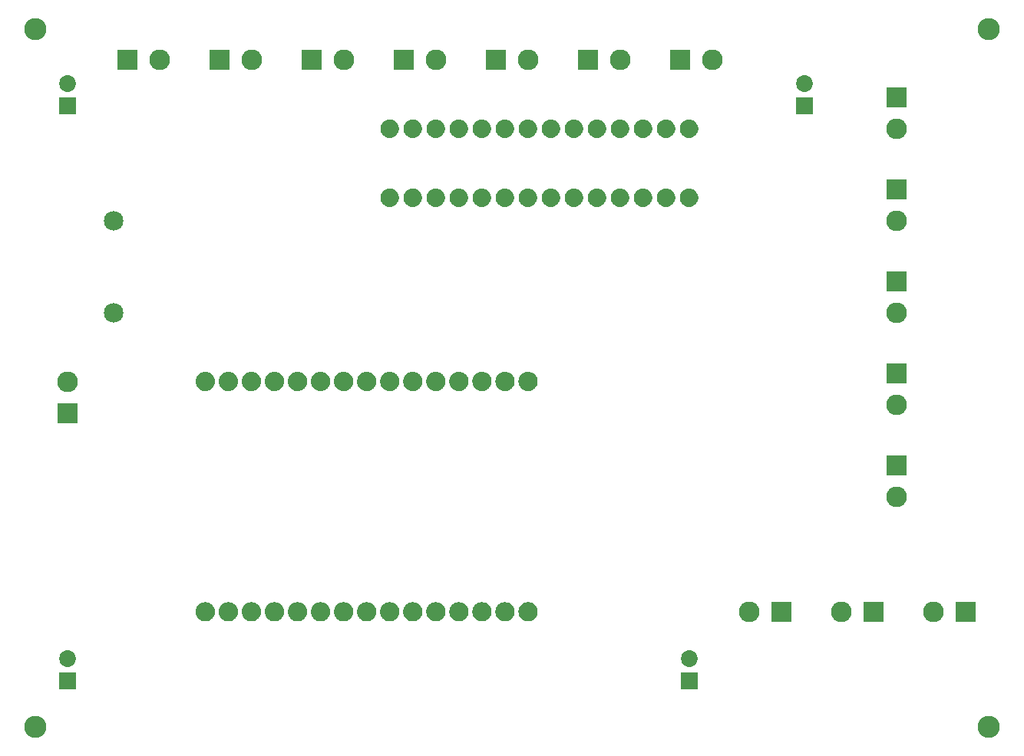
<source format=gts>
G04 MADE WITH FRITZING*
G04 WWW.FRITZING.ORG*
G04 DOUBLE SIDED*
G04 HOLES PLATED*
G04 CONTOUR ON CENTER OF CONTOUR VECTOR*
%ASAXBY*%
%FSLAX23Y23*%
%MOIN*%
%OFA0B0*%
%SFA1.0B1.0*%
%ADD10C,0.085000*%
%ADD11C,0.072992*%
%ADD12C,0.090000*%
%ADD13C,0.096614*%
%ADD14R,0.072992X0.072992*%
%ADD15R,0.090000X0.090000*%
%ADD16R,0.001000X0.001000*%
%LNMASK1*%
G90*
G70*
G54D10*
X426Y2278D03*
X426Y1878D03*
G54D11*
X2926Y278D03*
X2926Y376D03*
X3426Y2778D03*
X3426Y2876D03*
X226Y278D03*
X226Y376D03*
X226Y2778D03*
X226Y2876D03*
G54D12*
X3726Y578D03*
X3588Y578D03*
X3326Y578D03*
X3188Y578D03*
X226Y1440D03*
X226Y1578D03*
X3826Y1216D03*
X3826Y1078D03*
X3826Y2816D03*
X3826Y2678D03*
X3826Y2416D03*
X3826Y2278D03*
X3826Y2016D03*
X3826Y1878D03*
X3826Y1616D03*
X3826Y1478D03*
X1688Y2978D03*
X1826Y2978D03*
X2088Y2978D03*
X2226Y2978D03*
X2488Y2978D03*
X2626Y2978D03*
X2888Y2978D03*
X3026Y2978D03*
X488Y2978D03*
X626Y2978D03*
X888Y2978D03*
X1026Y2978D03*
X1288Y2978D03*
X1426Y2978D03*
G54D13*
X4226Y3112D03*
X88Y3112D03*
X88Y78D03*
X4226Y78D03*
G54D12*
X4126Y578D03*
X3988Y578D03*
G54D14*
X2926Y278D03*
X3426Y2778D03*
X226Y278D03*
X226Y2778D03*
G54D15*
X3726Y578D03*
X3326Y578D03*
X226Y1440D03*
X3826Y1216D03*
X3826Y2816D03*
X3826Y2416D03*
X3826Y2016D03*
X3826Y1616D03*
X1688Y2978D03*
X2088Y2978D03*
X2488Y2978D03*
X2888Y2978D03*
X488Y2978D03*
X888Y2978D03*
X1288Y2978D03*
X4126Y578D03*
G54D16*
X1622Y2718D02*
X1630Y2718D01*
X1722Y2718D02*
X1730Y2718D01*
X1822Y2718D02*
X1830Y2718D01*
X1922Y2718D02*
X1930Y2718D01*
X2022Y2718D02*
X2030Y2718D01*
X2122Y2718D02*
X2130Y2718D01*
X2222Y2718D02*
X2230Y2718D01*
X2322Y2718D02*
X2330Y2718D01*
X2422Y2718D02*
X2430Y2718D01*
X2522Y2718D02*
X2530Y2718D01*
X2622Y2718D02*
X2630Y2718D01*
X2722Y2718D02*
X2729Y2718D01*
X2822Y2718D02*
X2829Y2718D01*
X2922Y2718D02*
X2929Y2718D01*
X1616Y2717D02*
X1635Y2717D01*
X1716Y2717D02*
X1735Y2717D01*
X1816Y2717D02*
X1835Y2717D01*
X1916Y2717D02*
X1935Y2717D01*
X2016Y2717D02*
X2035Y2717D01*
X2116Y2717D02*
X2135Y2717D01*
X2216Y2717D02*
X2235Y2717D01*
X2316Y2717D02*
X2335Y2717D01*
X2416Y2717D02*
X2435Y2717D01*
X2516Y2717D02*
X2535Y2717D01*
X2616Y2717D02*
X2635Y2717D01*
X2716Y2717D02*
X2735Y2717D01*
X2816Y2717D02*
X2835Y2717D01*
X2916Y2717D02*
X2935Y2717D01*
X1613Y2716D02*
X1639Y2716D01*
X1713Y2716D02*
X1739Y2716D01*
X1813Y2716D02*
X1838Y2716D01*
X1913Y2716D02*
X1938Y2716D01*
X2013Y2716D02*
X2038Y2716D01*
X2113Y2716D02*
X2138Y2716D01*
X2213Y2716D02*
X2238Y2716D01*
X2313Y2716D02*
X2338Y2716D01*
X2413Y2716D02*
X2438Y2716D01*
X2513Y2716D02*
X2538Y2716D01*
X2613Y2716D02*
X2638Y2716D01*
X2713Y2716D02*
X2738Y2716D01*
X2813Y2716D02*
X2838Y2716D01*
X2913Y2716D02*
X2938Y2716D01*
X1610Y2715D02*
X1641Y2715D01*
X1710Y2715D02*
X1741Y2715D01*
X1810Y2715D02*
X1841Y2715D01*
X1910Y2715D02*
X1941Y2715D01*
X2010Y2715D02*
X2041Y2715D01*
X2110Y2715D02*
X2141Y2715D01*
X2210Y2715D02*
X2241Y2715D01*
X2310Y2715D02*
X2341Y2715D01*
X2410Y2715D02*
X2441Y2715D01*
X2510Y2715D02*
X2541Y2715D01*
X2610Y2715D02*
X2641Y2715D01*
X2710Y2715D02*
X2741Y2715D01*
X2810Y2715D02*
X2841Y2715D01*
X2910Y2715D02*
X2941Y2715D01*
X1608Y2714D02*
X1643Y2714D01*
X1708Y2714D02*
X1743Y2714D01*
X1808Y2714D02*
X1843Y2714D01*
X1908Y2714D02*
X1943Y2714D01*
X2008Y2714D02*
X2043Y2714D01*
X2108Y2714D02*
X2143Y2714D01*
X2208Y2714D02*
X2243Y2714D01*
X2308Y2714D02*
X2343Y2714D01*
X2408Y2714D02*
X2443Y2714D01*
X2508Y2714D02*
X2543Y2714D01*
X2608Y2714D02*
X2643Y2714D01*
X2708Y2714D02*
X2743Y2714D01*
X2808Y2714D02*
X2843Y2714D01*
X2908Y2714D02*
X2943Y2714D01*
X1606Y2713D02*
X1645Y2713D01*
X1706Y2713D02*
X1745Y2713D01*
X1806Y2713D02*
X1845Y2713D01*
X1906Y2713D02*
X1945Y2713D01*
X2006Y2713D02*
X2045Y2713D01*
X2106Y2713D02*
X2145Y2713D01*
X2206Y2713D02*
X2245Y2713D01*
X2306Y2713D02*
X2345Y2713D01*
X2406Y2713D02*
X2445Y2713D01*
X2506Y2713D02*
X2545Y2713D01*
X2606Y2713D02*
X2645Y2713D01*
X2706Y2713D02*
X2745Y2713D01*
X2806Y2713D02*
X2845Y2713D01*
X2906Y2713D02*
X2945Y2713D01*
X1605Y2712D02*
X1647Y2712D01*
X1705Y2712D02*
X1747Y2712D01*
X1805Y2712D02*
X1847Y2712D01*
X1905Y2712D02*
X1947Y2712D01*
X2005Y2712D02*
X2047Y2712D01*
X2105Y2712D02*
X2147Y2712D01*
X2205Y2712D02*
X2247Y2712D01*
X2305Y2712D02*
X2347Y2712D01*
X2405Y2712D02*
X2446Y2712D01*
X2505Y2712D02*
X2546Y2712D01*
X2605Y2712D02*
X2646Y2712D01*
X2705Y2712D02*
X2746Y2712D01*
X2805Y2712D02*
X2846Y2712D01*
X2905Y2712D02*
X2946Y2712D01*
X1603Y2711D02*
X1648Y2711D01*
X1703Y2711D02*
X1748Y2711D01*
X1803Y2711D02*
X1848Y2711D01*
X1903Y2711D02*
X1948Y2711D01*
X2003Y2711D02*
X2048Y2711D01*
X2103Y2711D02*
X2148Y2711D01*
X2203Y2711D02*
X2248Y2711D01*
X2303Y2711D02*
X2348Y2711D01*
X2403Y2711D02*
X2448Y2711D01*
X2503Y2711D02*
X2548Y2711D01*
X2603Y2711D02*
X2648Y2711D01*
X2703Y2711D02*
X2748Y2711D01*
X2803Y2711D02*
X2848Y2711D01*
X2903Y2711D02*
X2948Y2711D01*
X1602Y2710D02*
X1650Y2710D01*
X1702Y2710D02*
X1750Y2710D01*
X1802Y2710D02*
X1849Y2710D01*
X1902Y2710D02*
X1949Y2710D01*
X2002Y2710D02*
X2049Y2710D01*
X2102Y2710D02*
X2149Y2710D01*
X2202Y2710D02*
X2249Y2710D01*
X2302Y2710D02*
X2349Y2710D01*
X2402Y2710D02*
X2449Y2710D01*
X2502Y2710D02*
X2549Y2710D01*
X2602Y2710D02*
X2649Y2710D01*
X2702Y2710D02*
X2749Y2710D01*
X2802Y2710D02*
X2849Y2710D01*
X2902Y2710D02*
X2949Y2710D01*
X1601Y2709D02*
X1651Y2709D01*
X1701Y2709D02*
X1751Y2709D01*
X1801Y2709D02*
X1851Y2709D01*
X1901Y2709D02*
X1951Y2709D01*
X2001Y2709D02*
X2051Y2709D01*
X2101Y2709D02*
X2151Y2709D01*
X2201Y2709D02*
X2251Y2709D01*
X2301Y2709D02*
X2351Y2709D01*
X2401Y2709D02*
X2451Y2709D01*
X2500Y2709D02*
X2551Y2709D01*
X2600Y2709D02*
X2651Y2709D01*
X2700Y2709D02*
X2751Y2709D01*
X2800Y2709D02*
X2851Y2709D01*
X2900Y2709D02*
X2951Y2709D01*
X1600Y2708D02*
X1652Y2708D01*
X1700Y2708D02*
X1752Y2708D01*
X1799Y2708D02*
X1852Y2708D01*
X1899Y2708D02*
X1952Y2708D01*
X1999Y2708D02*
X2052Y2708D01*
X2099Y2708D02*
X2152Y2708D01*
X2199Y2708D02*
X2252Y2708D01*
X2299Y2708D02*
X2352Y2708D01*
X2399Y2708D02*
X2452Y2708D01*
X2499Y2708D02*
X2552Y2708D01*
X2599Y2708D02*
X2652Y2708D01*
X2699Y2708D02*
X2752Y2708D01*
X2799Y2708D02*
X2852Y2708D01*
X2899Y2708D02*
X2952Y2708D01*
X1598Y2707D02*
X1653Y2707D01*
X1698Y2707D02*
X1753Y2707D01*
X1798Y2707D02*
X1853Y2707D01*
X1898Y2707D02*
X1953Y2707D01*
X1998Y2707D02*
X2053Y2707D01*
X2098Y2707D02*
X2153Y2707D01*
X2198Y2707D02*
X2253Y2707D01*
X2298Y2707D02*
X2353Y2707D01*
X2398Y2707D02*
X2453Y2707D01*
X2498Y2707D02*
X2553Y2707D01*
X2598Y2707D02*
X2653Y2707D01*
X2698Y2707D02*
X2753Y2707D01*
X2798Y2707D02*
X2853Y2707D01*
X2898Y2707D02*
X2953Y2707D01*
X1597Y2706D02*
X1654Y2706D01*
X1697Y2706D02*
X1754Y2706D01*
X1797Y2706D02*
X1854Y2706D01*
X1897Y2706D02*
X1954Y2706D01*
X1997Y2706D02*
X2054Y2706D01*
X2097Y2706D02*
X2154Y2706D01*
X2197Y2706D02*
X2254Y2706D01*
X2297Y2706D02*
X2354Y2706D01*
X2397Y2706D02*
X2454Y2706D01*
X2497Y2706D02*
X2554Y2706D01*
X2597Y2706D02*
X2654Y2706D01*
X2697Y2706D02*
X2754Y2706D01*
X2797Y2706D02*
X2854Y2706D01*
X2897Y2706D02*
X2954Y2706D01*
X1597Y2705D02*
X1655Y2705D01*
X1697Y2705D02*
X1755Y2705D01*
X1796Y2705D02*
X1855Y2705D01*
X1896Y2705D02*
X1955Y2705D01*
X1996Y2705D02*
X2055Y2705D01*
X2096Y2705D02*
X2155Y2705D01*
X2196Y2705D02*
X2255Y2705D01*
X2296Y2705D02*
X2355Y2705D01*
X2396Y2705D02*
X2455Y2705D01*
X2496Y2705D02*
X2555Y2705D01*
X2596Y2705D02*
X2655Y2705D01*
X2696Y2705D02*
X2755Y2705D01*
X2796Y2705D02*
X2855Y2705D01*
X2896Y2705D02*
X2955Y2705D01*
X1596Y2704D02*
X1656Y2704D01*
X1696Y2704D02*
X1756Y2704D01*
X1796Y2704D02*
X1856Y2704D01*
X1896Y2704D02*
X1956Y2704D01*
X1996Y2704D02*
X2056Y2704D01*
X2096Y2704D02*
X2156Y2704D01*
X2196Y2704D02*
X2256Y2704D01*
X2296Y2704D02*
X2356Y2704D01*
X2395Y2704D02*
X2456Y2704D01*
X2495Y2704D02*
X2556Y2704D01*
X2595Y2704D02*
X2656Y2704D01*
X2695Y2704D02*
X2756Y2704D01*
X2795Y2704D02*
X2856Y2704D01*
X2895Y2704D02*
X2956Y2704D01*
X1595Y2703D02*
X1657Y2703D01*
X1695Y2703D02*
X1757Y2703D01*
X1795Y2703D02*
X1857Y2703D01*
X1895Y2703D02*
X1957Y2703D01*
X1995Y2703D02*
X2057Y2703D01*
X2095Y2703D02*
X2157Y2703D01*
X2195Y2703D02*
X2256Y2703D01*
X2295Y2703D02*
X2356Y2703D01*
X2395Y2703D02*
X2456Y2703D01*
X2495Y2703D02*
X2556Y2703D01*
X2595Y2703D02*
X2656Y2703D01*
X2695Y2703D02*
X2756Y2703D01*
X2795Y2703D02*
X2856Y2703D01*
X2895Y2703D02*
X2956Y2703D01*
X1594Y2702D02*
X1657Y2702D01*
X1694Y2702D02*
X1757Y2702D01*
X1794Y2702D02*
X1857Y2702D01*
X1894Y2702D02*
X1957Y2702D01*
X1994Y2702D02*
X2057Y2702D01*
X2094Y2702D02*
X2157Y2702D01*
X2194Y2702D02*
X2257Y2702D01*
X2294Y2702D02*
X2357Y2702D01*
X2394Y2702D02*
X2457Y2702D01*
X2494Y2702D02*
X2557Y2702D01*
X2594Y2702D02*
X2657Y2702D01*
X2694Y2702D02*
X2757Y2702D01*
X2794Y2702D02*
X2857Y2702D01*
X2894Y2702D02*
X2957Y2702D01*
X1593Y2701D02*
X1658Y2701D01*
X1693Y2701D02*
X1758Y2701D01*
X1793Y2701D02*
X1858Y2701D01*
X1893Y2701D02*
X1958Y2701D01*
X1993Y2701D02*
X2058Y2701D01*
X2093Y2701D02*
X2158Y2701D01*
X2193Y2701D02*
X2258Y2701D01*
X2293Y2701D02*
X2358Y2701D01*
X2393Y2701D02*
X2458Y2701D01*
X2493Y2701D02*
X2558Y2701D01*
X2593Y2701D02*
X2658Y2701D01*
X2693Y2701D02*
X2758Y2701D01*
X2793Y2701D02*
X2858Y2701D01*
X2893Y2701D02*
X2958Y2701D01*
X1593Y2700D02*
X1659Y2700D01*
X1693Y2700D02*
X1759Y2700D01*
X1793Y2700D02*
X1859Y2700D01*
X1893Y2700D02*
X1959Y2700D01*
X1993Y2700D02*
X2059Y2700D01*
X2093Y2700D02*
X2159Y2700D01*
X2193Y2700D02*
X2259Y2700D01*
X2293Y2700D02*
X2359Y2700D01*
X2393Y2700D02*
X2459Y2700D01*
X2493Y2700D02*
X2559Y2700D01*
X2593Y2700D02*
X2659Y2700D01*
X2693Y2700D02*
X2759Y2700D01*
X2792Y2700D02*
X2858Y2700D01*
X2892Y2700D02*
X2958Y2700D01*
X1592Y2699D02*
X1659Y2699D01*
X1692Y2699D02*
X1759Y2699D01*
X1792Y2699D02*
X1859Y2699D01*
X1892Y2699D02*
X1959Y2699D01*
X1992Y2699D02*
X2059Y2699D01*
X2092Y2699D02*
X2159Y2699D01*
X2192Y2699D02*
X2259Y2699D01*
X2292Y2699D02*
X2359Y2699D01*
X2392Y2699D02*
X2459Y2699D01*
X2492Y2699D02*
X2559Y2699D01*
X2592Y2699D02*
X2659Y2699D01*
X2692Y2699D02*
X2759Y2699D01*
X2792Y2699D02*
X2859Y2699D01*
X2892Y2699D02*
X2959Y2699D01*
X1592Y2698D02*
X1660Y2698D01*
X1692Y2698D02*
X1760Y2698D01*
X1791Y2698D02*
X1860Y2698D01*
X1891Y2698D02*
X1960Y2698D01*
X1991Y2698D02*
X2060Y2698D01*
X2091Y2698D02*
X2160Y2698D01*
X2191Y2698D02*
X2260Y2698D01*
X2291Y2698D02*
X2360Y2698D01*
X2391Y2698D02*
X2460Y2698D01*
X2491Y2698D02*
X2560Y2698D01*
X2591Y2698D02*
X2660Y2698D01*
X2691Y2698D02*
X2760Y2698D01*
X2791Y2698D02*
X2860Y2698D01*
X2891Y2698D02*
X2960Y2698D01*
X1591Y2697D02*
X1661Y2697D01*
X1691Y2697D02*
X1761Y2697D01*
X1791Y2697D02*
X1861Y2697D01*
X1891Y2697D02*
X1961Y2697D01*
X1991Y2697D02*
X2060Y2697D01*
X2091Y2697D02*
X2160Y2697D01*
X2191Y2697D02*
X2260Y2697D01*
X2291Y2697D02*
X2360Y2697D01*
X2391Y2697D02*
X2460Y2697D01*
X2491Y2697D02*
X2560Y2697D01*
X2591Y2697D02*
X2660Y2697D01*
X2691Y2697D02*
X2760Y2697D01*
X2791Y2697D02*
X2860Y2697D01*
X2891Y2697D02*
X2960Y2697D01*
X1590Y2696D02*
X1661Y2696D01*
X1690Y2696D02*
X1761Y2696D01*
X1790Y2696D02*
X1861Y2696D01*
X1890Y2696D02*
X1961Y2696D01*
X1990Y2696D02*
X2061Y2696D01*
X2090Y2696D02*
X2161Y2696D01*
X2190Y2696D02*
X2261Y2696D01*
X2290Y2696D02*
X2361Y2696D01*
X2390Y2696D02*
X2461Y2696D01*
X2490Y2696D02*
X2561Y2696D01*
X2590Y2696D02*
X2661Y2696D01*
X2690Y2696D02*
X2761Y2696D01*
X2790Y2696D02*
X2861Y2696D01*
X2890Y2696D02*
X2961Y2696D01*
X1590Y2695D02*
X1662Y2695D01*
X1690Y2695D02*
X1762Y2695D01*
X1790Y2695D02*
X1862Y2695D01*
X1890Y2695D02*
X1961Y2695D01*
X1990Y2695D02*
X2061Y2695D01*
X2090Y2695D02*
X2161Y2695D01*
X2190Y2695D02*
X2261Y2695D01*
X2290Y2695D02*
X2361Y2695D01*
X2390Y2695D02*
X2461Y2695D01*
X2490Y2695D02*
X2561Y2695D01*
X2590Y2695D02*
X2661Y2695D01*
X2690Y2695D02*
X2761Y2695D01*
X2790Y2695D02*
X2861Y2695D01*
X2890Y2695D02*
X2961Y2695D01*
X1589Y2694D02*
X1662Y2694D01*
X1689Y2694D02*
X1762Y2694D01*
X1789Y2694D02*
X1862Y2694D01*
X1889Y2694D02*
X1962Y2694D01*
X1989Y2694D02*
X2062Y2694D01*
X2089Y2694D02*
X2162Y2694D01*
X2189Y2694D02*
X2262Y2694D01*
X2289Y2694D02*
X2362Y2694D01*
X2389Y2694D02*
X2462Y2694D01*
X2489Y2694D02*
X2562Y2694D01*
X2589Y2694D02*
X2662Y2694D01*
X2689Y2694D02*
X2762Y2694D01*
X2789Y2694D02*
X2862Y2694D01*
X2889Y2694D02*
X2962Y2694D01*
X1589Y2693D02*
X1662Y2693D01*
X1689Y2693D02*
X1762Y2693D01*
X1789Y2693D02*
X1862Y2693D01*
X1889Y2693D02*
X1962Y2693D01*
X1989Y2693D02*
X2062Y2693D01*
X2089Y2693D02*
X2162Y2693D01*
X2189Y2693D02*
X2262Y2693D01*
X2289Y2693D02*
X2362Y2693D01*
X2389Y2693D02*
X2462Y2693D01*
X2489Y2693D02*
X2562Y2693D01*
X2589Y2693D02*
X2662Y2693D01*
X2689Y2693D02*
X2762Y2693D01*
X2789Y2693D02*
X2862Y2693D01*
X2889Y2693D02*
X2962Y2693D01*
X1589Y2692D02*
X1663Y2692D01*
X1689Y2692D02*
X1763Y2692D01*
X1789Y2692D02*
X1863Y2692D01*
X1889Y2692D02*
X1963Y2692D01*
X1989Y2692D02*
X2063Y2692D01*
X2089Y2692D02*
X2163Y2692D01*
X2189Y2692D02*
X2263Y2692D01*
X2289Y2692D02*
X2363Y2692D01*
X2389Y2692D02*
X2463Y2692D01*
X2489Y2692D02*
X2563Y2692D01*
X2589Y2692D02*
X2663Y2692D01*
X2688Y2692D02*
X2763Y2692D01*
X2788Y2692D02*
X2863Y2692D01*
X2888Y2692D02*
X2962Y2692D01*
X1588Y2691D02*
X1663Y2691D01*
X1688Y2691D02*
X1763Y2691D01*
X1788Y2691D02*
X1863Y2691D01*
X1888Y2691D02*
X1963Y2691D01*
X1988Y2691D02*
X2063Y2691D01*
X2088Y2691D02*
X2163Y2691D01*
X2188Y2691D02*
X2263Y2691D01*
X2288Y2691D02*
X2363Y2691D01*
X2388Y2691D02*
X2463Y2691D01*
X2488Y2691D02*
X2563Y2691D01*
X2588Y2691D02*
X2663Y2691D01*
X2688Y2691D02*
X2763Y2691D01*
X2788Y2691D02*
X2863Y2691D01*
X2888Y2691D02*
X2963Y2691D01*
X1588Y2690D02*
X1663Y2690D01*
X1688Y2690D02*
X1763Y2690D01*
X1788Y2690D02*
X1863Y2690D01*
X1888Y2690D02*
X1963Y2690D01*
X1988Y2690D02*
X2063Y2690D01*
X2088Y2690D02*
X2163Y2690D01*
X2188Y2690D02*
X2263Y2690D01*
X2288Y2690D02*
X2363Y2690D01*
X2388Y2690D02*
X2463Y2690D01*
X2488Y2690D02*
X2563Y2690D01*
X2588Y2690D02*
X2663Y2690D01*
X2688Y2690D02*
X2763Y2690D01*
X2788Y2690D02*
X2863Y2690D01*
X2888Y2690D02*
X2963Y2690D01*
X1588Y2689D02*
X1664Y2689D01*
X1688Y2689D02*
X1764Y2689D01*
X1788Y2689D02*
X1864Y2689D01*
X1888Y2689D02*
X1964Y2689D01*
X1988Y2689D02*
X2064Y2689D01*
X2088Y2689D02*
X2164Y2689D01*
X2188Y2689D02*
X2264Y2689D01*
X2288Y2689D02*
X2364Y2689D01*
X2388Y2689D02*
X2464Y2689D01*
X2488Y2689D02*
X2564Y2689D01*
X2588Y2689D02*
X2663Y2689D01*
X2688Y2689D02*
X2763Y2689D01*
X2788Y2689D02*
X2863Y2689D01*
X2888Y2689D02*
X2963Y2689D01*
X1588Y2688D02*
X1664Y2688D01*
X1688Y2688D02*
X1764Y2688D01*
X1788Y2688D02*
X1864Y2688D01*
X1887Y2688D02*
X1964Y2688D01*
X1987Y2688D02*
X2064Y2688D01*
X2087Y2688D02*
X2164Y2688D01*
X2187Y2688D02*
X2264Y2688D01*
X2287Y2688D02*
X2364Y2688D01*
X2387Y2688D02*
X2464Y2688D01*
X2487Y2688D02*
X2564Y2688D01*
X2587Y2688D02*
X2664Y2688D01*
X2687Y2688D02*
X2764Y2688D01*
X2787Y2688D02*
X2864Y2688D01*
X2887Y2688D02*
X2964Y2688D01*
X1587Y2687D02*
X1664Y2687D01*
X1687Y2687D02*
X1764Y2687D01*
X1787Y2687D02*
X1864Y2687D01*
X1887Y2687D02*
X1964Y2687D01*
X1987Y2687D02*
X2064Y2687D01*
X2087Y2687D02*
X2164Y2687D01*
X2187Y2687D02*
X2264Y2687D01*
X2287Y2687D02*
X2364Y2687D01*
X2387Y2687D02*
X2464Y2687D01*
X2487Y2687D02*
X2564Y2687D01*
X2587Y2687D02*
X2664Y2687D01*
X2687Y2687D02*
X2764Y2687D01*
X2787Y2687D02*
X2864Y2687D01*
X2887Y2687D02*
X2964Y2687D01*
X1587Y2686D02*
X1664Y2686D01*
X1687Y2686D02*
X1764Y2686D01*
X1787Y2686D02*
X1864Y2686D01*
X1887Y2686D02*
X1964Y2686D01*
X1987Y2686D02*
X2064Y2686D01*
X2087Y2686D02*
X2164Y2686D01*
X2187Y2686D02*
X2264Y2686D01*
X2287Y2686D02*
X2364Y2686D01*
X2387Y2686D02*
X2464Y2686D01*
X2487Y2686D02*
X2564Y2686D01*
X2587Y2686D02*
X2664Y2686D01*
X2687Y2686D02*
X2764Y2686D01*
X2787Y2686D02*
X2864Y2686D01*
X2887Y2686D02*
X2964Y2686D01*
X1587Y2685D02*
X1665Y2685D01*
X1687Y2685D02*
X1765Y2685D01*
X1787Y2685D02*
X1865Y2685D01*
X1887Y2685D02*
X1965Y2685D01*
X1987Y2685D02*
X2064Y2685D01*
X2087Y2685D02*
X2164Y2685D01*
X2187Y2685D02*
X2264Y2685D01*
X2287Y2685D02*
X2364Y2685D01*
X2387Y2685D02*
X2464Y2685D01*
X2487Y2685D02*
X2564Y2685D01*
X2587Y2685D02*
X2664Y2685D01*
X2687Y2685D02*
X2764Y2685D01*
X2787Y2685D02*
X2864Y2685D01*
X2887Y2685D02*
X2964Y2685D01*
X1587Y2684D02*
X1665Y2684D01*
X1687Y2684D02*
X1765Y2684D01*
X1787Y2684D02*
X1865Y2684D01*
X1887Y2684D02*
X1965Y2684D01*
X1987Y2684D02*
X2065Y2684D01*
X2087Y2684D02*
X2165Y2684D01*
X2187Y2684D02*
X2265Y2684D01*
X2287Y2684D02*
X2365Y2684D01*
X2387Y2684D02*
X2465Y2684D01*
X2487Y2684D02*
X2565Y2684D01*
X2587Y2684D02*
X2665Y2684D01*
X2687Y2684D02*
X2764Y2684D01*
X2787Y2684D02*
X2864Y2684D01*
X2886Y2684D02*
X2964Y2684D01*
X1587Y2683D02*
X1665Y2683D01*
X1687Y2683D02*
X1765Y2683D01*
X1787Y2683D02*
X1865Y2683D01*
X1887Y2683D02*
X1965Y2683D01*
X1987Y2683D02*
X2065Y2683D01*
X2087Y2683D02*
X2165Y2683D01*
X2186Y2683D02*
X2265Y2683D01*
X2286Y2683D02*
X2365Y2683D01*
X2386Y2683D02*
X2465Y2683D01*
X2486Y2683D02*
X2565Y2683D01*
X2586Y2683D02*
X2665Y2683D01*
X2686Y2683D02*
X2765Y2683D01*
X2786Y2683D02*
X2865Y2683D01*
X2886Y2683D02*
X2965Y2683D01*
X1586Y2682D02*
X1665Y2682D01*
X1686Y2682D02*
X1765Y2682D01*
X1786Y2682D02*
X1865Y2682D01*
X1886Y2682D02*
X1965Y2682D01*
X1986Y2682D02*
X2065Y2682D01*
X2086Y2682D02*
X2165Y2682D01*
X2186Y2682D02*
X2265Y2682D01*
X2286Y2682D02*
X2365Y2682D01*
X2386Y2682D02*
X2465Y2682D01*
X2486Y2682D02*
X2565Y2682D01*
X2586Y2682D02*
X2665Y2682D01*
X2686Y2682D02*
X2765Y2682D01*
X2786Y2682D02*
X2865Y2682D01*
X2886Y2682D02*
X2965Y2682D01*
X1586Y2681D02*
X1665Y2681D01*
X1686Y2681D02*
X1765Y2681D01*
X1786Y2681D02*
X1865Y2681D01*
X1886Y2681D02*
X1965Y2681D01*
X1986Y2681D02*
X2065Y2681D01*
X2086Y2681D02*
X2165Y2681D01*
X2186Y2681D02*
X2265Y2681D01*
X2286Y2681D02*
X2365Y2681D01*
X2386Y2681D02*
X2465Y2681D01*
X2486Y2681D02*
X2565Y2681D01*
X2586Y2681D02*
X2665Y2681D01*
X2686Y2681D02*
X2765Y2681D01*
X2786Y2681D02*
X2865Y2681D01*
X2886Y2681D02*
X2965Y2681D01*
X1586Y2680D02*
X1665Y2680D01*
X1686Y2680D02*
X1765Y2680D01*
X1786Y2680D02*
X1865Y2680D01*
X1886Y2680D02*
X1965Y2680D01*
X1986Y2680D02*
X2065Y2680D01*
X2086Y2680D02*
X2165Y2680D01*
X2186Y2680D02*
X2265Y2680D01*
X2286Y2680D02*
X2365Y2680D01*
X2386Y2680D02*
X2465Y2680D01*
X2486Y2680D02*
X2565Y2680D01*
X2586Y2680D02*
X2665Y2680D01*
X2686Y2680D02*
X2765Y2680D01*
X2786Y2680D02*
X2865Y2680D01*
X2886Y2680D02*
X2965Y2680D01*
X1586Y2679D02*
X1665Y2679D01*
X1686Y2679D02*
X1765Y2679D01*
X1786Y2679D02*
X1865Y2679D01*
X1886Y2679D02*
X1965Y2679D01*
X1986Y2679D02*
X2065Y2679D01*
X2086Y2679D02*
X2165Y2679D01*
X2186Y2679D02*
X2265Y2679D01*
X2286Y2679D02*
X2365Y2679D01*
X2386Y2679D02*
X2465Y2679D01*
X2486Y2679D02*
X2565Y2679D01*
X2586Y2679D02*
X2665Y2679D01*
X2686Y2679D02*
X2765Y2679D01*
X2786Y2679D02*
X2865Y2679D01*
X2886Y2679D02*
X2965Y2679D01*
X1586Y2678D02*
X1665Y2678D01*
X1686Y2678D02*
X1765Y2678D01*
X1786Y2678D02*
X1865Y2678D01*
X1886Y2678D02*
X1965Y2678D01*
X1986Y2678D02*
X2065Y2678D01*
X2086Y2678D02*
X2165Y2678D01*
X2186Y2678D02*
X2265Y2678D01*
X2286Y2678D02*
X2365Y2678D01*
X2386Y2678D02*
X2465Y2678D01*
X2486Y2678D02*
X2565Y2678D01*
X2586Y2678D02*
X2665Y2678D01*
X2686Y2678D02*
X2765Y2678D01*
X2786Y2678D02*
X2865Y2678D01*
X2886Y2678D02*
X2965Y2678D01*
X1586Y2677D02*
X1665Y2677D01*
X1686Y2677D02*
X1765Y2677D01*
X1786Y2677D02*
X1865Y2677D01*
X1886Y2677D02*
X1965Y2677D01*
X1986Y2677D02*
X2065Y2677D01*
X2086Y2677D02*
X2165Y2677D01*
X2186Y2677D02*
X2265Y2677D01*
X2286Y2677D02*
X2365Y2677D01*
X2386Y2677D02*
X2465Y2677D01*
X2486Y2677D02*
X2565Y2677D01*
X2586Y2677D02*
X2665Y2677D01*
X2686Y2677D02*
X2765Y2677D01*
X2786Y2677D02*
X2865Y2677D01*
X2886Y2677D02*
X2965Y2677D01*
X1586Y2676D02*
X1665Y2676D01*
X1686Y2676D02*
X1765Y2676D01*
X1786Y2676D02*
X1865Y2676D01*
X1886Y2676D02*
X1965Y2676D01*
X1986Y2676D02*
X2065Y2676D01*
X2086Y2676D02*
X2165Y2676D01*
X2186Y2676D02*
X2265Y2676D01*
X2286Y2676D02*
X2365Y2676D01*
X2386Y2676D02*
X2465Y2676D01*
X2486Y2676D02*
X2565Y2676D01*
X2586Y2676D02*
X2665Y2676D01*
X2686Y2676D02*
X2765Y2676D01*
X2786Y2676D02*
X2865Y2676D01*
X2886Y2676D02*
X2965Y2676D01*
X1586Y2675D02*
X1665Y2675D01*
X1686Y2675D02*
X1765Y2675D01*
X1786Y2675D02*
X1865Y2675D01*
X1886Y2675D02*
X1965Y2675D01*
X1986Y2675D02*
X2065Y2675D01*
X2086Y2675D02*
X2165Y2675D01*
X2186Y2675D02*
X2265Y2675D01*
X2286Y2675D02*
X2365Y2675D01*
X2386Y2675D02*
X2465Y2675D01*
X2486Y2675D02*
X2565Y2675D01*
X2586Y2675D02*
X2665Y2675D01*
X2686Y2675D02*
X2765Y2675D01*
X2786Y2675D02*
X2865Y2675D01*
X2886Y2675D02*
X2965Y2675D01*
X1587Y2674D02*
X1665Y2674D01*
X1687Y2674D02*
X1765Y2674D01*
X1787Y2674D02*
X1865Y2674D01*
X1886Y2674D02*
X1965Y2674D01*
X1986Y2674D02*
X2065Y2674D01*
X2086Y2674D02*
X2165Y2674D01*
X2186Y2674D02*
X2265Y2674D01*
X2286Y2674D02*
X2365Y2674D01*
X2386Y2674D02*
X2465Y2674D01*
X2486Y2674D02*
X2565Y2674D01*
X2586Y2674D02*
X2665Y2674D01*
X2686Y2674D02*
X2765Y2674D01*
X2786Y2674D02*
X2865Y2674D01*
X2886Y2674D02*
X2965Y2674D01*
X1587Y2673D02*
X1665Y2673D01*
X1687Y2673D02*
X1765Y2673D01*
X1787Y2673D02*
X1865Y2673D01*
X1887Y2673D02*
X1965Y2673D01*
X1987Y2673D02*
X2065Y2673D01*
X2087Y2673D02*
X2165Y2673D01*
X2187Y2673D02*
X2265Y2673D01*
X2287Y2673D02*
X2365Y2673D01*
X2387Y2673D02*
X2465Y2673D01*
X2487Y2673D02*
X2565Y2673D01*
X2586Y2673D02*
X2665Y2673D01*
X2686Y2673D02*
X2765Y2673D01*
X2786Y2673D02*
X2865Y2673D01*
X2886Y2673D02*
X2965Y2673D01*
X1587Y2672D02*
X1665Y2672D01*
X1687Y2672D02*
X1765Y2672D01*
X1787Y2672D02*
X1865Y2672D01*
X1887Y2672D02*
X1965Y2672D01*
X1987Y2672D02*
X2065Y2672D01*
X2087Y2672D02*
X2165Y2672D01*
X2187Y2672D02*
X2265Y2672D01*
X2287Y2672D02*
X2364Y2672D01*
X2387Y2672D02*
X2464Y2672D01*
X2487Y2672D02*
X2564Y2672D01*
X2587Y2672D02*
X2664Y2672D01*
X2687Y2672D02*
X2764Y2672D01*
X2787Y2672D02*
X2864Y2672D01*
X2887Y2672D02*
X2964Y2672D01*
X1587Y2671D02*
X1664Y2671D01*
X1687Y2671D02*
X1764Y2671D01*
X1787Y2671D02*
X1864Y2671D01*
X1887Y2671D02*
X1964Y2671D01*
X1987Y2671D02*
X2064Y2671D01*
X2087Y2671D02*
X2164Y2671D01*
X2187Y2671D02*
X2264Y2671D01*
X2287Y2671D02*
X2364Y2671D01*
X2387Y2671D02*
X2464Y2671D01*
X2487Y2671D02*
X2564Y2671D01*
X2587Y2671D02*
X2664Y2671D01*
X2687Y2671D02*
X2764Y2671D01*
X2787Y2671D02*
X2864Y2671D01*
X2887Y2671D02*
X2964Y2671D01*
X1587Y2670D02*
X1664Y2670D01*
X1687Y2670D02*
X1764Y2670D01*
X1787Y2670D02*
X1864Y2670D01*
X1887Y2670D02*
X1964Y2670D01*
X1987Y2670D02*
X2064Y2670D01*
X2087Y2670D02*
X2164Y2670D01*
X2187Y2670D02*
X2264Y2670D01*
X2287Y2670D02*
X2364Y2670D01*
X2387Y2670D02*
X2464Y2670D01*
X2487Y2670D02*
X2564Y2670D01*
X2587Y2670D02*
X2664Y2670D01*
X2687Y2670D02*
X2764Y2670D01*
X2787Y2670D02*
X2864Y2670D01*
X2887Y2670D02*
X2964Y2670D01*
X1587Y2669D02*
X1664Y2669D01*
X1687Y2669D02*
X1764Y2669D01*
X1787Y2669D02*
X1864Y2669D01*
X1887Y2669D02*
X1964Y2669D01*
X1987Y2669D02*
X2064Y2669D01*
X2087Y2669D02*
X2164Y2669D01*
X2187Y2669D02*
X2264Y2669D01*
X2287Y2669D02*
X2364Y2669D01*
X2387Y2669D02*
X2464Y2669D01*
X2487Y2669D02*
X2564Y2669D01*
X2587Y2669D02*
X2664Y2669D01*
X2687Y2669D02*
X2764Y2669D01*
X2787Y2669D02*
X2864Y2669D01*
X2887Y2669D02*
X2964Y2669D01*
X1588Y2668D02*
X1664Y2668D01*
X1688Y2668D02*
X1764Y2668D01*
X1788Y2668D02*
X1864Y2668D01*
X1888Y2668D02*
X1964Y2668D01*
X1988Y2668D02*
X2064Y2668D01*
X2088Y2668D02*
X2164Y2668D01*
X2188Y2668D02*
X2264Y2668D01*
X2288Y2668D02*
X2364Y2668D01*
X2388Y2668D02*
X2464Y2668D01*
X2488Y2668D02*
X2564Y2668D01*
X2588Y2668D02*
X2664Y2668D01*
X2687Y2668D02*
X2764Y2668D01*
X2787Y2668D02*
X2864Y2668D01*
X2887Y2668D02*
X2964Y2668D01*
X1588Y2667D02*
X1664Y2667D01*
X1688Y2667D02*
X1764Y2667D01*
X1788Y2667D02*
X1864Y2667D01*
X1888Y2667D02*
X1963Y2667D01*
X1988Y2667D02*
X2063Y2667D01*
X2088Y2667D02*
X2163Y2667D01*
X2188Y2667D02*
X2263Y2667D01*
X2288Y2667D02*
X2363Y2667D01*
X2388Y2667D02*
X2463Y2667D01*
X2488Y2667D02*
X2563Y2667D01*
X2588Y2667D02*
X2663Y2667D01*
X2688Y2667D02*
X2763Y2667D01*
X2788Y2667D02*
X2863Y2667D01*
X2888Y2667D02*
X2963Y2667D01*
X1588Y2666D02*
X1663Y2666D01*
X1688Y2666D02*
X1763Y2666D01*
X1788Y2666D02*
X1863Y2666D01*
X1888Y2666D02*
X1963Y2666D01*
X1988Y2666D02*
X2063Y2666D01*
X2088Y2666D02*
X2163Y2666D01*
X2188Y2666D02*
X2263Y2666D01*
X2288Y2666D02*
X2363Y2666D01*
X2388Y2666D02*
X2463Y2666D01*
X2488Y2666D02*
X2563Y2666D01*
X2588Y2666D02*
X2663Y2666D01*
X2688Y2666D02*
X2763Y2666D01*
X2788Y2666D02*
X2863Y2666D01*
X2888Y2666D02*
X2963Y2666D01*
X1589Y2665D02*
X1663Y2665D01*
X1689Y2665D02*
X1763Y2665D01*
X1789Y2665D02*
X1863Y2665D01*
X1889Y2665D02*
X1963Y2665D01*
X1989Y2665D02*
X2063Y2665D01*
X2089Y2665D02*
X2163Y2665D01*
X2188Y2665D02*
X2263Y2665D01*
X2288Y2665D02*
X2363Y2665D01*
X2388Y2665D02*
X2463Y2665D01*
X2488Y2665D02*
X2563Y2665D01*
X2588Y2665D02*
X2663Y2665D01*
X2688Y2665D02*
X2763Y2665D01*
X2788Y2665D02*
X2863Y2665D01*
X2888Y2665D02*
X2963Y2665D01*
X1589Y2664D02*
X1663Y2664D01*
X1689Y2664D02*
X1763Y2664D01*
X1789Y2664D02*
X1863Y2664D01*
X1889Y2664D02*
X1962Y2664D01*
X1989Y2664D02*
X2062Y2664D01*
X2089Y2664D02*
X2162Y2664D01*
X2189Y2664D02*
X2262Y2664D01*
X2289Y2664D02*
X2362Y2664D01*
X2389Y2664D02*
X2462Y2664D01*
X2489Y2664D02*
X2562Y2664D01*
X2589Y2664D02*
X2662Y2664D01*
X2689Y2664D02*
X2762Y2664D01*
X2789Y2664D02*
X2862Y2664D01*
X2889Y2664D02*
X2962Y2664D01*
X1589Y2663D02*
X1662Y2663D01*
X1689Y2663D02*
X1762Y2663D01*
X1789Y2663D02*
X1862Y2663D01*
X1889Y2663D02*
X1962Y2663D01*
X1989Y2663D02*
X2062Y2663D01*
X2089Y2663D02*
X2162Y2663D01*
X2189Y2663D02*
X2262Y2663D01*
X2289Y2663D02*
X2362Y2663D01*
X2389Y2663D02*
X2462Y2663D01*
X2489Y2663D02*
X2562Y2663D01*
X2589Y2663D02*
X2662Y2663D01*
X2689Y2663D02*
X2762Y2663D01*
X2789Y2663D02*
X2862Y2663D01*
X2889Y2663D02*
X2962Y2663D01*
X1590Y2662D02*
X1662Y2662D01*
X1690Y2662D02*
X1762Y2662D01*
X1790Y2662D02*
X1862Y2662D01*
X1890Y2662D02*
X1962Y2662D01*
X1990Y2662D02*
X2062Y2662D01*
X2090Y2662D02*
X2162Y2662D01*
X2190Y2662D02*
X2262Y2662D01*
X2290Y2662D02*
X2362Y2662D01*
X2390Y2662D02*
X2462Y2662D01*
X2490Y2662D02*
X2562Y2662D01*
X2590Y2662D02*
X2662Y2662D01*
X2690Y2662D02*
X2761Y2662D01*
X2790Y2662D02*
X2861Y2662D01*
X2889Y2662D02*
X2961Y2662D01*
X1590Y2661D02*
X1661Y2661D01*
X1690Y2661D02*
X1761Y2661D01*
X1790Y2661D02*
X1861Y2661D01*
X1890Y2661D02*
X1961Y2661D01*
X1990Y2661D02*
X2061Y2661D01*
X2090Y2661D02*
X2161Y2661D01*
X2190Y2661D02*
X2261Y2661D01*
X2290Y2661D02*
X2361Y2661D01*
X2390Y2661D02*
X2461Y2661D01*
X2490Y2661D02*
X2561Y2661D01*
X2590Y2661D02*
X2661Y2661D01*
X2690Y2661D02*
X2761Y2661D01*
X2790Y2661D02*
X2861Y2661D01*
X2890Y2661D02*
X2961Y2661D01*
X1591Y2660D02*
X1661Y2660D01*
X1691Y2660D02*
X1761Y2660D01*
X1791Y2660D02*
X1861Y2660D01*
X1891Y2660D02*
X1961Y2660D01*
X1991Y2660D02*
X2061Y2660D01*
X2091Y2660D02*
X2161Y2660D01*
X2191Y2660D02*
X2261Y2660D01*
X2291Y2660D02*
X2361Y2660D01*
X2391Y2660D02*
X2461Y2660D01*
X2491Y2660D02*
X2561Y2660D01*
X2591Y2660D02*
X2661Y2660D01*
X2691Y2660D02*
X2761Y2660D01*
X2791Y2660D02*
X2860Y2660D01*
X2890Y2660D02*
X2960Y2660D01*
X1591Y2659D02*
X1660Y2659D01*
X1691Y2659D02*
X1760Y2659D01*
X1791Y2659D02*
X1860Y2659D01*
X1891Y2659D02*
X1960Y2659D01*
X1991Y2659D02*
X2060Y2659D01*
X2091Y2659D02*
X2160Y2659D01*
X2191Y2659D02*
X2260Y2659D01*
X2291Y2659D02*
X2360Y2659D01*
X2391Y2659D02*
X2460Y2659D01*
X2491Y2659D02*
X2560Y2659D01*
X2591Y2659D02*
X2660Y2659D01*
X2691Y2659D02*
X2760Y2659D01*
X2791Y2659D02*
X2860Y2659D01*
X2891Y2659D02*
X2960Y2659D01*
X1592Y2658D02*
X1660Y2658D01*
X1692Y2658D02*
X1760Y2658D01*
X1792Y2658D02*
X1860Y2658D01*
X1892Y2658D02*
X1960Y2658D01*
X1992Y2658D02*
X2060Y2658D01*
X2092Y2658D02*
X2159Y2658D01*
X2192Y2658D02*
X2259Y2658D01*
X2292Y2658D02*
X2359Y2658D01*
X2392Y2658D02*
X2459Y2658D01*
X2492Y2658D02*
X2559Y2658D01*
X2592Y2658D02*
X2659Y2658D01*
X2692Y2658D02*
X2759Y2658D01*
X2792Y2658D02*
X2859Y2658D01*
X2892Y2658D02*
X2959Y2658D01*
X1593Y2657D02*
X1659Y2657D01*
X1693Y2657D02*
X1759Y2657D01*
X1792Y2657D02*
X1859Y2657D01*
X1892Y2657D02*
X1959Y2657D01*
X1992Y2657D02*
X2059Y2657D01*
X2092Y2657D02*
X2159Y2657D01*
X2192Y2657D02*
X2259Y2657D01*
X2292Y2657D02*
X2359Y2657D01*
X2392Y2657D02*
X2459Y2657D01*
X2492Y2657D02*
X2559Y2657D01*
X2592Y2657D02*
X2659Y2657D01*
X2692Y2657D02*
X2759Y2657D01*
X2792Y2657D02*
X2859Y2657D01*
X2892Y2657D02*
X2959Y2657D01*
X1593Y2656D02*
X1658Y2656D01*
X1693Y2656D02*
X1758Y2656D01*
X1793Y2656D02*
X1858Y2656D01*
X1893Y2656D02*
X1958Y2656D01*
X1993Y2656D02*
X2058Y2656D01*
X2093Y2656D02*
X2158Y2656D01*
X2193Y2656D02*
X2258Y2656D01*
X2293Y2656D02*
X2358Y2656D01*
X2393Y2656D02*
X2458Y2656D01*
X2493Y2656D02*
X2558Y2656D01*
X2593Y2656D02*
X2658Y2656D01*
X2693Y2656D02*
X2758Y2656D01*
X2793Y2656D02*
X2858Y2656D01*
X2893Y2656D02*
X2958Y2656D01*
X1594Y2655D02*
X1658Y2655D01*
X1694Y2655D02*
X1758Y2655D01*
X1794Y2655D02*
X1858Y2655D01*
X1894Y2655D02*
X1958Y2655D01*
X1994Y2655D02*
X2058Y2655D01*
X2094Y2655D02*
X2158Y2655D01*
X2194Y2655D02*
X2257Y2655D01*
X2294Y2655D02*
X2357Y2655D01*
X2394Y2655D02*
X2457Y2655D01*
X2494Y2655D02*
X2557Y2655D01*
X2594Y2655D02*
X2657Y2655D01*
X2694Y2655D02*
X2757Y2655D01*
X2794Y2655D02*
X2857Y2655D01*
X2894Y2655D02*
X2957Y2655D01*
X1595Y2654D02*
X1657Y2654D01*
X1695Y2654D02*
X1757Y2654D01*
X1795Y2654D02*
X1857Y2654D01*
X1895Y2654D02*
X1957Y2654D01*
X1995Y2654D02*
X2057Y2654D01*
X2095Y2654D02*
X2157Y2654D01*
X2194Y2654D02*
X2257Y2654D01*
X2294Y2654D02*
X2357Y2654D01*
X2394Y2654D02*
X2457Y2654D01*
X2494Y2654D02*
X2557Y2654D01*
X2594Y2654D02*
X2657Y2654D01*
X2694Y2654D02*
X2757Y2654D01*
X2794Y2654D02*
X2857Y2654D01*
X2894Y2654D02*
X2957Y2654D01*
X1595Y2653D02*
X1656Y2653D01*
X1695Y2653D02*
X1756Y2653D01*
X1795Y2653D02*
X1856Y2653D01*
X1895Y2653D02*
X1956Y2653D01*
X1995Y2653D02*
X2056Y2653D01*
X2095Y2653D02*
X2156Y2653D01*
X2195Y2653D02*
X2256Y2653D01*
X2295Y2653D02*
X2356Y2653D01*
X2395Y2653D02*
X2456Y2653D01*
X2495Y2653D02*
X2556Y2653D01*
X2595Y2653D02*
X2656Y2653D01*
X2695Y2653D02*
X2756Y2653D01*
X2795Y2653D02*
X2856Y2653D01*
X2895Y2653D02*
X2956Y2653D01*
X1596Y2652D02*
X1655Y2652D01*
X1696Y2652D02*
X1755Y2652D01*
X1796Y2652D02*
X1855Y2652D01*
X1896Y2652D02*
X1955Y2652D01*
X1996Y2652D02*
X2055Y2652D01*
X2096Y2652D02*
X2155Y2652D01*
X2196Y2652D02*
X2255Y2652D01*
X2296Y2652D02*
X2355Y2652D01*
X2396Y2652D02*
X2455Y2652D01*
X2496Y2652D02*
X2555Y2652D01*
X2596Y2652D02*
X2655Y2652D01*
X2696Y2652D02*
X2755Y2652D01*
X2796Y2652D02*
X2855Y2652D01*
X2896Y2652D02*
X2955Y2652D01*
X1597Y2651D02*
X1654Y2651D01*
X1697Y2651D02*
X1754Y2651D01*
X1797Y2651D02*
X1854Y2651D01*
X1897Y2651D02*
X1954Y2651D01*
X1997Y2651D02*
X2054Y2651D01*
X2097Y2651D02*
X2154Y2651D01*
X2197Y2651D02*
X2254Y2651D01*
X2297Y2651D02*
X2354Y2651D01*
X2397Y2651D02*
X2454Y2651D01*
X2497Y2651D02*
X2554Y2651D01*
X2597Y2651D02*
X2654Y2651D01*
X2697Y2651D02*
X2754Y2651D01*
X2797Y2651D02*
X2854Y2651D01*
X2897Y2651D02*
X2954Y2651D01*
X1598Y2650D02*
X1653Y2650D01*
X1698Y2650D02*
X1753Y2650D01*
X1798Y2650D02*
X1853Y2650D01*
X1898Y2650D02*
X1953Y2650D01*
X1998Y2650D02*
X2053Y2650D01*
X2098Y2650D02*
X2153Y2650D01*
X2198Y2650D02*
X2253Y2650D01*
X2298Y2650D02*
X2353Y2650D01*
X2398Y2650D02*
X2453Y2650D01*
X2498Y2650D02*
X2553Y2650D01*
X2598Y2650D02*
X2653Y2650D01*
X2698Y2650D02*
X2753Y2650D01*
X2798Y2650D02*
X2853Y2650D01*
X2898Y2650D02*
X2953Y2650D01*
X1599Y2649D02*
X1652Y2649D01*
X1699Y2649D02*
X1752Y2649D01*
X1799Y2649D02*
X1852Y2649D01*
X1899Y2649D02*
X1952Y2649D01*
X1999Y2649D02*
X2052Y2649D01*
X2099Y2649D02*
X2152Y2649D01*
X2199Y2649D02*
X2252Y2649D01*
X2299Y2649D02*
X2352Y2649D01*
X2399Y2649D02*
X2452Y2649D01*
X2499Y2649D02*
X2552Y2649D01*
X2599Y2649D02*
X2652Y2649D01*
X2699Y2649D02*
X2752Y2649D01*
X2799Y2649D02*
X2852Y2649D01*
X2899Y2649D02*
X2952Y2649D01*
X1600Y2648D02*
X1651Y2648D01*
X1700Y2648D02*
X1751Y2648D01*
X1800Y2648D02*
X1851Y2648D01*
X1900Y2648D02*
X1951Y2648D01*
X2000Y2648D02*
X2051Y2648D01*
X2100Y2648D02*
X2151Y2648D01*
X2200Y2648D02*
X2251Y2648D01*
X2300Y2648D02*
X2351Y2648D01*
X2400Y2648D02*
X2451Y2648D01*
X2500Y2648D02*
X2551Y2648D01*
X2600Y2648D02*
X2651Y2648D01*
X2700Y2648D02*
X2751Y2648D01*
X2800Y2648D02*
X2851Y2648D01*
X2900Y2648D02*
X2951Y2648D01*
X1602Y2647D02*
X1650Y2647D01*
X1701Y2647D02*
X1750Y2647D01*
X1801Y2647D02*
X1850Y2647D01*
X1901Y2647D02*
X1950Y2647D01*
X2001Y2647D02*
X2050Y2647D01*
X2101Y2647D02*
X2150Y2647D01*
X2201Y2647D02*
X2250Y2647D01*
X2301Y2647D02*
X2350Y2647D01*
X2401Y2647D02*
X2450Y2647D01*
X2501Y2647D02*
X2550Y2647D01*
X2601Y2647D02*
X2650Y2647D01*
X2701Y2647D02*
X2750Y2647D01*
X2801Y2647D02*
X2850Y2647D01*
X2901Y2647D02*
X2950Y2647D01*
X1603Y2646D02*
X1649Y2646D01*
X1703Y2646D02*
X1749Y2646D01*
X1803Y2646D02*
X1849Y2646D01*
X1903Y2646D02*
X1949Y2646D01*
X2003Y2646D02*
X2049Y2646D01*
X2103Y2646D02*
X2149Y2646D01*
X2203Y2646D02*
X2249Y2646D01*
X2303Y2646D02*
X2348Y2646D01*
X2403Y2646D02*
X2448Y2646D01*
X2503Y2646D02*
X2548Y2646D01*
X2603Y2646D02*
X2648Y2646D01*
X2703Y2646D02*
X2748Y2646D01*
X2803Y2646D02*
X2848Y2646D01*
X2903Y2646D02*
X2948Y2646D01*
X1604Y2645D02*
X1647Y2645D01*
X1704Y2645D02*
X1747Y2645D01*
X1804Y2645D02*
X1847Y2645D01*
X1904Y2645D02*
X1947Y2645D01*
X2004Y2645D02*
X2047Y2645D01*
X2104Y2645D02*
X2147Y2645D01*
X2204Y2645D02*
X2247Y2645D01*
X2304Y2645D02*
X2347Y2645D01*
X2404Y2645D02*
X2447Y2645D01*
X2504Y2645D02*
X2547Y2645D01*
X2604Y2645D02*
X2647Y2645D01*
X2704Y2645D02*
X2747Y2645D01*
X2804Y2645D02*
X2847Y2645D01*
X2904Y2645D02*
X2947Y2645D01*
X1606Y2644D02*
X1646Y2644D01*
X1706Y2644D02*
X1746Y2644D01*
X1806Y2644D02*
X1846Y2644D01*
X1906Y2644D02*
X1946Y2644D01*
X2006Y2644D02*
X2046Y2644D01*
X2106Y2644D02*
X2146Y2644D01*
X2206Y2644D02*
X2245Y2644D01*
X2306Y2644D02*
X2345Y2644D01*
X2406Y2644D02*
X2445Y2644D01*
X2506Y2644D02*
X2545Y2644D01*
X2606Y2644D02*
X2645Y2644D01*
X2706Y2644D02*
X2745Y2644D01*
X2806Y2644D02*
X2845Y2644D01*
X2906Y2644D02*
X2945Y2644D01*
X1608Y2643D02*
X1644Y2643D01*
X1708Y2643D02*
X1744Y2643D01*
X1808Y2643D02*
X1844Y2643D01*
X1908Y2643D02*
X1944Y2643D01*
X2007Y2643D02*
X2044Y2643D01*
X2107Y2643D02*
X2144Y2643D01*
X2207Y2643D02*
X2244Y2643D01*
X2307Y2643D02*
X2344Y2643D01*
X2407Y2643D02*
X2444Y2643D01*
X2507Y2643D02*
X2544Y2643D01*
X2607Y2643D02*
X2644Y2643D01*
X2707Y2643D02*
X2744Y2643D01*
X2807Y2643D02*
X2844Y2643D01*
X2907Y2643D02*
X2944Y2643D01*
X1610Y2642D02*
X1642Y2642D01*
X1710Y2642D02*
X1742Y2642D01*
X1810Y2642D02*
X1842Y2642D01*
X1910Y2642D02*
X1942Y2642D01*
X2010Y2642D02*
X2042Y2642D01*
X2109Y2642D02*
X2142Y2642D01*
X2209Y2642D02*
X2242Y2642D01*
X2309Y2642D02*
X2342Y2642D01*
X2409Y2642D02*
X2442Y2642D01*
X2509Y2642D02*
X2542Y2642D01*
X2609Y2642D02*
X2642Y2642D01*
X2709Y2642D02*
X2742Y2642D01*
X2809Y2642D02*
X2842Y2642D01*
X2909Y2642D02*
X2942Y2642D01*
X1612Y2641D02*
X1640Y2641D01*
X1712Y2641D02*
X1740Y2641D01*
X1812Y2641D02*
X1839Y2641D01*
X1912Y2641D02*
X1939Y2641D01*
X2012Y2641D02*
X2039Y2641D01*
X2112Y2641D02*
X2139Y2641D01*
X2212Y2641D02*
X2239Y2641D01*
X2312Y2641D02*
X2339Y2641D01*
X2412Y2641D02*
X2439Y2641D01*
X2512Y2641D02*
X2539Y2641D01*
X2612Y2641D02*
X2639Y2641D01*
X2712Y2641D02*
X2739Y2641D01*
X2812Y2641D02*
X2839Y2641D01*
X2912Y2641D02*
X2939Y2641D01*
X1615Y2640D02*
X1636Y2640D01*
X1715Y2640D02*
X1736Y2640D01*
X1815Y2640D02*
X1836Y2640D01*
X1915Y2640D02*
X1936Y2640D01*
X2015Y2640D02*
X2036Y2640D01*
X2115Y2640D02*
X2136Y2640D01*
X2215Y2640D02*
X2236Y2640D01*
X2315Y2640D02*
X2336Y2640D01*
X2415Y2640D02*
X2436Y2640D01*
X2515Y2640D02*
X2536Y2640D01*
X2615Y2640D02*
X2636Y2640D01*
X2715Y2640D02*
X2736Y2640D01*
X2815Y2640D02*
X2836Y2640D01*
X2915Y2640D02*
X2936Y2640D01*
X1620Y2639D02*
X1632Y2639D01*
X1720Y2639D02*
X1732Y2639D01*
X1820Y2639D02*
X1832Y2639D01*
X1919Y2639D02*
X1932Y2639D01*
X2019Y2639D02*
X2032Y2639D01*
X2119Y2639D02*
X2132Y2639D01*
X2219Y2639D02*
X2232Y2639D01*
X2319Y2639D02*
X2332Y2639D01*
X2419Y2639D02*
X2432Y2639D01*
X2519Y2639D02*
X2532Y2639D01*
X2619Y2639D02*
X2632Y2639D01*
X2719Y2639D02*
X2732Y2639D01*
X2819Y2639D02*
X2832Y2639D01*
X2919Y2639D02*
X2932Y2639D01*
X1622Y2418D02*
X1630Y2418D01*
X1722Y2418D02*
X1730Y2418D01*
X1822Y2418D02*
X1830Y2418D01*
X1922Y2418D02*
X1930Y2418D01*
X2022Y2418D02*
X2030Y2418D01*
X2122Y2418D02*
X2130Y2418D01*
X2222Y2418D02*
X2230Y2418D01*
X2322Y2418D02*
X2330Y2418D01*
X2422Y2418D02*
X2430Y2418D01*
X2521Y2418D02*
X2530Y2418D01*
X2621Y2418D02*
X2630Y2418D01*
X2721Y2418D02*
X2730Y2418D01*
X2821Y2418D02*
X2830Y2418D01*
X2921Y2418D02*
X2930Y2418D01*
X1616Y2417D02*
X1635Y2417D01*
X1716Y2417D02*
X1735Y2417D01*
X1816Y2417D02*
X1835Y2417D01*
X1916Y2417D02*
X1935Y2417D01*
X2016Y2417D02*
X2035Y2417D01*
X2116Y2417D02*
X2135Y2417D01*
X2216Y2417D02*
X2235Y2417D01*
X2316Y2417D02*
X2335Y2417D01*
X2416Y2417D02*
X2435Y2417D01*
X2516Y2417D02*
X2535Y2417D01*
X2616Y2417D02*
X2635Y2417D01*
X2716Y2417D02*
X2735Y2417D01*
X2816Y2417D02*
X2835Y2417D01*
X2916Y2417D02*
X2935Y2417D01*
X1613Y2416D02*
X1639Y2416D01*
X1713Y2416D02*
X1739Y2416D01*
X1813Y2416D02*
X1838Y2416D01*
X1913Y2416D02*
X1938Y2416D01*
X2013Y2416D02*
X2038Y2416D01*
X2113Y2416D02*
X2138Y2416D01*
X2213Y2416D02*
X2238Y2416D01*
X2313Y2416D02*
X2338Y2416D01*
X2413Y2416D02*
X2438Y2416D01*
X2513Y2416D02*
X2538Y2416D01*
X2613Y2416D02*
X2638Y2416D01*
X2713Y2416D02*
X2738Y2416D01*
X2813Y2416D02*
X2838Y2416D01*
X2913Y2416D02*
X2938Y2416D01*
X1610Y2415D02*
X1641Y2415D01*
X1710Y2415D02*
X1741Y2415D01*
X1810Y2415D02*
X1841Y2415D01*
X1910Y2415D02*
X1941Y2415D01*
X2010Y2415D02*
X2041Y2415D01*
X2110Y2415D02*
X2141Y2415D01*
X2210Y2415D02*
X2241Y2415D01*
X2310Y2415D02*
X2341Y2415D01*
X2410Y2415D02*
X2441Y2415D01*
X2510Y2415D02*
X2541Y2415D01*
X2610Y2415D02*
X2641Y2415D01*
X2710Y2415D02*
X2741Y2415D01*
X2810Y2415D02*
X2841Y2415D01*
X2910Y2415D02*
X2941Y2415D01*
X1608Y2414D02*
X1643Y2414D01*
X1708Y2414D02*
X1743Y2414D01*
X1808Y2414D02*
X1843Y2414D01*
X1908Y2414D02*
X1943Y2414D01*
X2008Y2414D02*
X2043Y2414D01*
X2108Y2414D02*
X2143Y2414D01*
X2208Y2414D02*
X2243Y2414D01*
X2308Y2414D02*
X2343Y2414D01*
X2408Y2414D02*
X2443Y2414D01*
X2508Y2414D02*
X2543Y2414D01*
X2608Y2414D02*
X2643Y2414D01*
X2708Y2414D02*
X2743Y2414D01*
X2808Y2414D02*
X2843Y2414D01*
X2908Y2414D02*
X2943Y2414D01*
X1606Y2413D02*
X1645Y2413D01*
X1706Y2413D02*
X1745Y2413D01*
X1806Y2413D02*
X1845Y2413D01*
X1906Y2413D02*
X1945Y2413D01*
X2006Y2413D02*
X2045Y2413D01*
X2106Y2413D02*
X2145Y2413D01*
X2206Y2413D02*
X2245Y2413D01*
X2306Y2413D02*
X2345Y2413D01*
X2406Y2413D02*
X2445Y2413D01*
X2506Y2413D02*
X2545Y2413D01*
X2606Y2413D02*
X2645Y2413D01*
X2706Y2413D02*
X2745Y2413D01*
X2806Y2413D02*
X2845Y2413D01*
X2906Y2413D02*
X2945Y2413D01*
X1605Y2412D02*
X1647Y2412D01*
X1705Y2412D02*
X1747Y2412D01*
X1805Y2412D02*
X1847Y2412D01*
X1905Y2412D02*
X1947Y2412D01*
X2005Y2412D02*
X2047Y2412D01*
X2105Y2412D02*
X2147Y2412D01*
X2205Y2412D02*
X2247Y2412D01*
X2305Y2412D02*
X2347Y2412D01*
X2405Y2412D02*
X2446Y2412D01*
X2505Y2412D02*
X2546Y2412D01*
X2605Y2412D02*
X2646Y2412D01*
X2705Y2412D02*
X2746Y2412D01*
X2805Y2412D02*
X2846Y2412D01*
X2905Y2412D02*
X2946Y2412D01*
X1603Y2411D02*
X1648Y2411D01*
X1703Y2411D02*
X1748Y2411D01*
X1803Y2411D02*
X1848Y2411D01*
X1903Y2411D02*
X1948Y2411D01*
X2003Y2411D02*
X2048Y2411D01*
X2103Y2411D02*
X2148Y2411D01*
X2203Y2411D02*
X2248Y2411D01*
X2303Y2411D02*
X2348Y2411D01*
X2403Y2411D02*
X2448Y2411D01*
X2503Y2411D02*
X2548Y2411D01*
X2603Y2411D02*
X2648Y2411D01*
X2703Y2411D02*
X2748Y2411D01*
X2803Y2411D02*
X2848Y2411D01*
X2903Y2411D02*
X2948Y2411D01*
X1602Y2410D02*
X1650Y2410D01*
X1702Y2410D02*
X1750Y2410D01*
X1802Y2410D02*
X1849Y2410D01*
X1902Y2410D02*
X1949Y2410D01*
X2002Y2410D02*
X2049Y2410D01*
X2102Y2410D02*
X2149Y2410D01*
X2202Y2410D02*
X2249Y2410D01*
X2302Y2410D02*
X2349Y2410D01*
X2402Y2410D02*
X2449Y2410D01*
X2502Y2410D02*
X2549Y2410D01*
X2602Y2410D02*
X2649Y2410D01*
X2702Y2410D02*
X2749Y2410D01*
X2802Y2410D02*
X2849Y2410D01*
X2902Y2410D02*
X2949Y2410D01*
X1601Y2409D02*
X1651Y2409D01*
X1701Y2409D02*
X1751Y2409D01*
X1801Y2409D02*
X1851Y2409D01*
X1901Y2409D02*
X1951Y2409D01*
X2001Y2409D02*
X2051Y2409D01*
X2101Y2409D02*
X2151Y2409D01*
X2201Y2409D02*
X2251Y2409D01*
X2301Y2409D02*
X2351Y2409D01*
X2401Y2409D02*
X2451Y2409D01*
X2500Y2409D02*
X2551Y2409D01*
X2600Y2409D02*
X2651Y2409D01*
X2700Y2409D02*
X2751Y2409D01*
X2800Y2409D02*
X2851Y2409D01*
X2900Y2409D02*
X2951Y2409D01*
X1600Y2408D02*
X1652Y2408D01*
X1700Y2408D02*
X1752Y2408D01*
X1799Y2408D02*
X1852Y2408D01*
X1899Y2408D02*
X1952Y2408D01*
X1999Y2408D02*
X2052Y2408D01*
X2099Y2408D02*
X2152Y2408D01*
X2199Y2408D02*
X2252Y2408D01*
X2299Y2408D02*
X2352Y2408D01*
X2399Y2408D02*
X2452Y2408D01*
X2499Y2408D02*
X2552Y2408D01*
X2599Y2408D02*
X2652Y2408D01*
X2699Y2408D02*
X2752Y2408D01*
X2799Y2408D02*
X2852Y2408D01*
X2899Y2408D02*
X2952Y2408D01*
X1598Y2407D02*
X1653Y2407D01*
X1698Y2407D02*
X1753Y2407D01*
X1798Y2407D02*
X1853Y2407D01*
X1898Y2407D02*
X1953Y2407D01*
X1998Y2407D02*
X2053Y2407D01*
X2098Y2407D02*
X2153Y2407D01*
X2198Y2407D02*
X2253Y2407D01*
X2298Y2407D02*
X2353Y2407D01*
X2398Y2407D02*
X2453Y2407D01*
X2498Y2407D02*
X2553Y2407D01*
X2598Y2407D02*
X2653Y2407D01*
X2698Y2407D02*
X2753Y2407D01*
X2798Y2407D02*
X2853Y2407D01*
X2898Y2407D02*
X2953Y2407D01*
X1597Y2406D02*
X1654Y2406D01*
X1697Y2406D02*
X1754Y2406D01*
X1797Y2406D02*
X1854Y2406D01*
X1897Y2406D02*
X1954Y2406D01*
X1997Y2406D02*
X2054Y2406D01*
X2097Y2406D02*
X2154Y2406D01*
X2197Y2406D02*
X2254Y2406D01*
X2297Y2406D02*
X2354Y2406D01*
X2397Y2406D02*
X2454Y2406D01*
X2497Y2406D02*
X2554Y2406D01*
X2597Y2406D02*
X2654Y2406D01*
X2697Y2406D02*
X2754Y2406D01*
X2797Y2406D02*
X2854Y2406D01*
X2897Y2406D02*
X2954Y2406D01*
X1597Y2405D02*
X1655Y2405D01*
X1697Y2405D02*
X1755Y2405D01*
X1796Y2405D02*
X1855Y2405D01*
X1896Y2405D02*
X1955Y2405D01*
X1996Y2405D02*
X2055Y2405D01*
X2096Y2405D02*
X2155Y2405D01*
X2196Y2405D02*
X2255Y2405D01*
X2296Y2405D02*
X2355Y2405D01*
X2396Y2405D02*
X2455Y2405D01*
X2496Y2405D02*
X2555Y2405D01*
X2596Y2405D02*
X2655Y2405D01*
X2696Y2405D02*
X2755Y2405D01*
X2796Y2405D02*
X2855Y2405D01*
X2896Y2405D02*
X2955Y2405D01*
X1596Y2404D02*
X1656Y2404D01*
X1696Y2404D02*
X1756Y2404D01*
X1796Y2404D02*
X1856Y2404D01*
X1896Y2404D02*
X1956Y2404D01*
X1996Y2404D02*
X2056Y2404D01*
X2096Y2404D02*
X2156Y2404D01*
X2196Y2404D02*
X2256Y2404D01*
X2296Y2404D02*
X2356Y2404D01*
X2395Y2404D02*
X2456Y2404D01*
X2495Y2404D02*
X2556Y2404D01*
X2595Y2404D02*
X2656Y2404D01*
X2695Y2404D02*
X2756Y2404D01*
X2795Y2404D02*
X2856Y2404D01*
X2895Y2404D02*
X2956Y2404D01*
X1595Y2403D02*
X1657Y2403D01*
X1695Y2403D02*
X1757Y2403D01*
X1795Y2403D02*
X1857Y2403D01*
X1895Y2403D02*
X1957Y2403D01*
X1995Y2403D02*
X2057Y2403D01*
X2095Y2403D02*
X2157Y2403D01*
X2195Y2403D02*
X2256Y2403D01*
X2295Y2403D02*
X2356Y2403D01*
X2395Y2403D02*
X2456Y2403D01*
X2495Y2403D02*
X2556Y2403D01*
X2595Y2403D02*
X2656Y2403D01*
X2695Y2403D02*
X2756Y2403D01*
X2795Y2403D02*
X2856Y2403D01*
X2895Y2403D02*
X2956Y2403D01*
X1594Y2402D02*
X1657Y2402D01*
X1694Y2402D02*
X1757Y2402D01*
X1794Y2402D02*
X1857Y2402D01*
X1894Y2402D02*
X1957Y2402D01*
X1994Y2402D02*
X2057Y2402D01*
X2094Y2402D02*
X2157Y2402D01*
X2194Y2402D02*
X2257Y2402D01*
X2294Y2402D02*
X2357Y2402D01*
X2394Y2402D02*
X2457Y2402D01*
X2494Y2402D02*
X2557Y2402D01*
X2594Y2402D02*
X2657Y2402D01*
X2694Y2402D02*
X2757Y2402D01*
X2794Y2402D02*
X2857Y2402D01*
X2894Y2402D02*
X2957Y2402D01*
X1593Y2401D02*
X1658Y2401D01*
X1693Y2401D02*
X1758Y2401D01*
X1793Y2401D02*
X1858Y2401D01*
X1893Y2401D02*
X1958Y2401D01*
X1993Y2401D02*
X2058Y2401D01*
X2093Y2401D02*
X2158Y2401D01*
X2193Y2401D02*
X2258Y2401D01*
X2293Y2401D02*
X2358Y2401D01*
X2393Y2401D02*
X2458Y2401D01*
X2493Y2401D02*
X2558Y2401D01*
X2593Y2401D02*
X2658Y2401D01*
X2693Y2401D02*
X2758Y2401D01*
X2793Y2401D02*
X2858Y2401D01*
X2893Y2401D02*
X2958Y2401D01*
X1593Y2400D02*
X1659Y2400D01*
X1693Y2400D02*
X1759Y2400D01*
X1793Y2400D02*
X1859Y2400D01*
X1893Y2400D02*
X1959Y2400D01*
X1993Y2400D02*
X2059Y2400D01*
X2093Y2400D02*
X2159Y2400D01*
X2193Y2400D02*
X2259Y2400D01*
X2293Y2400D02*
X2359Y2400D01*
X2393Y2400D02*
X2459Y2400D01*
X2493Y2400D02*
X2559Y2400D01*
X2593Y2400D02*
X2659Y2400D01*
X2693Y2400D02*
X2759Y2400D01*
X2792Y2400D02*
X2859Y2400D01*
X2892Y2400D02*
X2958Y2400D01*
X1592Y2399D02*
X1659Y2399D01*
X1692Y2399D02*
X1759Y2399D01*
X1792Y2399D02*
X1859Y2399D01*
X1892Y2399D02*
X1959Y2399D01*
X1992Y2399D02*
X2059Y2399D01*
X2092Y2399D02*
X2159Y2399D01*
X2192Y2399D02*
X2259Y2399D01*
X2292Y2399D02*
X2359Y2399D01*
X2392Y2399D02*
X2459Y2399D01*
X2492Y2399D02*
X2559Y2399D01*
X2592Y2399D02*
X2659Y2399D01*
X2692Y2399D02*
X2759Y2399D01*
X2792Y2399D02*
X2859Y2399D01*
X2892Y2399D02*
X2959Y2399D01*
X1592Y2398D02*
X1660Y2398D01*
X1692Y2398D02*
X1760Y2398D01*
X1791Y2398D02*
X1860Y2398D01*
X1891Y2398D02*
X1960Y2398D01*
X1991Y2398D02*
X2060Y2398D01*
X2091Y2398D02*
X2160Y2398D01*
X2191Y2398D02*
X2260Y2398D01*
X2291Y2398D02*
X2360Y2398D01*
X2391Y2398D02*
X2460Y2398D01*
X2491Y2398D02*
X2560Y2398D01*
X2591Y2398D02*
X2660Y2398D01*
X2691Y2398D02*
X2760Y2398D01*
X2791Y2398D02*
X2860Y2398D01*
X2891Y2398D02*
X2960Y2398D01*
X1591Y2397D02*
X1661Y2397D01*
X1691Y2397D02*
X1761Y2397D01*
X1791Y2397D02*
X1861Y2397D01*
X1891Y2397D02*
X1961Y2397D01*
X1991Y2397D02*
X2060Y2397D01*
X2091Y2397D02*
X2160Y2397D01*
X2191Y2397D02*
X2260Y2397D01*
X2291Y2397D02*
X2360Y2397D01*
X2391Y2397D02*
X2460Y2397D01*
X2491Y2397D02*
X2560Y2397D01*
X2591Y2397D02*
X2660Y2397D01*
X2691Y2397D02*
X2760Y2397D01*
X2791Y2397D02*
X2860Y2397D01*
X2891Y2397D02*
X2960Y2397D01*
X1590Y2396D02*
X1661Y2396D01*
X1690Y2396D02*
X1761Y2396D01*
X1790Y2396D02*
X1861Y2396D01*
X1890Y2396D02*
X1961Y2396D01*
X1990Y2396D02*
X2061Y2396D01*
X2090Y2396D02*
X2161Y2396D01*
X2190Y2396D02*
X2261Y2396D01*
X2290Y2396D02*
X2361Y2396D01*
X2390Y2396D02*
X2461Y2396D01*
X2490Y2396D02*
X2561Y2396D01*
X2590Y2396D02*
X2661Y2396D01*
X2690Y2396D02*
X2761Y2396D01*
X2790Y2396D02*
X2861Y2396D01*
X2890Y2396D02*
X2961Y2396D01*
X1590Y2395D02*
X1662Y2395D01*
X1690Y2395D02*
X1762Y2395D01*
X1790Y2395D02*
X1862Y2395D01*
X1890Y2395D02*
X1961Y2395D01*
X1990Y2395D02*
X2061Y2395D01*
X2090Y2395D02*
X2161Y2395D01*
X2190Y2395D02*
X2261Y2395D01*
X2290Y2395D02*
X2361Y2395D01*
X2390Y2395D02*
X2461Y2395D01*
X2490Y2395D02*
X2561Y2395D01*
X2590Y2395D02*
X2661Y2395D01*
X2690Y2395D02*
X2761Y2395D01*
X2790Y2395D02*
X2861Y2395D01*
X2890Y2395D02*
X2961Y2395D01*
X1589Y2394D02*
X1662Y2394D01*
X1689Y2394D02*
X1762Y2394D01*
X1789Y2394D02*
X1862Y2394D01*
X1889Y2394D02*
X1962Y2394D01*
X1989Y2394D02*
X2062Y2394D01*
X2089Y2394D02*
X2162Y2394D01*
X2189Y2394D02*
X2262Y2394D01*
X2289Y2394D02*
X2362Y2394D01*
X2389Y2394D02*
X2462Y2394D01*
X2489Y2394D02*
X2562Y2394D01*
X2589Y2394D02*
X2662Y2394D01*
X2689Y2394D02*
X2762Y2394D01*
X2789Y2394D02*
X2862Y2394D01*
X2889Y2394D02*
X2962Y2394D01*
X1589Y2393D02*
X1662Y2393D01*
X1689Y2393D02*
X1762Y2393D01*
X1789Y2393D02*
X1862Y2393D01*
X1889Y2393D02*
X1962Y2393D01*
X1989Y2393D02*
X2062Y2393D01*
X2089Y2393D02*
X2162Y2393D01*
X2189Y2393D02*
X2262Y2393D01*
X2289Y2393D02*
X2362Y2393D01*
X2389Y2393D02*
X2462Y2393D01*
X2489Y2393D02*
X2562Y2393D01*
X2589Y2393D02*
X2662Y2393D01*
X2689Y2393D02*
X2762Y2393D01*
X2789Y2393D02*
X2862Y2393D01*
X2889Y2393D02*
X2962Y2393D01*
X1589Y2392D02*
X1663Y2392D01*
X1689Y2392D02*
X1763Y2392D01*
X1789Y2392D02*
X1863Y2392D01*
X1889Y2392D02*
X1963Y2392D01*
X1989Y2392D02*
X2063Y2392D01*
X2089Y2392D02*
X2163Y2392D01*
X2189Y2392D02*
X2263Y2392D01*
X2289Y2392D02*
X2363Y2392D01*
X2389Y2392D02*
X2463Y2392D01*
X2489Y2392D02*
X2563Y2392D01*
X2589Y2392D02*
X2663Y2392D01*
X2688Y2392D02*
X2763Y2392D01*
X2788Y2392D02*
X2863Y2392D01*
X2888Y2392D02*
X2962Y2392D01*
X1588Y2391D02*
X1663Y2391D01*
X1688Y2391D02*
X1763Y2391D01*
X1788Y2391D02*
X1863Y2391D01*
X1888Y2391D02*
X1963Y2391D01*
X1988Y2391D02*
X2063Y2391D01*
X2088Y2391D02*
X2163Y2391D01*
X2188Y2391D02*
X2263Y2391D01*
X2288Y2391D02*
X2363Y2391D01*
X2388Y2391D02*
X2463Y2391D01*
X2488Y2391D02*
X2563Y2391D01*
X2588Y2391D02*
X2663Y2391D01*
X2688Y2391D02*
X2763Y2391D01*
X2788Y2391D02*
X2863Y2391D01*
X2888Y2391D02*
X2963Y2391D01*
X1588Y2390D02*
X1663Y2390D01*
X1688Y2390D02*
X1763Y2390D01*
X1788Y2390D02*
X1863Y2390D01*
X1888Y2390D02*
X1963Y2390D01*
X1988Y2390D02*
X2063Y2390D01*
X2088Y2390D02*
X2163Y2390D01*
X2188Y2390D02*
X2263Y2390D01*
X2288Y2390D02*
X2363Y2390D01*
X2388Y2390D02*
X2463Y2390D01*
X2488Y2390D02*
X2563Y2390D01*
X2588Y2390D02*
X2663Y2390D01*
X2688Y2390D02*
X2763Y2390D01*
X2788Y2390D02*
X2863Y2390D01*
X2888Y2390D02*
X2963Y2390D01*
X1588Y2389D02*
X1664Y2389D01*
X1688Y2389D02*
X1764Y2389D01*
X1788Y2389D02*
X1864Y2389D01*
X1888Y2389D02*
X1964Y2389D01*
X1988Y2389D02*
X2064Y2389D01*
X2088Y2389D02*
X2164Y2389D01*
X2188Y2389D02*
X2264Y2389D01*
X2288Y2389D02*
X2364Y2389D01*
X2388Y2389D02*
X2464Y2389D01*
X2488Y2389D02*
X2564Y2389D01*
X2588Y2389D02*
X2663Y2389D01*
X2688Y2389D02*
X2763Y2389D01*
X2788Y2389D02*
X2863Y2389D01*
X2888Y2389D02*
X2963Y2389D01*
X1588Y2388D02*
X1664Y2388D01*
X1688Y2388D02*
X1764Y2388D01*
X1788Y2388D02*
X1864Y2388D01*
X1887Y2388D02*
X1964Y2388D01*
X1987Y2388D02*
X2064Y2388D01*
X2087Y2388D02*
X2164Y2388D01*
X2187Y2388D02*
X2264Y2388D01*
X2287Y2388D02*
X2364Y2388D01*
X2387Y2388D02*
X2464Y2388D01*
X2487Y2388D02*
X2564Y2388D01*
X2587Y2388D02*
X2664Y2388D01*
X2687Y2388D02*
X2764Y2388D01*
X2787Y2388D02*
X2864Y2388D01*
X2887Y2388D02*
X2964Y2388D01*
X1587Y2387D02*
X1664Y2387D01*
X1687Y2387D02*
X1764Y2387D01*
X1787Y2387D02*
X1864Y2387D01*
X1887Y2387D02*
X1964Y2387D01*
X1987Y2387D02*
X2064Y2387D01*
X2087Y2387D02*
X2164Y2387D01*
X2187Y2387D02*
X2264Y2387D01*
X2287Y2387D02*
X2364Y2387D01*
X2387Y2387D02*
X2464Y2387D01*
X2487Y2387D02*
X2564Y2387D01*
X2587Y2387D02*
X2664Y2387D01*
X2687Y2387D02*
X2764Y2387D01*
X2787Y2387D02*
X2864Y2387D01*
X2887Y2387D02*
X2964Y2387D01*
X1587Y2386D02*
X1664Y2386D01*
X1687Y2386D02*
X1764Y2386D01*
X1787Y2386D02*
X1864Y2386D01*
X1887Y2386D02*
X1964Y2386D01*
X1987Y2386D02*
X2064Y2386D01*
X2087Y2386D02*
X2164Y2386D01*
X2187Y2386D02*
X2264Y2386D01*
X2287Y2386D02*
X2364Y2386D01*
X2387Y2386D02*
X2464Y2386D01*
X2487Y2386D02*
X2564Y2386D01*
X2587Y2386D02*
X2664Y2386D01*
X2687Y2386D02*
X2764Y2386D01*
X2787Y2386D02*
X2864Y2386D01*
X2887Y2386D02*
X2964Y2386D01*
X1587Y2385D02*
X1665Y2385D01*
X1687Y2385D02*
X1765Y2385D01*
X1787Y2385D02*
X1865Y2385D01*
X1887Y2385D02*
X1965Y2385D01*
X1987Y2385D02*
X2064Y2385D01*
X2087Y2385D02*
X2164Y2385D01*
X2187Y2385D02*
X2264Y2385D01*
X2287Y2385D02*
X2364Y2385D01*
X2387Y2385D02*
X2464Y2385D01*
X2487Y2385D02*
X2564Y2385D01*
X2587Y2385D02*
X2664Y2385D01*
X2687Y2385D02*
X2764Y2385D01*
X2787Y2385D02*
X2864Y2385D01*
X2887Y2385D02*
X2964Y2385D01*
X1587Y2384D02*
X1665Y2384D01*
X1687Y2384D02*
X1765Y2384D01*
X1787Y2384D02*
X1865Y2384D01*
X1887Y2384D02*
X1965Y2384D01*
X1987Y2384D02*
X2065Y2384D01*
X2087Y2384D02*
X2165Y2384D01*
X2187Y2384D02*
X2265Y2384D01*
X2287Y2384D02*
X2365Y2384D01*
X2387Y2384D02*
X2465Y2384D01*
X2487Y2384D02*
X2565Y2384D01*
X2587Y2384D02*
X2665Y2384D01*
X2687Y2384D02*
X2764Y2384D01*
X2787Y2384D02*
X2864Y2384D01*
X2886Y2384D02*
X2964Y2384D01*
X1587Y2383D02*
X1665Y2383D01*
X1687Y2383D02*
X1765Y2383D01*
X1787Y2383D02*
X1865Y2383D01*
X1887Y2383D02*
X1965Y2383D01*
X1987Y2383D02*
X2065Y2383D01*
X2086Y2383D02*
X2165Y2383D01*
X2186Y2383D02*
X2265Y2383D01*
X2286Y2383D02*
X2365Y2383D01*
X2386Y2383D02*
X2465Y2383D01*
X2486Y2383D02*
X2565Y2383D01*
X2586Y2383D02*
X2665Y2383D01*
X2686Y2383D02*
X2765Y2383D01*
X2786Y2383D02*
X2865Y2383D01*
X2886Y2383D02*
X2965Y2383D01*
X1586Y2382D02*
X1665Y2382D01*
X1686Y2382D02*
X1765Y2382D01*
X1786Y2382D02*
X1865Y2382D01*
X1886Y2382D02*
X1965Y2382D01*
X1986Y2382D02*
X2065Y2382D01*
X2086Y2382D02*
X2165Y2382D01*
X2186Y2382D02*
X2265Y2382D01*
X2286Y2382D02*
X2365Y2382D01*
X2386Y2382D02*
X2465Y2382D01*
X2486Y2382D02*
X2565Y2382D01*
X2586Y2382D02*
X2665Y2382D01*
X2686Y2382D02*
X2765Y2382D01*
X2786Y2382D02*
X2865Y2382D01*
X2886Y2382D02*
X2965Y2382D01*
X1586Y2381D02*
X1665Y2381D01*
X1686Y2381D02*
X1765Y2381D01*
X1786Y2381D02*
X1865Y2381D01*
X1886Y2381D02*
X1965Y2381D01*
X1986Y2381D02*
X2065Y2381D01*
X2086Y2381D02*
X2165Y2381D01*
X2186Y2381D02*
X2265Y2381D01*
X2286Y2381D02*
X2365Y2381D01*
X2386Y2381D02*
X2465Y2381D01*
X2486Y2381D02*
X2565Y2381D01*
X2586Y2381D02*
X2665Y2381D01*
X2686Y2381D02*
X2765Y2381D01*
X2786Y2381D02*
X2865Y2381D01*
X2886Y2381D02*
X2965Y2381D01*
X1586Y2380D02*
X1665Y2380D01*
X1686Y2380D02*
X1765Y2380D01*
X1786Y2380D02*
X1865Y2380D01*
X1886Y2380D02*
X1965Y2380D01*
X1986Y2380D02*
X2065Y2380D01*
X2086Y2380D02*
X2165Y2380D01*
X2186Y2380D02*
X2265Y2380D01*
X2286Y2380D02*
X2365Y2380D01*
X2386Y2380D02*
X2465Y2380D01*
X2486Y2380D02*
X2565Y2380D01*
X2586Y2380D02*
X2665Y2380D01*
X2686Y2380D02*
X2765Y2380D01*
X2786Y2380D02*
X2865Y2380D01*
X2886Y2380D02*
X2965Y2380D01*
X1586Y2379D02*
X1665Y2379D01*
X1686Y2379D02*
X1765Y2379D01*
X1786Y2379D02*
X1865Y2379D01*
X1886Y2379D02*
X1965Y2379D01*
X1986Y2379D02*
X2065Y2379D01*
X2086Y2379D02*
X2165Y2379D01*
X2186Y2379D02*
X2265Y2379D01*
X2286Y2379D02*
X2365Y2379D01*
X2386Y2379D02*
X2465Y2379D01*
X2486Y2379D02*
X2565Y2379D01*
X2586Y2379D02*
X2665Y2379D01*
X2686Y2379D02*
X2765Y2379D01*
X2786Y2379D02*
X2865Y2379D01*
X2886Y2379D02*
X2965Y2379D01*
X1586Y2378D02*
X1665Y2378D01*
X1686Y2378D02*
X1765Y2378D01*
X1786Y2378D02*
X1865Y2378D01*
X1886Y2378D02*
X1965Y2378D01*
X1986Y2378D02*
X2065Y2378D01*
X2086Y2378D02*
X2165Y2378D01*
X2186Y2378D02*
X2265Y2378D01*
X2286Y2378D02*
X2365Y2378D01*
X2386Y2378D02*
X2465Y2378D01*
X2486Y2378D02*
X2565Y2378D01*
X2586Y2378D02*
X2665Y2378D01*
X2686Y2378D02*
X2765Y2378D01*
X2786Y2378D02*
X2865Y2378D01*
X2886Y2378D02*
X2965Y2378D01*
X1586Y2377D02*
X1665Y2377D01*
X1686Y2377D02*
X1765Y2377D01*
X1786Y2377D02*
X1865Y2377D01*
X1886Y2377D02*
X1965Y2377D01*
X1986Y2377D02*
X2065Y2377D01*
X2086Y2377D02*
X2165Y2377D01*
X2186Y2377D02*
X2265Y2377D01*
X2286Y2377D02*
X2365Y2377D01*
X2386Y2377D02*
X2465Y2377D01*
X2486Y2377D02*
X2565Y2377D01*
X2586Y2377D02*
X2665Y2377D01*
X2686Y2377D02*
X2765Y2377D01*
X2786Y2377D02*
X2865Y2377D01*
X2886Y2377D02*
X2965Y2377D01*
X1586Y2376D02*
X1665Y2376D01*
X1686Y2376D02*
X1765Y2376D01*
X1786Y2376D02*
X1865Y2376D01*
X1886Y2376D02*
X1965Y2376D01*
X1986Y2376D02*
X2065Y2376D01*
X2086Y2376D02*
X2165Y2376D01*
X2186Y2376D02*
X2265Y2376D01*
X2286Y2376D02*
X2365Y2376D01*
X2386Y2376D02*
X2465Y2376D01*
X2486Y2376D02*
X2565Y2376D01*
X2586Y2376D02*
X2665Y2376D01*
X2686Y2376D02*
X2765Y2376D01*
X2786Y2376D02*
X2865Y2376D01*
X2886Y2376D02*
X2965Y2376D01*
X1586Y2375D02*
X1665Y2375D01*
X1686Y2375D02*
X1765Y2375D01*
X1786Y2375D02*
X1865Y2375D01*
X1886Y2375D02*
X1965Y2375D01*
X1986Y2375D02*
X2065Y2375D01*
X2086Y2375D02*
X2165Y2375D01*
X2186Y2375D02*
X2265Y2375D01*
X2286Y2375D02*
X2365Y2375D01*
X2386Y2375D02*
X2465Y2375D01*
X2486Y2375D02*
X2565Y2375D01*
X2586Y2375D02*
X2665Y2375D01*
X2686Y2375D02*
X2765Y2375D01*
X2786Y2375D02*
X2865Y2375D01*
X2886Y2375D02*
X2965Y2375D01*
X1587Y2374D02*
X1665Y2374D01*
X1687Y2374D02*
X1765Y2374D01*
X1787Y2374D02*
X1865Y2374D01*
X1886Y2374D02*
X1965Y2374D01*
X1986Y2374D02*
X2065Y2374D01*
X2086Y2374D02*
X2165Y2374D01*
X2186Y2374D02*
X2265Y2374D01*
X2286Y2374D02*
X2365Y2374D01*
X2386Y2374D02*
X2465Y2374D01*
X2486Y2374D02*
X2565Y2374D01*
X2586Y2374D02*
X2665Y2374D01*
X2686Y2374D02*
X2765Y2374D01*
X2786Y2374D02*
X2865Y2374D01*
X2886Y2374D02*
X2965Y2374D01*
X1587Y2373D02*
X1665Y2373D01*
X1687Y2373D02*
X1765Y2373D01*
X1787Y2373D02*
X1865Y2373D01*
X1887Y2373D02*
X1965Y2373D01*
X1987Y2373D02*
X2065Y2373D01*
X2087Y2373D02*
X2165Y2373D01*
X2187Y2373D02*
X2265Y2373D01*
X2287Y2373D02*
X2365Y2373D01*
X2387Y2373D02*
X2465Y2373D01*
X2487Y2373D02*
X2565Y2373D01*
X2586Y2373D02*
X2665Y2373D01*
X2686Y2373D02*
X2765Y2373D01*
X2786Y2373D02*
X2865Y2373D01*
X2886Y2373D02*
X2965Y2373D01*
X1587Y2372D02*
X1665Y2372D01*
X1687Y2372D02*
X1765Y2372D01*
X1787Y2372D02*
X1865Y2372D01*
X1887Y2372D02*
X1965Y2372D01*
X1987Y2372D02*
X2065Y2372D01*
X2087Y2372D02*
X2165Y2372D01*
X2187Y2372D02*
X2265Y2372D01*
X2287Y2372D02*
X2364Y2372D01*
X2387Y2372D02*
X2464Y2372D01*
X2487Y2372D02*
X2564Y2372D01*
X2587Y2372D02*
X2664Y2372D01*
X2687Y2372D02*
X2764Y2372D01*
X2787Y2372D02*
X2864Y2372D01*
X2887Y2372D02*
X2964Y2372D01*
X1587Y2371D02*
X1664Y2371D01*
X1687Y2371D02*
X1764Y2371D01*
X1787Y2371D02*
X1864Y2371D01*
X1887Y2371D02*
X1964Y2371D01*
X1987Y2371D02*
X2064Y2371D01*
X2087Y2371D02*
X2164Y2371D01*
X2187Y2371D02*
X2264Y2371D01*
X2287Y2371D02*
X2364Y2371D01*
X2387Y2371D02*
X2464Y2371D01*
X2487Y2371D02*
X2564Y2371D01*
X2587Y2371D02*
X2664Y2371D01*
X2687Y2371D02*
X2764Y2371D01*
X2787Y2371D02*
X2864Y2371D01*
X2887Y2371D02*
X2964Y2371D01*
X1587Y2370D02*
X1664Y2370D01*
X1687Y2370D02*
X1764Y2370D01*
X1787Y2370D02*
X1864Y2370D01*
X1887Y2370D02*
X1964Y2370D01*
X1987Y2370D02*
X2064Y2370D01*
X2087Y2370D02*
X2164Y2370D01*
X2187Y2370D02*
X2264Y2370D01*
X2287Y2370D02*
X2364Y2370D01*
X2387Y2370D02*
X2464Y2370D01*
X2487Y2370D02*
X2564Y2370D01*
X2587Y2370D02*
X2664Y2370D01*
X2687Y2370D02*
X2764Y2370D01*
X2787Y2370D02*
X2864Y2370D01*
X2887Y2370D02*
X2964Y2370D01*
X1587Y2369D02*
X1664Y2369D01*
X1687Y2369D02*
X1764Y2369D01*
X1787Y2369D02*
X1864Y2369D01*
X1887Y2369D02*
X1964Y2369D01*
X1987Y2369D02*
X2064Y2369D01*
X2087Y2369D02*
X2164Y2369D01*
X2187Y2369D02*
X2264Y2369D01*
X2287Y2369D02*
X2364Y2369D01*
X2387Y2369D02*
X2464Y2369D01*
X2487Y2369D02*
X2564Y2369D01*
X2587Y2369D02*
X2664Y2369D01*
X2687Y2369D02*
X2764Y2369D01*
X2787Y2369D02*
X2864Y2369D01*
X2887Y2369D02*
X2964Y2369D01*
X1588Y2368D02*
X1664Y2368D01*
X1688Y2368D02*
X1764Y2368D01*
X1788Y2368D02*
X1864Y2368D01*
X1888Y2368D02*
X1964Y2368D01*
X1988Y2368D02*
X2064Y2368D01*
X2088Y2368D02*
X2164Y2368D01*
X2188Y2368D02*
X2264Y2368D01*
X2288Y2368D02*
X2364Y2368D01*
X2388Y2368D02*
X2464Y2368D01*
X2488Y2368D02*
X2564Y2368D01*
X2588Y2368D02*
X2664Y2368D01*
X2687Y2368D02*
X2764Y2368D01*
X2787Y2368D02*
X2864Y2368D01*
X2887Y2368D02*
X2964Y2368D01*
X1588Y2367D02*
X1664Y2367D01*
X1688Y2367D02*
X1764Y2367D01*
X1788Y2367D02*
X1864Y2367D01*
X1888Y2367D02*
X1963Y2367D01*
X1988Y2367D02*
X2063Y2367D01*
X2088Y2367D02*
X2163Y2367D01*
X2188Y2367D02*
X2263Y2367D01*
X2288Y2367D02*
X2363Y2367D01*
X2388Y2367D02*
X2463Y2367D01*
X2488Y2367D02*
X2563Y2367D01*
X2588Y2367D02*
X2663Y2367D01*
X2688Y2367D02*
X2763Y2367D01*
X2788Y2367D02*
X2863Y2367D01*
X2888Y2367D02*
X2963Y2367D01*
X1588Y2366D02*
X1663Y2366D01*
X1688Y2366D02*
X1763Y2366D01*
X1788Y2366D02*
X1863Y2366D01*
X1888Y2366D02*
X1963Y2366D01*
X1988Y2366D02*
X2063Y2366D01*
X2088Y2366D02*
X2163Y2366D01*
X2188Y2366D02*
X2263Y2366D01*
X2288Y2366D02*
X2363Y2366D01*
X2388Y2366D02*
X2463Y2366D01*
X2488Y2366D02*
X2563Y2366D01*
X2588Y2366D02*
X2663Y2366D01*
X2688Y2366D02*
X2763Y2366D01*
X2788Y2366D02*
X2863Y2366D01*
X2888Y2366D02*
X2963Y2366D01*
X1589Y2365D02*
X1663Y2365D01*
X1689Y2365D02*
X1763Y2365D01*
X1789Y2365D02*
X1863Y2365D01*
X1889Y2365D02*
X1963Y2365D01*
X1989Y2365D02*
X2063Y2365D01*
X2089Y2365D02*
X2163Y2365D01*
X2188Y2365D02*
X2263Y2365D01*
X2288Y2365D02*
X2363Y2365D01*
X2388Y2365D02*
X2463Y2365D01*
X2488Y2365D02*
X2563Y2365D01*
X2588Y2365D02*
X2663Y2365D01*
X2688Y2365D02*
X2763Y2365D01*
X2788Y2365D02*
X2863Y2365D01*
X2888Y2365D02*
X2963Y2365D01*
X1589Y2364D02*
X1663Y2364D01*
X1689Y2364D02*
X1763Y2364D01*
X1789Y2364D02*
X1863Y2364D01*
X1889Y2364D02*
X1962Y2364D01*
X1989Y2364D02*
X2062Y2364D01*
X2089Y2364D02*
X2162Y2364D01*
X2189Y2364D02*
X2262Y2364D01*
X2289Y2364D02*
X2362Y2364D01*
X2389Y2364D02*
X2462Y2364D01*
X2489Y2364D02*
X2562Y2364D01*
X2589Y2364D02*
X2662Y2364D01*
X2689Y2364D02*
X2762Y2364D01*
X2789Y2364D02*
X2862Y2364D01*
X2889Y2364D02*
X2962Y2364D01*
X1589Y2363D02*
X1662Y2363D01*
X1689Y2363D02*
X1762Y2363D01*
X1789Y2363D02*
X1862Y2363D01*
X1889Y2363D02*
X1962Y2363D01*
X1989Y2363D02*
X2062Y2363D01*
X2089Y2363D02*
X2162Y2363D01*
X2189Y2363D02*
X2262Y2363D01*
X2289Y2363D02*
X2362Y2363D01*
X2389Y2363D02*
X2462Y2363D01*
X2489Y2363D02*
X2562Y2363D01*
X2589Y2363D02*
X2662Y2363D01*
X2689Y2363D02*
X2762Y2363D01*
X2789Y2363D02*
X2862Y2363D01*
X2889Y2363D02*
X2962Y2363D01*
X1590Y2362D02*
X1662Y2362D01*
X1690Y2362D02*
X1762Y2362D01*
X1790Y2362D02*
X1862Y2362D01*
X1890Y2362D02*
X1962Y2362D01*
X1990Y2362D02*
X2062Y2362D01*
X2090Y2362D02*
X2162Y2362D01*
X2190Y2362D02*
X2262Y2362D01*
X2290Y2362D02*
X2362Y2362D01*
X2390Y2362D02*
X2462Y2362D01*
X2490Y2362D02*
X2562Y2362D01*
X2590Y2362D02*
X2662Y2362D01*
X2690Y2362D02*
X2761Y2362D01*
X2790Y2362D02*
X2861Y2362D01*
X2889Y2362D02*
X2961Y2362D01*
X1590Y2361D02*
X1661Y2361D01*
X1690Y2361D02*
X1761Y2361D01*
X1790Y2361D02*
X1861Y2361D01*
X1890Y2361D02*
X1961Y2361D01*
X1990Y2361D02*
X2061Y2361D01*
X2090Y2361D02*
X2161Y2361D01*
X2190Y2361D02*
X2261Y2361D01*
X2290Y2361D02*
X2361Y2361D01*
X2390Y2361D02*
X2461Y2361D01*
X2490Y2361D02*
X2561Y2361D01*
X2590Y2361D02*
X2661Y2361D01*
X2690Y2361D02*
X2761Y2361D01*
X2790Y2361D02*
X2861Y2361D01*
X2890Y2361D02*
X2961Y2361D01*
X1591Y2360D02*
X1661Y2360D01*
X1691Y2360D02*
X1761Y2360D01*
X1791Y2360D02*
X1861Y2360D01*
X1891Y2360D02*
X1961Y2360D01*
X1991Y2360D02*
X2061Y2360D01*
X2091Y2360D02*
X2161Y2360D01*
X2191Y2360D02*
X2261Y2360D01*
X2291Y2360D02*
X2361Y2360D01*
X2391Y2360D02*
X2461Y2360D01*
X2491Y2360D02*
X2561Y2360D01*
X2591Y2360D02*
X2661Y2360D01*
X2691Y2360D02*
X2761Y2360D01*
X2791Y2360D02*
X2860Y2360D01*
X2890Y2360D02*
X2960Y2360D01*
X1591Y2359D02*
X1660Y2359D01*
X1691Y2359D02*
X1760Y2359D01*
X1791Y2359D02*
X1860Y2359D01*
X1891Y2359D02*
X1960Y2359D01*
X1991Y2359D02*
X2060Y2359D01*
X2091Y2359D02*
X2160Y2359D01*
X2191Y2359D02*
X2260Y2359D01*
X2291Y2359D02*
X2360Y2359D01*
X2391Y2359D02*
X2460Y2359D01*
X2491Y2359D02*
X2560Y2359D01*
X2591Y2359D02*
X2660Y2359D01*
X2691Y2359D02*
X2760Y2359D01*
X2791Y2359D02*
X2860Y2359D01*
X2891Y2359D02*
X2960Y2359D01*
X1592Y2358D02*
X1660Y2358D01*
X1692Y2358D02*
X1760Y2358D01*
X1792Y2358D02*
X1860Y2358D01*
X1892Y2358D02*
X1960Y2358D01*
X1992Y2358D02*
X2060Y2358D01*
X2092Y2358D02*
X2159Y2358D01*
X2192Y2358D02*
X2259Y2358D01*
X2292Y2358D02*
X2359Y2358D01*
X2392Y2358D02*
X2459Y2358D01*
X2492Y2358D02*
X2559Y2358D01*
X2592Y2358D02*
X2659Y2358D01*
X2692Y2358D02*
X2759Y2358D01*
X2792Y2358D02*
X2859Y2358D01*
X2892Y2358D02*
X2959Y2358D01*
X1593Y2357D02*
X1659Y2357D01*
X1693Y2357D02*
X1759Y2357D01*
X1792Y2357D02*
X1859Y2357D01*
X1892Y2357D02*
X1959Y2357D01*
X1992Y2357D02*
X2059Y2357D01*
X2092Y2357D02*
X2159Y2357D01*
X2192Y2357D02*
X2259Y2357D01*
X2292Y2357D02*
X2359Y2357D01*
X2392Y2357D02*
X2459Y2357D01*
X2492Y2357D02*
X2559Y2357D01*
X2592Y2357D02*
X2659Y2357D01*
X2692Y2357D02*
X2759Y2357D01*
X2792Y2357D02*
X2859Y2357D01*
X2892Y2357D02*
X2959Y2357D01*
X1593Y2356D02*
X1658Y2356D01*
X1693Y2356D02*
X1758Y2356D01*
X1793Y2356D02*
X1858Y2356D01*
X1893Y2356D02*
X1958Y2356D01*
X1993Y2356D02*
X2058Y2356D01*
X2093Y2356D02*
X2158Y2356D01*
X2193Y2356D02*
X2258Y2356D01*
X2293Y2356D02*
X2358Y2356D01*
X2393Y2356D02*
X2458Y2356D01*
X2493Y2356D02*
X2558Y2356D01*
X2593Y2356D02*
X2658Y2356D01*
X2693Y2356D02*
X2758Y2356D01*
X2793Y2356D02*
X2858Y2356D01*
X2893Y2356D02*
X2958Y2356D01*
X1594Y2355D02*
X1658Y2355D01*
X1694Y2355D02*
X1758Y2355D01*
X1794Y2355D02*
X1858Y2355D01*
X1894Y2355D02*
X1958Y2355D01*
X1994Y2355D02*
X2058Y2355D01*
X2094Y2355D02*
X2158Y2355D01*
X2194Y2355D02*
X2257Y2355D01*
X2294Y2355D02*
X2357Y2355D01*
X2394Y2355D02*
X2457Y2355D01*
X2494Y2355D02*
X2557Y2355D01*
X2594Y2355D02*
X2657Y2355D01*
X2694Y2355D02*
X2757Y2355D01*
X2794Y2355D02*
X2857Y2355D01*
X2894Y2355D02*
X2957Y2355D01*
X1595Y2354D02*
X1657Y2354D01*
X1695Y2354D02*
X1757Y2354D01*
X1795Y2354D02*
X1857Y2354D01*
X1895Y2354D02*
X1957Y2354D01*
X1995Y2354D02*
X2057Y2354D01*
X2095Y2354D02*
X2157Y2354D01*
X2194Y2354D02*
X2257Y2354D01*
X2294Y2354D02*
X2357Y2354D01*
X2394Y2354D02*
X2457Y2354D01*
X2494Y2354D02*
X2557Y2354D01*
X2594Y2354D02*
X2657Y2354D01*
X2694Y2354D02*
X2757Y2354D01*
X2794Y2354D02*
X2857Y2354D01*
X2894Y2354D02*
X2957Y2354D01*
X1595Y2353D02*
X1656Y2353D01*
X1695Y2353D02*
X1756Y2353D01*
X1795Y2353D02*
X1856Y2353D01*
X1895Y2353D02*
X1956Y2353D01*
X1995Y2353D02*
X2056Y2353D01*
X2095Y2353D02*
X2156Y2353D01*
X2195Y2353D02*
X2256Y2353D01*
X2295Y2353D02*
X2356Y2353D01*
X2395Y2353D02*
X2456Y2353D01*
X2495Y2353D02*
X2556Y2353D01*
X2595Y2353D02*
X2656Y2353D01*
X2695Y2353D02*
X2756Y2353D01*
X2795Y2353D02*
X2856Y2353D01*
X2895Y2353D02*
X2956Y2353D01*
X1596Y2352D02*
X1655Y2352D01*
X1696Y2352D02*
X1755Y2352D01*
X1796Y2352D02*
X1855Y2352D01*
X1896Y2352D02*
X1955Y2352D01*
X1996Y2352D02*
X2055Y2352D01*
X2096Y2352D02*
X2155Y2352D01*
X2196Y2352D02*
X2255Y2352D01*
X2296Y2352D02*
X2355Y2352D01*
X2396Y2352D02*
X2455Y2352D01*
X2496Y2352D02*
X2555Y2352D01*
X2596Y2352D02*
X2655Y2352D01*
X2696Y2352D02*
X2755Y2352D01*
X2796Y2352D02*
X2855Y2352D01*
X2896Y2352D02*
X2955Y2352D01*
X1597Y2351D02*
X1654Y2351D01*
X1697Y2351D02*
X1754Y2351D01*
X1797Y2351D02*
X1854Y2351D01*
X1897Y2351D02*
X1954Y2351D01*
X1997Y2351D02*
X2054Y2351D01*
X2097Y2351D02*
X2154Y2351D01*
X2197Y2351D02*
X2254Y2351D01*
X2297Y2351D02*
X2354Y2351D01*
X2397Y2351D02*
X2454Y2351D01*
X2497Y2351D02*
X2554Y2351D01*
X2597Y2351D02*
X2654Y2351D01*
X2697Y2351D02*
X2754Y2351D01*
X2797Y2351D02*
X2854Y2351D01*
X2897Y2351D02*
X2954Y2351D01*
X1598Y2350D02*
X1653Y2350D01*
X1698Y2350D02*
X1753Y2350D01*
X1798Y2350D02*
X1853Y2350D01*
X1898Y2350D02*
X1953Y2350D01*
X1998Y2350D02*
X2053Y2350D01*
X2098Y2350D02*
X2153Y2350D01*
X2198Y2350D02*
X2253Y2350D01*
X2298Y2350D02*
X2353Y2350D01*
X2398Y2350D02*
X2453Y2350D01*
X2498Y2350D02*
X2553Y2350D01*
X2598Y2350D02*
X2653Y2350D01*
X2698Y2350D02*
X2753Y2350D01*
X2798Y2350D02*
X2853Y2350D01*
X2898Y2350D02*
X2953Y2350D01*
X1599Y2349D02*
X1652Y2349D01*
X1699Y2349D02*
X1752Y2349D01*
X1799Y2349D02*
X1852Y2349D01*
X1899Y2349D02*
X1952Y2349D01*
X1999Y2349D02*
X2052Y2349D01*
X2099Y2349D02*
X2152Y2349D01*
X2199Y2349D02*
X2252Y2349D01*
X2299Y2349D02*
X2352Y2349D01*
X2399Y2349D02*
X2452Y2349D01*
X2499Y2349D02*
X2552Y2349D01*
X2599Y2349D02*
X2652Y2349D01*
X2699Y2349D02*
X2752Y2349D01*
X2799Y2349D02*
X2852Y2349D01*
X2899Y2349D02*
X2952Y2349D01*
X1600Y2348D02*
X1651Y2348D01*
X1700Y2348D02*
X1751Y2348D01*
X1800Y2348D02*
X1851Y2348D01*
X1900Y2348D02*
X1951Y2348D01*
X2000Y2348D02*
X2051Y2348D01*
X2100Y2348D02*
X2151Y2348D01*
X2200Y2348D02*
X2251Y2348D01*
X2300Y2348D02*
X2351Y2348D01*
X2400Y2348D02*
X2451Y2348D01*
X2500Y2348D02*
X2551Y2348D01*
X2600Y2348D02*
X2651Y2348D01*
X2700Y2348D02*
X2751Y2348D01*
X2800Y2348D02*
X2851Y2348D01*
X2900Y2348D02*
X2951Y2348D01*
X1602Y2347D02*
X1650Y2347D01*
X1702Y2347D02*
X1750Y2347D01*
X1801Y2347D02*
X1850Y2347D01*
X1901Y2347D02*
X1950Y2347D01*
X2001Y2347D02*
X2050Y2347D01*
X2101Y2347D02*
X2150Y2347D01*
X2201Y2347D02*
X2250Y2347D01*
X2301Y2347D02*
X2350Y2347D01*
X2401Y2347D02*
X2450Y2347D01*
X2501Y2347D02*
X2550Y2347D01*
X2601Y2347D02*
X2650Y2347D01*
X2701Y2347D02*
X2750Y2347D01*
X2801Y2347D02*
X2850Y2347D01*
X2901Y2347D02*
X2950Y2347D01*
X1603Y2346D02*
X1649Y2346D01*
X1703Y2346D02*
X1749Y2346D01*
X1803Y2346D02*
X1849Y2346D01*
X1903Y2346D02*
X1949Y2346D01*
X2003Y2346D02*
X2049Y2346D01*
X2103Y2346D02*
X2149Y2346D01*
X2203Y2346D02*
X2249Y2346D01*
X2303Y2346D02*
X2348Y2346D01*
X2403Y2346D02*
X2448Y2346D01*
X2503Y2346D02*
X2548Y2346D01*
X2603Y2346D02*
X2648Y2346D01*
X2703Y2346D02*
X2748Y2346D01*
X2803Y2346D02*
X2848Y2346D01*
X2903Y2346D02*
X2948Y2346D01*
X1604Y2345D02*
X1647Y2345D01*
X1704Y2345D02*
X1747Y2345D01*
X1804Y2345D02*
X1847Y2345D01*
X1904Y2345D02*
X1947Y2345D01*
X2004Y2345D02*
X2047Y2345D01*
X2104Y2345D02*
X2147Y2345D01*
X2204Y2345D02*
X2247Y2345D01*
X2304Y2345D02*
X2347Y2345D01*
X2404Y2345D02*
X2447Y2345D01*
X2504Y2345D02*
X2547Y2345D01*
X2604Y2345D02*
X2647Y2345D01*
X2704Y2345D02*
X2747Y2345D01*
X2804Y2345D02*
X2847Y2345D01*
X2904Y2345D02*
X2947Y2345D01*
X1606Y2344D02*
X1646Y2344D01*
X1706Y2344D02*
X1746Y2344D01*
X1806Y2344D02*
X1846Y2344D01*
X1906Y2344D02*
X1946Y2344D01*
X2006Y2344D02*
X2045Y2344D01*
X2106Y2344D02*
X2145Y2344D01*
X2206Y2344D02*
X2245Y2344D01*
X2306Y2344D02*
X2345Y2344D01*
X2406Y2344D02*
X2445Y2344D01*
X2506Y2344D02*
X2545Y2344D01*
X2606Y2344D02*
X2645Y2344D01*
X2706Y2344D02*
X2745Y2344D01*
X2806Y2344D02*
X2845Y2344D01*
X2906Y2344D02*
X2945Y2344D01*
X1608Y2343D02*
X1644Y2343D01*
X1708Y2343D02*
X1744Y2343D01*
X1808Y2343D02*
X1844Y2343D01*
X1908Y2343D02*
X1944Y2343D01*
X2008Y2343D02*
X2044Y2343D01*
X2108Y2343D02*
X2144Y2343D01*
X2207Y2343D02*
X2244Y2343D01*
X2307Y2343D02*
X2344Y2343D01*
X2407Y2343D02*
X2444Y2343D01*
X2507Y2343D02*
X2544Y2343D01*
X2607Y2343D02*
X2644Y2343D01*
X2707Y2343D02*
X2744Y2343D01*
X2807Y2343D02*
X2844Y2343D01*
X2907Y2343D02*
X2944Y2343D01*
X1610Y2342D02*
X1642Y2342D01*
X1710Y2342D02*
X1742Y2342D01*
X1810Y2342D02*
X1842Y2342D01*
X1910Y2342D02*
X1942Y2342D01*
X2010Y2342D02*
X2042Y2342D01*
X2110Y2342D02*
X2142Y2342D01*
X2210Y2342D02*
X2242Y2342D01*
X2309Y2342D02*
X2342Y2342D01*
X2409Y2342D02*
X2442Y2342D01*
X2509Y2342D02*
X2542Y2342D01*
X2609Y2342D02*
X2642Y2342D01*
X2709Y2342D02*
X2742Y2342D01*
X2809Y2342D02*
X2842Y2342D01*
X2909Y2342D02*
X2942Y2342D01*
X1612Y2341D02*
X1639Y2341D01*
X1712Y2341D02*
X1739Y2341D01*
X1812Y2341D02*
X1839Y2341D01*
X1912Y2341D02*
X1939Y2341D01*
X2012Y2341D02*
X2039Y2341D01*
X2112Y2341D02*
X2139Y2341D01*
X2212Y2341D02*
X2239Y2341D01*
X2312Y2341D02*
X2339Y2341D01*
X2412Y2341D02*
X2439Y2341D01*
X2512Y2341D02*
X2539Y2341D01*
X2612Y2341D02*
X2639Y2341D01*
X2712Y2341D02*
X2739Y2341D01*
X2812Y2341D02*
X2839Y2341D01*
X2912Y2341D02*
X2939Y2341D01*
X1615Y2340D02*
X1636Y2340D01*
X1715Y2340D02*
X1736Y2340D01*
X1815Y2340D02*
X1836Y2340D01*
X1915Y2340D02*
X1936Y2340D01*
X2015Y2340D02*
X2036Y2340D01*
X2115Y2340D02*
X2136Y2340D01*
X2215Y2340D02*
X2236Y2340D01*
X2315Y2340D02*
X2336Y2340D01*
X2415Y2340D02*
X2436Y2340D01*
X2515Y2340D02*
X2536Y2340D01*
X2615Y2340D02*
X2636Y2340D01*
X2715Y2340D02*
X2736Y2340D01*
X2815Y2340D02*
X2836Y2340D01*
X2915Y2340D02*
X2936Y2340D01*
X1620Y2339D02*
X1632Y2339D01*
X1720Y2339D02*
X1732Y2339D01*
X1820Y2339D02*
X1832Y2339D01*
X1919Y2339D02*
X1932Y2339D01*
X2019Y2339D02*
X2032Y2339D01*
X2119Y2339D02*
X2132Y2339D01*
X2219Y2339D02*
X2232Y2339D01*
X2319Y2339D02*
X2332Y2339D01*
X2419Y2339D02*
X2432Y2339D01*
X2519Y2339D02*
X2532Y2339D01*
X2619Y2339D02*
X2632Y2339D01*
X2719Y2339D02*
X2732Y2339D01*
X2819Y2339D02*
X2832Y2339D01*
X2919Y2339D02*
X2932Y2339D01*
X818Y1621D02*
X832Y1621D01*
X918Y1621D02*
X932Y1621D01*
X1018Y1621D02*
X1033Y1621D01*
X1118Y1621D02*
X1133Y1621D01*
X1218Y1621D02*
X1233Y1621D01*
X1318Y1621D02*
X1333Y1621D01*
X1418Y1621D02*
X1433Y1621D01*
X1518Y1621D02*
X1533Y1621D01*
X1618Y1621D02*
X1633Y1621D01*
X1719Y1621D02*
X1733Y1621D01*
X1819Y1621D02*
X1834Y1621D01*
X1919Y1621D02*
X1934Y1621D01*
X2019Y1621D02*
X2034Y1621D01*
X2119Y1621D02*
X2134Y1621D01*
X2219Y1621D02*
X2234Y1621D01*
X813Y1620D02*
X837Y1620D01*
X913Y1620D02*
X937Y1620D01*
X1014Y1620D02*
X1037Y1620D01*
X1114Y1620D02*
X1137Y1620D01*
X1214Y1620D02*
X1237Y1620D01*
X1314Y1620D02*
X1337Y1620D01*
X1414Y1620D02*
X1437Y1620D01*
X1514Y1620D02*
X1537Y1620D01*
X1614Y1620D02*
X1638Y1620D01*
X1714Y1620D02*
X1738Y1620D01*
X1815Y1620D02*
X1838Y1620D01*
X1915Y1620D02*
X1938Y1620D01*
X2015Y1620D02*
X2038Y1620D01*
X2115Y1620D02*
X2138Y1620D01*
X2215Y1620D02*
X2238Y1620D01*
X810Y1619D02*
X840Y1619D01*
X910Y1619D02*
X940Y1619D01*
X1011Y1619D02*
X1040Y1619D01*
X1111Y1619D02*
X1140Y1619D01*
X1211Y1619D02*
X1240Y1619D01*
X1311Y1619D02*
X1340Y1619D01*
X1411Y1619D02*
X1440Y1619D01*
X1511Y1619D02*
X1540Y1619D01*
X1611Y1619D02*
X1640Y1619D01*
X1711Y1619D02*
X1741Y1619D01*
X1812Y1619D02*
X1841Y1619D01*
X1912Y1619D02*
X1941Y1619D01*
X2012Y1619D02*
X2041Y1619D01*
X2112Y1619D02*
X2141Y1619D01*
X2212Y1619D02*
X2241Y1619D01*
X808Y1618D02*
X842Y1618D01*
X908Y1618D02*
X942Y1618D01*
X1008Y1618D02*
X1042Y1618D01*
X1108Y1618D02*
X1142Y1618D01*
X1208Y1618D02*
X1242Y1618D01*
X1309Y1618D02*
X1342Y1618D01*
X1409Y1618D02*
X1443Y1618D01*
X1509Y1618D02*
X1543Y1618D01*
X1609Y1618D02*
X1643Y1618D01*
X1709Y1618D02*
X1743Y1618D01*
X1809Y1618D02*
X1843Y1618D01*
X1909Y1618D02*
X1943Y1618D01*
X2009Y1618D02*
X2043Y1618D01*
X2110Y1618D02*
X2143Y1618D01*
X2210Y1618D02*
X2244Y1618D01*
X806Y1617D02*
X844Y1617D01*
X906Y1617D02*
X944Y1617D01*
X1006Y1617D02*
X1044Y1617D01*
X1106Y1617D02*
X1144Y1617D01*
X1206Y1617D02*
X1244Y1617D01*
X1307Y1617D02*
X1345Y1617D01*
X1407Y1617D02*
X1445Y1617D01*
X1507Y1617D02*
X1545Y1617D01*
X1607Y1617D02*
X1645Y1617D01*
X1707Y1617D02*
X1745Y1617D01*
X1807Y1617D02*
X1845Y1617D01*
X1907Y1617D02*
X1945Y1617D01*
X2007Y1617D02*
X2045Y1617D01*
X2108Y1617D02*
X2146Y1617D01*
X2208Y1617D02*
X2246Y1617D01*
X804Y1616D02*
X846Y1616D01*
X904Y1616D02*
X946Y1616D01*
X1004Y1616D02*
X1046Y1616D01*
X1105Y1616D02*
X1146Y1616D01*
X1205Y1616D02*
X1246Y1616D01*
X1305Y1616D02*
X1346Y1616D01*
X1405Y1616D02*
X1446Y1616D01*
X1505Y1616D02*
X1546Y1616D01*
X1605Y1616D02*
X1647Y1616D01*
X1705Y1616D02*
X1747Y1616D01*
X1805Y1616D02*
X1847Y1616D01*
X1906Y1616D02*
X1947Y1616D01*
X2006Y1616D02*
X2047Y1616D01*
X2106Y1616D02*
X2147Y1616D01*
X2206Y1616D02*
X2247Y1616D01*
X803Y1615D02*
X847Y1615D01*
X903Y1615D02*
X947Y1615D01*
X1003Y1615D02*
X1048Y1615D01*
X1103Y1615D02*
X1148Y1615D01*
X1203Y1615D02*
X1248Y1615D01*
X1303Y1615D02*
X1348Y1615D01*
X1403Y1615D02*
X1448Y1615D01*
X1503Y1615D02*
X1548Y1615D01*
X1604Y1615D02*
X1648Y1615D01*
X1704Y1615D02*
X1748Y1615D01*
X1804Y1615D02*
X1848Y1615D01*
X1904Y1615D02*
X1949Y1615D01*
X2004Y1615D02*
X2049Y1615D01*
X2104Y1615D02*
X2149Y1615D01*
X2204Y1615D02*
X2249Y1615D01*
X801Y1614D02*
X849Y1614D01*
X901Y1614D02*
X949Y1614D01*
X1001Y1614D02*
X1049Y1614D01*
X1102Y1614D02*
X1149Y1614D01*
X1202Y1614D02*
X1249Y1614D01*
X1302Y1614D02*
X1349Y1614D01*
X1402Y1614D02*
X1449Y1614D01*
X1502Y1614D02*
X1550Y1614D01*
X1602Y1614D02*
X1650Y1614D01*
X1702Y1614D02*
X1750Y1614D01*
X1802Y1614D02*
X1850Y1614D01*
X1902Y1614D02*
X1950Y1614D01*
X2003Y1614D02*
X2050Y1614D01*
X2103Y1614D02*
X2150Y1614D01*
X2203Y1614D02*
X2250Y1614D01*
X800Y1613D02*
X850Y1613D01*
X900Y1613D02*
X950Y1613D01*
X1000Y1613D02*
X1050Y1613D01*
X1100Y1613D02*
X1150Y1613D01*
X1200Y1613D02*
X1251Y1613D01*
X1300Y1613D02*
X1351Y1613D01*
X1401Y1613D02*
X1451Y1613D01*
X1501Y1613D02*
X1551Y1613D01*
X1601Y1613D02*
X1651Y1613D01*
X1701Y1613D02*
X1751Y1613D01*
X1801Y1613D02*
X1851Y1613D01*
X1901Y1613D02*
X1951Y1613D01*
X2001Y1613D02*
X2052Y1613D01*
X2101Y1613D02*
X2152Y1613D01*
X2201Y1613D02*
X2252Y1613D01*
X798Y1612D02*
X851Y1612D01*
X899Y1612D02*
X952Y1612D01*
X999Y1612D02*
X1052Y1612D01*
X1099Y1612D02*
X1152Y1612D01*
X1199Y1612D02*
X1252Y1612D01*
X1299Y1612D02*
X1352Y1612D01*
X1399Y1612D02*
X1452Y1612D01*
X1499Y1612D02*
X1552Y1612D01*
X1599Y1612D02*
X1652Y1612D01*
X1700Y1612D02*
X1752Y1612D01*
X1800Y1612D02*
X1853Y1612D01*
X1900Y1612D02*
X1953Y1612D01*
X2000Y1612D02*
X2053Y1612D01*
X2100Y1612D02*
X2153Y1612D01*
X2200Y1612D02*
X2253Y1612D01*
X797Y1611D02*
X853Y1611D01*
X897Y1611D02*
X953Y1611D01*
X998Y1611D02*
X1053Y1611D01*
X1098Y1611D02*
X1153Y1611D01*
X1198Y1611D02*
X1253Y1611D01*
X1298Y1611D02*
X1353Y1611D01*
X1398Y1611D02*
X1453Y1611D01*
X1498Y1611D02*
X1553Y1611D01*
X1598Y1611D02*
X1653Y1611D01*
X1698Y1611D02*
X1754Y1611D01*
X1799Y1611D02*
X1854Y1611D01*
X1899Y1611D02*
X1954Y1611D01*
X1999Y1611D02*
X2054Y1611D01*
X2099Y1611D02*
X2154Y1611D01*
X2199Y1611D02*
X2254Y1611D01*
X796Y1610D02*
X854Y1610D01*
X896Y1610D02*
X954Y1610D01*
X996Y1610D02*
X1054Y1610D01*
X1097Y1610D02*
X1154Y1610D01*
X1197Y1610D02*
X1254Y1610D01*
X1297Y1610D02*
X1354Y1610D01*
X1397Y1610D02*
X1454Y1610D01*
X1497Y1610D02*
X1554Y1610D01*
X1597Y1610D02*
X1655Y1610D01*
X1697Y1610D02*
X1755Y1610D01*
X1797Y1610D02*
X1855Y1610D01*
X1898Y1610D02*
X1955Y1610D01*
X1998Y1610D02*
X2055Y1610D01*
X2098Y1610D02*
X2155Y1610D01*
X2198Y1610D02*
X2255Y1610D01*
X795Y1609D02*
X855Y1609D01*
X895Y1609D02*
X955Y1609D01*
X995Y1609D02*
X1055Y1609D01*
X1096Y1609D02*
X1155Y1609D01*
X1196Y1609D02*
X1255Y1609D01*
X1296Y1609D02*
X1355Y1609D01*
X1396Y1609D02*
X1455Y1609D01*
X1496Y1609D02*
X1555Y1609D01*
X1596Y1609D02*
X1656Y1609D01*
X1696Y1609D02*
X1756Y1609D01*
X1796Y1609D02*
X1856Y1609D01*
X1897Y1609D02*
X1956Y1609D01*
X1997Y1609D02*
X2056Y1609D01*
X2097Y1609D02*
X2156Y1609D01*
X2197Y1609D02*
X2256Y1609D01*
X794Y1608D02*
X856Y1608D01*
X894Y1608D02*
X956Y1608D01*
X995Y1608D02*
X1056Y1608D01*
X1095Y1608D02*
X1156Y1608D01*
X1195Y1608D02*
X1256Y1608D01*
X1295Y1608D02*
X1356Y1608D01*
X1395Y1608D02*
X1456Y1608D01*
X1495Y1608D02*
X1556Y1608D01*
X1595Y1608D02*
X1657Y1608D01*
X1695Y1608D02*
X1757Y1608D01*
X1796Y1608D02*
X1857Y1608D01*
X1896Y1608D02*
X1957Y1608D01*
X1996Y1608D02*
X2057Y1608D01*
X2096Y1608D02*
X2157Y1608D01*
X2196Y1608D02*
X2257Y1608D01*
X793Y1607D02*
X856Y1607D01*
X894Y1607D02*
X957Y1607D01*
X994Y1607D02*
X1057Y1607D01*
X1094Y1607D02*
X1157Y1607D01*
X1194Y1607D02*
X1257Y1607D01*
X1294Y1607D02*
X1357Y1607D01*
X1394Y1607D02*
X1457Y1607D01*
X1494Y1607D02*
X1557Y1607D01*
X1594Y1607D02*
X1657Y1607D01*
X1695Y1607D02*
X1758Y1607D01*
X1795Y1607D02*
X1858Y1607D01*
X1895Y1607D02*
X1958Y1607D01*
X1995Y1607D02*
X2058Y1607D01*
X2095Y1607D02*
X2158Y1607D01*
X2195Y1607D02*
X2258Y1607D01*
X793Y1606D02*
X857Y1606D01*
X893Y1606D02*
X957Y1606D01*
X993Y1606D02*
X1057Y1606D01*
X1093Y1606D02*
X1158Y1606D01*
X1193Y1606D02*
X1258Y1606D01*
X1293Y1606D02*
X1358Y1606D01*
X1393Y1606D02*
X1458Y1606D01*
X1494Y1606D02*
X1558Y1606D01*
X1594Y1606D02*
X1658Y1606D01*
X1694Y1606D02*
X1758Y1606D01*
X1794Y1606D02*
X1858Y1606D01*
X1894Y1606D02*
X1959Y1606D01*
X1994Y1606D02*
X2059Y1606D01*
X2094Y1606D02*
X2159Y1606D01*
X2194Y1606D02*
X2259Y1606D01*
X792Y1605D02*
X858Y1605D01*
X892Y1605D02*
X958Y1605D01*
X992Y1605D02*
X1058Y1605D01*
X1092Y1605D02*
X1158Y1605D01*
X1192Y1605D02*
X1258Y1605D01*
X1293Y1605D02*
X1359Y1605D01*
X1393Y1605D02*
X1459Y1605D01*
X1493Y1605D02*
X1559Y1605D01*
X1593Y1605D02*
X1659Y1605D01*
X1693Y1605D02*
X1759Y1605D01*
X1793Y1605D02*
X1859Y1605D01*
X1893Y1605D02*
X1959Y1605D01*
X1993Y1605D02*
X2059Y1605D01*
X2093Y1605D02*
X2160Y1605D01*
X2194Y1605D02*
X2260Y1605D01*
X791Y1604D02*
X859Y1604D01*
X891Y1604D02*
X959Y1604D01*
X991Y1604D02*
X1059Y1604D01*
X1092Y1604D02*
X1159Y1604D01*
X1192Y1604D02*
X1259Y1604D01*
X1292Y1604D02*
X1359Y1604D01*
X1392Y1604D02*
X1459Y1604D01*
X1492Y1604D02*
X1560Y1604D01*
X1592Y1604D02*
X1660Y1604D01*
X1692Y1604D02*
X1760Y1604D01*
X1792Y1604D02*
X1860Y1604D01*
X1892Y1604D02*
X1960Y1604D01*
X1993Y1604D02*
X2060Y1604D01*
X2093Y1604D02*
X2160Y1604D01*
X2193Y1604D02*
X2260Y1604D01*
X790Y1603D02*
X859Y1603D01*
X891Y1603D02*
X960Y1603D01*
X991Y1603D02*
X1060Y1603D01*
X1091Y1603D02*
X1160Y1603D01*
X1191Y1603D02*
X1260Y1603D01*
X1291Y1603D02*
X1360Y1603D01*
X1391Y1603D02*
X1460Y1603D01*
X1491Y1603D02*
X1560Y1603D01*
X1591Y1603D02*
X1660Y1603D01*
X1692Y1603D02*
X1761Y1603D01*
X1792Y1603D02*
X1861Y1603D01*
X1892Y1603D02*
X1961Y1603D01*
X1992Y1603D02*
X2061Y1603D01*
X2092Y1603D02*
X2161Y1603D01*
X2192Y1603D02*
X2261Y1603D01*
X790Y1602D02*
X860Y1602D01*
X890Y1602D02*
X960Y1602D01*
X990Y1602D02*
X1060Y1602D01*
X1090Y1602D02*
X1160Y1602D01*
X1190Y1602D02*
X1261Y1602D01*
X1290Y1602D02*
X1361Y1602D01*
X1391Y1602D02*
X1461Y1602D01*
X1491Y1602D02*
X1561Y1602D01*
X1591Y1602D02*
X1661Y1602D01*
X1691Y1602D02*
X1761Y1602D01*
X1791Y1602D02*
X1861Y1602D01*
X1891Y1602D02*
X1961Y1602D01*
X1991Y1602D02*
X2061Y1602D01*
X2091Y1602D02*
X2162Y1602D01*
X2192Y1602D02*
X2262Y1602D01*
X789Y1601D02*
X861Y1601D01*
X889Y1601D02*
X961Y1601D01*
X989Y1601D02*
X1061Y1601D01*
X1090Y1601D02*
X1161Y1601D01*
X1190Y1601D02*
X1261Y1601D01*
X1290Y1601D02*
X1361Y1601D01*
X1390Y1601D02*
X1461Y1601D01*
X1490Y1601D02*
X1561Y1601D01*
X1590Y1601D02*
X1662Y1601D01*
X1690Y1601D02*
X1762Y1601D01*
X1790Y1601D02*
X1862Y1601D01*
X1891Y1601D02*
X1962Y1601D01*
X1991Y1601D02*
X2062Y1601D01*
X2091Y1601D02*
X2162Y1601D01*
X2191Y1601D02*
X2262Y1601D01*
X789Y1600D02*
X861Y1600D01*
X889Y1600D02*
X961Y1600D01*
X989Y1600D02*
X1061Y1600D01*
X1089Y1600D02*
X1162Y1600D01*
X1189Y1600D02*
X1262Y1600D01*
X1289Y1600D02*
X1362Y1600D01*
X1389Y1600D02*
X1462Y1600D01*
X1489Y1600D02*
X1562Y1600D01*
X1590Y1600D02*
X1662Y1600D01*
X1690Y1600D02*
X1762Y1600D01*
X1790Y1600D02*
X1862Y1600D01*
X1890Y1600D02*
X1963Y1600D01*
X1990Y1600D02*
X2063Y1600D01*
X2090Y1600D02*
X2163Y1600D01*
X2190Y1600D02*
X2263Y1600D01*
X788Y1599D02*
X862Y1599D01*
X888Y1599D02*
X962Y1599D01*
X988Y1599D02*
X1062Y1599D01*
X1088Y1599D02*
X1162Y1599D01*
X1189Y1599D02*
X1262Y1599D01*
X1289Y1599D02*
X1362Y1599D01*
X1389Y1599D02*
X1463Y1599D01*
X1489Y1599D02*
X1563Y1599D01*
X1589Y1599D02*
X1663Y1599D01*
X1689Y1599D02*
X1763Y1599D01*
X1789Y1599D02*
X1863Y1599D01*
X1889Y1599D02*
X1963Y1599D01*
X1990Y1599D02*
X2063Y1599D01*
X2090Y1599D02*
X2163Y1599D01*
X2190Y1599D02*
X2263Y1599D01*
X788Y1598D02*
X862Y1598D01*
X888Y1598D02*
X962Y1598D01*
X988Y1598D02*
X1063Y1598D01*
X1088Y1598D02*
X1163Y1598D01*
X1188Y1598D02*
X1263Y1598D01*
X1288Y1598D02*
X1363Y1598D01*
X1388Y1598D02*
X1463Y1598D01*
X1488Y1598D02*
X1563Y1598D01*
X1589Y1598D02*
X1663Y1598D01*
X1689Y1598D02*
X1763Y1598D01*
X1789Y1598D02*
X1863Y1598D01*
X1889Y1598D02*
X1964Y1598D01*
X1989Y1598D02*
X2064Y1598D01*
X2089Y1598D02*
X2164Y1598D01*
X2189Y1598D02*
X2264Y1598D01*
X787Y1597D02*
X863Y1597D01*
X887Y1597D02*
X963Y1597D01*
X987Y1597D02*
X1063Y1597D01*
X1087Y1597D02*
X1163Y1597D01*
X1188Y1597D02*
X1263Y1597D01*
X1288Y1597D02*
X1363Y1597D01*
X1388Y1597D02*
X1463Y1597D01*
X1488Y1597D02*
X1564Y1597D01*
X1588Y1597D02*
X1664Y1597D01*
X1688Y1597D02*
X1764Y1597D01*
X1788Y1597D02*
X1864Y1597D01*
X1888Y1597D02*
X1964Y1597D01*
X1989Y1597D02*
X2064Y1597D01*
X2089Y1597D02*
X2164Y1597D01*
X2189Y1597D02*
X2264Y1597D01*
X787Y1596D02*
X863Y1596D01*
X887Y1596D02*
X963Y1596D01*
X987Y1596D02*
X1063Y1596D01*
X1087Y1596D02*
X1164Y1596D01*
X1187Y1596D02*
X1264Y1596D01*
X1287Y1596D02*
X1364Y1596D01*
X1387Y1596D02*
X1464Y1596D01*
X1487Y1596D02*
X1564Y1596D01*
X1588Y1596D02*
X1664Y1596D01*
X1688Y1596D02*
X1764Y1596D01*
X1788Y1596D02*
X1864Y1596D01*
X1888Y1596D02*
X1965Y1596D01*
X1988Y1596D02*
X2065Y1596D01*
X2088Y1596D02*
X2165Y1596D01*
X2188Y1596D02*
X2265Y1596D01*
X786Y1595D02*
X864Y1595D01*
X886Y1595D02*
X964Y1595D01*
X987Y1595D02*
X1064Y1595D01*
X1087Y1595D02*
X1164Y1595D01*
X1187Y1595D02*
X1264Y1595D01*
X1287Y1595D02*
X1364Y1595D01*
X1387Y1595D02*
X1464Y1595D01*
X1487Y1595D02*
X1564Y1595D01*
X1587Y1595D02*
X1665Y1595D01*
X1687Y1595D02*
X1765Y1595D01*
X1788Y1595D02*
X1865Y1595D01*
X1888Y1595D02*
X1965Y1595D01*
X1988Y1595D02*
X2065Y1595D01*
X2088Y1595D02*
X2165Y1595D01*
X2188Y1595D02*
X2265Y1595D01*
X786Y1594D02*
X864Y1594D01*
X886Y1594D02*
X964Y1594D01*
X986Y1594D02*
X1064Y1594D01*
X1086Y1594D02*
X1164Y1594D01*
X1186Y1594D02*
X1264Y1594D01*
X1287Y1594D02*
X1365Y1594D01*
X1387Y1594D02*
X1465Y1594D01*
X1487Y1594D02*
X1565Y1594D01*
X1587Y1594D02*
X1665Y1594D01*
X1687Y1594D02*
X1765Y1594D01*
X1787Y1594D02*
X1865Y1594D01*
X1887Y1594D02*
X1965Y1594D01*
X1987Y1594D02*
X2065Y1594D01*
X2088Y1594D02*
X2166Y1594D01*
X2188Y1594D02*
X2266Y1594D01*
X786Y1593D02*
X864Y1593D01*
X886Y1593D02*
X964Y1593D01*
X986Y1593D02*
X1065Y1593D01*
X1086Y1593D02*
X1165Y1593D01*
X1186Y1593D02*
X1265Y1593D01*
X1286Y1593D02*
X1365Y1593D01*
X1386Y1593D02*
X1465Y1593D01*
X1486Y1593D02*
X1565Y1593D01*
X1587Y1593D02*
X1665Y1593D01*
X1687Y1593D02*
X1765Y1593D01*
X1787Y1593D02*
X1866Y1593D01*
X1887Y1593D02*
X1966Y1593D01*
X1987Y1593D02*
X2066Y1593D01*
X2087Y1593D02*
X2166Y1593D01*
X2187Y1593D02*
X2266Y1593D01*
X785Y1592D02*
X865Y1592D01*
X885Y1592D02*
X965Y1592D01*
X985Y1592D02*
X1065Y1592D01*
X1086Y1592D02*
X1165Y1592D01*
X1186Y1592D02*
X1265Y1592D01*
X1286Y1592D02*
X1365Y1592D01*
X1386Y1592D02*
X1465Y1592D01*
X1486Y1592D02*
X1565Y1592D01*
X1586Y1592D02*
X1666Y1592D01*
X1686Y1592D02*
X1766Y1592D01*
X1786Y1592D02*
X1866Y1592D01*
X1887Y1592D02*
X1966Y1592D01*
X1987Y1592D02*
X2066Y1592D01*
X2087Y1592D02*
X2166Y1592D01*
X2187Y1592D02*
X2266Y1592D01*
X785Y1591D02*
X865Y1591D01*
X885Y1591D02*
X965Y1591D01*
X985Y1591D02*
X1065Y1591D01*
X1085Y1591D02*
X1165Y1591D01*
X1185Y1591D02*
X1265Y1591D01*
X1286Y1591D02*
X1365Y1591D01*
X1386Y1591D02*
X1466Y1591D01*
X1486Y1591D02*
X1566Y1591D01*
X1586Y1591D02*
X1666Y1591D01*
X1686Y1591D02*
X1766Y1591D01*
X1786Y1591D02*
X1866Y1591D01*
X1886Y1591D02*
X1966Y1591D01*
X1986Y1591D02*
X2066Y1591D01*
X2087Y1591D02*
X2166Y1591D01*
X2187Y1591D02*
X2267Y1591D01*
X785Y1590D02*
X865Y1590D01*
X885Y1590D02*
X965Y1590D01*
X985Y1590D02*
X1065Y1590D01*
X1085Y1590D02*
X1165Y1590D01*
X1185Y1590D02*
X1266Y1590D01*
X1285Y1590D02*
X1366Y1590D01*
X1385Y1590D02*
X1466Y1590D01*
X1486Y1590D02*
X1566Y1590D01*
X1586Y1590D02*
X1666Y1590D01*
X1686Y1590D02*
X1766Y1590D01*
X1786Y1590D02*
X1866Y1590D01*
X1886Y1590D02*
X1966Y1590D01*
X1986Y1590D02*
X2067Y1590D01*
X2086Y1590D02*
X2167Y1590D01*
X2186Y1590D02*
X2267Y1590D01*
X785Y1589D02*
X865Y1589D01*
X885Y1589D02*
X965Y1589D01*
X985Y1589D02*
X1066Y1589D01*
X1085Y1589D02*
X1166Y1589D01*
X1185Y1589D02*
X1266Y1589D01*
X1285Y1589D02*
X1366Y1589D01*
X1385Y1589D02*
X1466Y1589D01*
X1485Y1589D02*
X1566Y1589D01*
X1585Y1589D02*
X1666Y1589D01*
X1686Y1589D02*
X1766Y1589D01*
X1786Y1589D02*
X1867Y1589D01*
X1886Y1589D02*
X1967Y1589D01*
X1986Y1589D02*
X2067Y1589D01*
X2086Y1589D02*
X2167Y1589D01*
X2186Y1589D02*
X2267Y1589D01*
X784Y1588D02*
X866Y1588D01*
X884Y1588D02*
X966Y1588D01*
X985Y1588D02*
X1066Y1588D01*
X1085Y1588D02*
X1166Y1588D01*
X1185Y1588D02*
X1266Y1588D01*
X1285Y1588D02*
X1366Y1588D01*
X1385Y1588D02*
X1466Y1588D01*
X1485Y1588D02*
X1566Y1588D01*
X1585Y1588D02*
X1667Y1588D01*
X1685Y1588D02*
X1767Y1588D01*
X1786Y1588D02*
X1867Y1588D01*
X1886Y1588D02*
X1967Y1588D01*
X1986Y1588D02*
X2067Y1588D01*
X2086Y1588D02*
X2167Y1588D01*
X2186Y1588D02*
X2267Y1588D01*
X784Y1587D02*
X866Y1587D01*
X884Y1587D02*
X966Y1587D01*
X984Y1587D02*
X1066Y1587D01*
X1084Y1587D02*
X1166Y1587D01*
X1185Y1587D02*
X1266Y1587D01*
X1285Y1587D02*
X1366Y1587D01*
X1385Y1587D02*
X1466Y1587D01*
X1485Y1587D02*
X1567Y1587D01*
X1585Y1587D02*
X1667Y1587D01*
X1685Y1587D02*
X1767Y1587D01*
X1785Y1587D02*
X1867Y1587D01*
X1885Y1587D02*
X1967Y1587D01*
X1986Y1587D02*
X2067Y1587D01*
X2086Y1587D02*
X2167Y1587D01*
X2186Y1587D02*
X2267Y1587D01*
X784Y1586D02*
X866Y1586D01*
X884Y1586D02*
X966Y1586D01*
X984Y1586D02*
X1066Y1586D01*
X1084Y1586D02*
X1166Y1586D01*
X1184Y1586D02*
X1266Y1586D01*
X1285Y1586D02*
X1367Y1586D01*
X1385Y1586D02*
X1467Y1586D01*
X1485Y1586D02*
X1567Y1586D01*
X1585Y1586D02*
X1667Y1586D01*
X1685Y1586D02*
X1767Y1586D01*
X1785Y1586D02*
X1867Y1586D01*
X1885Y1586D02*
X1967Y1586D01*
X1985Y1586D02*
X2067Y1586D01*
X2086Y1586D02*
X2167Y1586D01*
X2186Y1586D02*
X2268Y1586D01*
X784Y1585D02*
X866Y1585D01*
X884Y1585D02*
X966Y1585D01*
X984Y1585D02*
X1066Y1585D01*
X1084Y1585D02*
X1166Y1585D01*
X1184Y1585D02*
X1267Y1585D01*
X1284Y1585D02*
X1367Y1585D01*
X1385Y1585D02*
X1467Y1585D01*
X1485Y1585D02*
X1567Y1585D01*
X1585Y1585D02*
X1667Y1585D01*
X1685Y1585D02*
X1767Y1585D01*
X1785Y1585D02*
X1867Y1585D01*
X1885Y1585D02*
X1967Y1585D01*
X1985Y1585D02*
X2068Y1585D01*
X2085Y1585D02*
X2168Y1585D01*
X2186Y1585D02*
X2268Y1585D01*
X784Y1584D02*
X866Y1584D01*
X884Y1584D02*
X966Y1584D01*
X984Y1584D02*
X1066Y1584D01*
X1084Y1584D02*
X1167Y1584D01*
X1184Y1584D02*
X1267Y1584D01*
X1284Y1584D02*
X1367Y1584D01*
X1384Y1584D02*
X1467Y1584D01*
X1484Y1584D02*
X1567Y1584D01*
X1585Y1584D02*
X1667Y1584D01*
X1685Y1584D02*
X1767Y1584D01*
X1785Y1584D02*
X1867Y1584D01*
X1885Y1584D02*
X1968Y1584D01*
X1985Y1584D02*
X2068Y1584D01*
X2085Y1584D02*
X2168Y1584D01*
X2185Y1584D02*
X2268Y1584D01*
X784Y1583D02*
X866Y1583D01*
X884Y1583D02*
X966Y1583D01*
X984Y1583D02*
X1067Y1583D01*
X1084Y1583D02*
X1167Y1583D01*
X1184Y1583D02*
X1267Y1583D01*
X1284Y1583D02*
X1367Y1583D01*
X1384Y1583D02*
X1467Y1583D01*
X1484Y1583D02*
X1567Y1583D01*
X1585Y1583D02*
X1667Y1583D01*
X1685Y1583D02*
X1767Y1583D01*
X1785Y1583D02*
X1868Y1583D01*
X1885Y1583D02*
X1968Y1583D01*
X1985Y1583D02*
X2068Y1583D01*
X2085Y1583D02*
X2168Y1583D01*
X2185Y1583D02*
X2268Y1583D01*
X784Y1582D02*
X866Y1582D01*
X884Y1582D02*
X966Y1582D01*
X984Y1582D02*
X1067Y1582D01*
X1084Y1582D02*
X1167Y1582D01*
X1184Y1582D02*
X1267Y1582D01*
X1284Y1582D02*
X1367Y1582D01*
X1384Y1582D02*
X1467Y1582D01*
X1484Y1582D02*
X1567Y1582D01*
X1584Y1582D02*
X1667Y1582D01*
X1685Y1582D02*
X1767Y1582D01*
X1785Y1582D02*
X1868Y1582D01*
X1885Y1582D02*
X1968Y1582D01*
X1985Y1582D02*
X2068Y1582D01*
X2085Y1582D02*
X2168Y1582D01*
X2185Y1582D02*
X2268Y1582D01*
X783Y1581D02*
X866Y1581D01*
X884Y1581D02*
X967Y1581D01*
X984Y1581D02*
X1067Y1581D01*
X1084Y1581D02*
X1167Y1581D01*
X1184Y1581D02*
X1267Y1581D01*
X1284Y1581D02*
X1367Y1581D01*
X1384Y1581D02*
X1467Y1581D01*
X1484Y1581D02*
X1567Y1581D01*
X1584Y1581D02*
X1667Y1581D01*
X1685Y1581D02*
X1768Y1581D01*
X1785Y1581D02*
X1868Y1581D01*
X1885Y1581D02*
X1968Y1581D01*
X1985Y1581D02*
X2068Y1581D01*
X2085Y1581D02*
X2168Y1581D01*
X2185Y1581D02*
X2268Y1581D01*
X783Y1580D02*
X866Y1580D01*
X884Y1580D02*
X967Y1580D01*
X984Y1580D02*
X1067Y1580D01*
X1084Y1580D02*
X1167Y1580D01*
X1184Y1580D02*
X1267Y1580D01*
X1284Y1580D02*
X1367Y1580D01*
X1384Y1580D02*
X1467Y1580D01*
X1484Y1580D02*
X1567Y1580D01*
X1584Y1580D02*
X1667Y1580D01*
X1684Y1580D02*
X1768Y1580D01*
X1785Y1580D02*
X1868Y1580D01*
X1885Y1580D02*
X1968Y1580D01*
X1985Y1580D02*
X2068Y1580D01*
X2085Y1580D02*
X2168Y1580D01*
X2185Y1580D02*
X2268Y1580D01*
X783Y1579D02*
X866Y1579D01*
X884Y1579D02*
X967Y1579D01*
X984Y1579D02*
X1067Y1579D01*
X1084Y1579D02*
X1167Y1579D01*
X1184Y1579D02*
X1267Y1579D01*
X1284Y1579D02*
X1367Y1579D01*
X1384Y1579D02*
X1467Y1579D01*
X1484Y1579D02*
X1567Y1579D01*
X1584Y1579D02*
X1667Y1579D01*
X1685Y1579D02*
X1768Y1579D01*
X1785Y1579D02*
X1868Y1579D01*
X1885Y1579D02*
X1968Y1579D01*
X1985Y1579D02*
X2068Y1579D01*
X2085Y1579D02*
X2168Y1579D01*
X2185Y1579D02*
X2268Y1579D01*
X783Y1578D02*
X866Y1578D01*
X884Y1578D02*
X967Y1578D01*
X984Y1578D02*
X1067Y1578D01*
X1084Y1578D02*
X1167Y1578D01*
X1184Y1578D02*
X1267Y1578D01*
X1284Y1578D02*
X1367Y1578D01*
X1384Y1578D02*
X1467Y1578D01*
X1484Y1578D02*
X1567Y1578D01*
X1584Y1578D02*
X1667Y1578D01*
X1685Y1578D02*
X1767Y1578D01*
X1785Y1578D02*
X1868Y1578D01*
X1885Y1578D02*
X1968Y1578D01*
X1985Y1578D02*
X2068Y1578D01*
X2085Y1578D02*
X2168Y1578D01*
X2185Y1578D02*
X2268Y1578D01*
X784Y1577D02*
X866Y1577D01*
X884Y1577D02*
X966Y1577D01*
X984Y1577D02*
X1067Y1577D01*
X1084Y1577D02*
X1167Y1577D01*
X1184Y1577D02*
X1267Y1577D01*
X1284Y1577D02*
X1367Y1577D01*
X1384Y1577D02*
X1467Y1577D01*
X1484Y1577D02*
X1567Y1577D01*
X1585Y1577D02*
X1667Y1577D01*
X1685Y1577D02*
X1767Y1577D01*
X1785Y1577D02*
X1868Y1577D01*
X1885Y1577D02*
X1968Y1577D01*
X1985Y1577D02*
X2068Y1577D01*
X2085Y1577D02*
X2168Y1577D01*
X2185Y1577D02*
X2268Y1577D01*
X784Y1576D02*
X866Y1576D01*
X884Y1576D02*
X966Y1576D01*
X984Y1576D02*
X1067Y1576D01*
X1084Y1576D02*
X1167Y1576D01*
X1184Y1576D02*
X1267Y1576D01*
X1284Y1576D02*
X1367Y1576D01*
X1384Y1576D02*
X1467Y1576D01*
X1484Y1576D02*
X1567Y1576D01*
X1585Y1576D02*
X1667Y1576D01*
X1685Y1576D02*
X1767Y1576D01*
X1785Y1576D02*
X1867Y1576D01*
X1885Y1576D02*
X1968Y1576D01*
X1985Y1576D02*
X2068Y1576D01*
X2085Y1576D02*
X2168Y1576D01*
X2185Y1576D02*
X2268Y1576D01*
X784Y1575D02*
X866Y1575D01*
X884Y1575D02*
X966Y1575D01*
X984Y1575D02*
X1066Y1575D01*
X1084Y1575D02*
X1166Y1575D01*
X1184Y1575D02*
X1267Y1575D01*
X1284Y1575D02*
X1367Y1575D01*
X1384Y1575D02*
X1467Y1575D01*
X1485Y1575D02*
X1567Y1575D01*
X1585Y1575D02*
X1667Y1575D01*
X1685Y1575D02*
X1767Y1575D01*
X1785Y1575D02*
X1867Y1575D01*
X1885Y1575D02*
X1967Y1575D01*
X1985Y1575D02*
X2068Y1575D01*
X2085Y1575D02*
X2168Y1575D01*
X2185Y1575D02*
X2268Y1575D01*
X784Y1574D02*
X866Y1574D01*
X884Y1574D02*
X966Y1574D01*
X984Y1574D02*
X1066Y1574D01*
X1084Y1574D02*
X1166Y1574D01*
X1184Y1574D02*
X1266Y1574D01*
X1285Y1574D02*
X1367Y1574D01*
X1385Y1574D02*
X1467Y1574D01*
X1485Y1574D02*
X1567Y1574D01*
X1585Y1574D02*
X1667Y1574D01*
X1685Y1574D02*
X1767Y1574D01*
X1785Y1574D02*
X1867Y1574D01*
X1885Y1574D02*
X1967Y1574D01*
X1985Y1574D02*
X2067Y1574D01*
X2085Y1574D02*
X2168Y1574D01*
X2186Y1574D02*
X2268Y1574D01*
X784Y1573D02*
X866Y1573D01*
X884Y1573D02*
X966Y1573D01*
X984Y1573D02*
X1066Y1573D01*
X1084Y1573D02*
X1166Y1573D01*
X1185Y1573D02*
X1266Y1573D01*
X1285Y1573D02*
X1366Y1573D01*
X1385Y1573D02*
X1467Y1573D01*
X1485Y1573D02*
X1567Y1573D01*
X1585Y1573D02*
X1667Y1573D01*
X1685Y1573D02*
X1767Y1573D01*
X1785Y1573D02*
X1867Y1573D01*
X1885Y1573D02*
X1967Y1573D01*
X1986Y1573D02*
X2067Y1573D01*
X2086Y1573D02*
X2167Y1573D01*
X2186Y1573D02*
X2268Y1573D01*
X784Y1572D02*
X866Y1572D01*
X884Y1572D02*
X966Y1572D01*
X984Y1572D02*
X1066Y1572D01*
X1085Y1572D02*
X1166Y1572D01*
X1185Y1572D02*
X1266Y1572D01*
X1285Y1572D02*
X1366Y1572D01*
X1385Y1572D02*
X1466Y1572D01*
X1485Y1572D02*
X1567Y1572D01*
X1585Y1572D02*
X1667Y1572D01*
X1685Y1572D02*
X1767Y1572D01*
X1785Y1572D02*
X1867Y1572D01*
X1886Y1572D02*
X1967Y1572D01*
X1986Y1572D02*
X2067Y1572D01*
X2086Y1572D02*
X2167Y1572D01*
X2186Y1572D02*
X2267Y1572D01*
X784Y1571D02*
X865Y1571D01*
X885Y1571D02*
X966Y1571D01*
X985Y1571D02*
X1066Y1571D01*
X1085Y1571D02*
X1166Y1571D01*
X1185Y1571D02*
X1266Y1571D01*
X1285Y1571D02*
X1366Y1571D01*
X1385Y1571D02*
X1466Y1571D01*
X1485Y1571D02*
X1566Y1571D01*
X1585Y1571D02*
X1666Y1571D01*
X1685Y1571D02*
X1767Y1571D01*
X1786Y1571D02*
X1867Y1571D01*
X1886Y1571D02*
X1967Y1571D01*
X1986Y1571D02*
X2067Y1571D01*
X2086Y1571D02*
X2167Y1571D01*
X2186Y1571D02*
X2267Y1571D01*
X785Y1570D02*
X865Y1570D01*
X885Y1570D02*
X965Y1570D01*
X985Y1570D02*
X1065Y1570D01*
X1085Y1570D02*
X1166Y1570D01*
X1185Y1570D02*
X1266Y1570D01*
X1285Y1570D02*
X1366Y1570D01*
X1385Y1570D02*
X1466Y1570D01*
X1485Y1570D02*
X1566Y1570D01*
X1586Y1570D02*
X1666Y1570D01*
X1686Y1570D02*
X1766Y1570D01*
X1786Y1570D02*
X1866Y1570D01*
X1886Y1570D02*
X1967Y1570D01*
X1986Y1570D02*
X2067Y1570D01*
X2086Y1570D02*
X2167Y1570D01*
X2186Y1570D02*
X2267Y1570D01*
X785Y1569D02*
X865Y1569D01*
X885Y1569D02*
X965Y1569D01*
X985Y1569D02*
X1065Y1569D01*
X1085Y1569D02*
X1165Y1569D01*
X1185Y1569D02*
X1265Y1569D01*
X1286Y1569D02*
X1366Y1569D01*
X1386Y1569D02*
X1466Y1569D01*
X1486Y1569D02*
X1566Y1569D01*
X1586Y1569D02*
X1666Y1569D01*
X1686Y1569D02*
X1766Y1569D01*
X1786Y1569D02*
X1866Y1569D01*
X1886Y1569D02*
X1966Y1569D01*
X1986Y1569D02*
X2066Y1569D01*
X2086Y1569D02*
X2167Y1569D01*
X2187Y1569D02*
X2267Y1569D01*
X785Y1568D02*
X865Y1568D01*
X885Y1568D02*
X965Y1568D01*
X985Y1568D02*
X1065Y1568D01*
X1086Y1568D02*
X1165Y1568D01*
X1186Y1568D02*
X1265Y1568D01*
X1286Y1568D02*
X1365Y1568D01*
X1386Y1568D02*
X1465Y1568D01*
X1486Y1568D02*
X1566Y1568D01*
X1586Y1568D02*
X1666Y1568D01*
X1686Y1568D02*
X1766Y1568D01*
X1786Y1568D02*
X1866Y1568D01*
X1886Y1568D02*
X1966Y1568D01*
X1987Y1568D02*
X2066Y1568D01*
X2087Y1568D02*
X2166Y1568D01*
X2187Y1568D02*
X2266Y1568D01*
X785Y1567D02*
X864Y1567D01*
X886Y1567D02*
X965Y1567D01*
X986Y1567D02*
X1065Y1567D01*
X1086Y1567D02*
X1165Y1567D01*
X1186Y1567D02*
X1265Y1567D01*
X1286Y1567D02*
X1365Y1567D01*
X1386Y1567D02*
X1465Y1567D01*
X1486Y1567D02*
X1565Y1567D01*
X1586Y1567D02*
X1665Y1567D01*
X1687Y1567D02*
X1766Y1567D01*
X1787Y1567D02*
X1866Y1567D01*
X1887Y1567D02*
X1966Y1567D01*
X1987Y1567D02*
X2066Y1567D01*
X2087Y1567D02*
X2166Y1567D01*
X2187Y1567D02*
X2266Y1567D01*
X786Y1566D02*
X864Y1566D01*
X886Y1566D02*
X964Y1566D01*
X986Y1566D02*
X1064Y1566D01*
X1086Y1566D02*
X1164Y1566D01*
X1186Y1566D02*
X1265Y1566D01*
X1286Y1566D02*
X1365Y1566D01*
X1387Y1566D02*
X1465Y1566D01*
X1487Y1566D02*
X1565Y1566D01*
X1587Y1566D02*
X1665Y1566D01*
X1687Y1566D02*
X1765Y1566D01*
X1787Y1566D02*
X1865Y1566D01*
X1887Y1566D02*
X1965Y1566D01*
X1987Y1566D02*
X2066Y1566D01*
X2087Y1566D02*
X2166Y1566D01*
X2187Y1566D02*
X2266Y1566D01*
X786Y1565D02*
X864Y1565D01*
X886Y1565D02*
X964Y1565D01*
X986Y1565D02*
X1064Y1565D01*
X1086Y1565D02*
X1164Y1565D01*
X1187Y1565D02*
X1264Y1565D01*
X1287Y1565D02*
X1364Y1565D01*
X1387Y1565D02*
X1464Y1565D01*
X1487Y1565D02*
X1565Y1565D01*
X1587Y1565D02*
X1665Y1565D01*
X1687Y1565D02*
X1765Y1565D01*
X1787Y1565D02*
X1865Y1565D01*
X1887Y1565D02*
X1965Y1565D01*
X1988Y1565D02*
X2065Y1565D01*
X2088Y1565D02*
X2165Y1565D01*
X2188Y1565D02*
X2265Y1565D01*
X786Y1564D02*
X863Y1564D01*
X887Y1564D02*
X964Y1564D01*
X987Y1564D02*
X1064Y1564D01*
X1087Y1564D02*
X1164Y1564D01*
X1187Y1564D02*
X1264Y1564D01*
X1287Y1564D02*
X1364Y1564D01*
X1387Y1564D02*
X1464Y1564D01*
X1487Y1564D02*
X1564Y1564D01*
X1587Y1564D02*
X1664Y1564D01*
X1688Y1564D02*
X1764Y1564D01*
X1788Y1564D02*
X1865Y1564D01*
X1888Y1564D02*
X1965Y1564D01*
X1988Y1564D02*
X2065Y1564D01*
X2088Y1564D02*
X2165Y1564D01*
X2188Y1564D02*
X2265Y1564D01*
X787Y1563D02*
X863Y1563D01*
X887Y1563D02*
X963Y1563D01*
X987Y1563D02*
X1063Y1563D01*
X1087Y1563D02*
X1163Y1563D01*
X1187Y1563D02*
X1263Y1563D01*
X1288Y1563D02*
X1364Y1563D01*
X1388Y1563D02*
X1464Y1563D01*
X1488Y1563D02*
X1564Y1563D01*
X1588Y1563D02*
X1664Y1563D01*
X1688Y1563D02*
X1764Y1563D01*
X1788Y1563D02*
X1864Y1563D01*
X1888Y1563D02*
X1964Y1563D01*
X1988Y1563D02*
X2064Y1563D01*
X2088Y1563D02*
X2165Y1563D01*
X2189Y1563D02*
X2265Y1563D01*
X787Y1562D02*
X862Y1562D01*
X888Y1562D02*
X963Y1562D01*
X988Y1562D02*
X1063Y1562D01*
X1088Y1562D02*
X1163Y1562D01*
X1188Y1562D02*
X1263Y1562D01*
X1288Y1562D02*
X1363Y1562D01*
X1388Y1562D02*
X1463Y1562D01*
X1488Y1562D02*
X1563Y1562D01*
X1588Y1562D02*
X1663Y1562D01*
X1688Y1562D02*
X1764Y1562D01*
X1789Y1562D02*
X1864Y1562D01*
X1889Y1562D02*
X1964Y1562D01*
X1989Y1562D02*
X2064Y1562D01*
X2089Y1562D02*
X2164Y1562D01*
X2189Y1562D02*
X2264Y1562D01*
X788Y1561D02*
X862Y1561D01*
X888Y1561D02*
X962Y1561D01*
X988Y1561D02*
X1062Y1561D01*
X1088Y1561D02*
X1162Y1561D01*
X1188Y1561D02*
X1262Y1561D01*
X1288Y1561D02*
X1363Y1561D01*
X1389Y1561D02*
X1463Y1561D01*
X1489Y1561D02*
X1563Y1561D01*
X1589Y1561D02*
X1663Y1561D01*
X1689Y1561D02*
X1763Y1561D01*
X1789Y1561D02*
X1863Y1561D01*
X1889Y1561D02*
X1963Y1561D01*
X1989Y1561D02*
X2063Y1561D01*
X2089Y1561D02*
X2164Y1561D01*
X2190Y1561D02*
X2264Y1561D01*
X788Y1560D02*
X861Y1560D01*
X889Y1560D02*
X962Y1560D01*
X989Y1560D02*
X1062Y1560D01*
X1089Y1560D02*
X1162Y1560D01*
X1189Y1560D02*
X1262Y1560D01*
X1289Y1560D02*
X1362Y1560D01*
X1389Y1560D02*
X1462Y1560D01*
X1489Y1560D02*
X1562Y1560D01*
X1589Y1560D02*
X1662Y1560D01*
X1689Y1560D02*
X1763Y1560D01*
X1790Y1560D02*
X1863Y1560D01*
X1890Y1560D02*
X1963Y1560D01*
X1990Y1560D02*
X2063Y1560D01*
X2090Y1560D02*
X2163Y1560D01*
X2190Y1560D02*
X2263Y1560D01*
X789Y1559D02*
X861Y1559D01*
X889Y1559D02*
X961Y1559D01*
X989Y1559D02*
X1061Y1559D01*
X1089Y1559D02*
X1161Y1559D01*
X1189Y1559D02*
X1261Y1559D01*
X1290Y1559D02*
X1361Y1559D01*
X1390Y1559D02*
X1462Y1559D01*
X1490Y1559D02*
X1562Y1559D01*
X1590Y1559D02*
X1662Y1559D01*
X1690Y1559D02*
X1762Y1559D01*
X1790Y1559D02*
X1862Y1559D01*
X1890Y1559D02*
X1962Y1559D01*
X1990Y1559D02*
X2062Y1559D01*
X2091Y1559D02*
X2162Y1559D01*
X2191Y1559D02*
X2263Y1559D01*
X790Y1558D02*
X860Y1558D01*
X890Y1558D02*
X960Y1558D01*
X990Y1558D02*
X1061Y1558D01*
X1090Y1558D02*
X1161Y1558D01*
X1190Y1558D02*
X1261Y1558D01*
X1290Y1558D02*
X1361Y1558D01*
X1390Y1558D02*
X1461Y1558D01*
X1490Y1558D02*
X1561Y1558D01*
X1591Y1558D02*
X1661Y1558D01*
X1691Y1558D02*
X1761Y1558D01*
X1791Y1558D02*
X1861Y1558D01*
X1891Y1558D02*
X1962Y1558D01*
X1991Y1558D02*
X2062Y1558D01*
X2091Y1558D02*
X2162Y1558D01*
X2191Y1558D02*
X2262Y1558D01*
X790Y1557D02*
X860Y1557D01*
X890Y1557D02*
X960Y1557D01*
X990Y1557D02*
X1060Y1557D01*
X1091Y1557D02*
X1160Y1557D01*
X1191Y1557D02*
X1260Y1557D01*
X1291Y1557D02*
X1360Y1557D01*
X1391Y1557D02*
X1460Y1557D01*
X1491Y1557D02*
X1561Y1557D01*
X1591Y1557D02*
X1661Y1557D01*
X1691Y1557D02*
X1761Y1557D01*
X1791Y1557D02*
X1861Y1557D01*
X1892Y1557D02*
X1961Y1557D01*
X1992Y1557D02*
X2061Y1557D01*
X2092Y1557D02*
X2161Y1557D01*
X2192Y1557D02*
X2261Y1557D01*
X791Y1556D02*
X859Y1556D01*
X891Y1556D02*
X959Y1556D01*
X991Y1556D02*
X1059Y1556D01*
X1091Y1556D02*
X1159Y1556D01*
X1191Y1556D02*
X1259Y1556D01*
X1291Y1556D02*
X1360Y1556D01*
X1392Y1556D02*
X1460Y1556D01*
X1492Y1556D02*
X1560Y1556D01*
X1592Y1556D02*
X1660Y1556D01*
X1692Y1556D02*
X1760Y1556D01*
X1792Y1556D02*
X1860Y1556D01*
X1892Y1556D02*
X1960Y1556D01*
X1992Y1556D02*
X2060Y1556D01*
X2092Y1556D02*
X2161Y1556D01*
X2193Y1556D02*
X2261Y1556D01*
X792Y1555D02*
X858Y1555D01*
X892Y1555D02*
X958Y1555D01*
X992Y1555D02*
X1059Y1555D01*
X1092Y1555D02*
X1159Y1555D01*
X1192Y1555D02*
X1259Y1555D01*
X1292Y1555D02*
X1359Y1555D01*
X1392Y1555D02*
X1459Y1555D01*
X1492Y1555D02*
X1559Y1555D01*
X1593Y1555D02*
X1659Y1555D01*
X1693Y1555D02*
X1759Y1555D01*
X1793Y1555D02*
X1859Y1555D01*
X1893Y1555D02*
X1960Y1555D01*
X1993Y1555D02*
X2060Y1555D01*
X2093Y1555D02*
X2160Y1555D01*
X2193Y1555D02*
X2260Y1555D01*
X792Y1554D02*
X858Y1554D01*
X892Y1554D02*
X958Y1554D01*
X993Y1554D02*
X1058Y1554D01*
X1093Y1554D02*
X1158Y1554D01*
X1193Y1554D02*
X1258Y1554D01*
X1293Y1554D02*
X1358Y1554D01*
X1393Y1554D02*
X1458Y1554D01*
X1493Y1554D02*
X1558Y1554D01*
X1593Y1554D02*
X1659Y1554D01*
X1693Y1554D02*
X1759Y1554D01*
X1794Y1554D02*
X1859Y1554D01*
X1894Y1554D02*
X1959Y1554D01*
X1994Y1554D02*
X2059Y1554D01*
X2094Y1554D02*
X2159Y1554D01*
X2194Y1554D02*
X2259Y1554D01*
X793Y1553D02*
X857Y1553D01*
X893Y1553D02*
X957Y1553D01*
X993Y1553D02*
X1057Y1553D01*
X1093Y1553D02*
X1157Y1553D01*
X1194Y1553D02*
X1257Y1553D01*
X1294Y1553D02*
X1357Y1553D01*
X1394Y1553D02*
X1458Y1553D01*
X1494Y1553D02*
X1558Y1553D01*
X1594Y1553D02*
X1658Y1553D01*
X1694Y1553D02*
X1758Y1553D01*
X1794Y1553D02*
X1858Y1553D01*
X1894Y1553D02*
X1958Y1553D01*
X1995Y1553D02*
X2058Y1553D01*
X2095Y1553D02*
X2158Y1553D01*
X2195Y1553D02*
X2258Y1553D01*
X794Y1552D02*
X856Y1552D01*
X894Y1552D02*
X956Y1552D01*
X994Y1552D02*
X1056Y1552D01*
X1094Y1552D02*
X1156Y1552D01*
X1194Y1552D02*
X1256Y1552D01*
X1295Y1552D02*
X1357Y1552D01*
X1395Y1552D02*
X1457Y1552D01*
X1495Y1552D02*
X1557Y1552D01*
X1595Y1552D02*
X1657Y1552D01*
X1695Y1552D02*
X1757Y1552D01*
X1795Y1552D02*
X1857Y1552D01*
X1895Y1552D02*
X1957Y1552D01*
X1995Y1552D02*
X2057Y1552D01*
X2096Y1552D02*
X2157Y1552D01*
X2196Y1552D02*
X2258Y1552D01*
X795Y1551D02*
X855Y1551D01*
X895Y1551D02*
X955Y1551D01*
X995Y1551D02*
X1055Y1551D01*
X1095Y1551D02*
X1155Y1551D01*
X1195Y1551D02*
X1256Y1551D01*
X1295Y1551D02*
X1356Y1551D01*
X1396Y1551D02*
X1456Y1551D01*
X1496Y1551D02*
X1556Y1551D01*
X1596Y1551D02*
X1656Y1551D01*
X1696Y1551D02*
X1756Y1551D01*
X1796Y1551D02*
X1856Y1551D01*
X1896Y1551D02*
X1956Y1551D01*
X1996Y1551D02*
X2056Y1551D01*
X2096Y1551D02*
X2157Y1551D01*
X2197Y1551D02*
X2257Y1551D01*
X796Y1550D02*
X854Y1550D01*
X896Y1550D02*
X954Y1550D01*
X996Y1550D02*
X1054Y1550D01*
X1096Y1550D02*
X1154Y1550D01*
X1196Y1550D02*
X1255Y1550D01*
X1296Y1550D02*
X1355Y1550D01*
X1397Y1550D02*
X1455Y1550D01*
X1497Y1550D02*
X1555Y1550D01*
X1597Y1550D02*
X1655Y1550D01*
X1697Y1550D02*
X1755Y1550D01*
X1797Y1550D02*
X1855Y1550D01*
X1897Y1550D02*
X1955Y1550D01*
X1997Y1550D02*
X2056Y1550D01*
X2097Y1550D02*
X2156Y1550D01*
X2197Y1550D02*
X2256Y1550D01*
X797Y1549D02*
X853Y1549D01*
X897Y1549D02*
X953Y1549D01*
X997Y1549D02*
X1053Y1549D01*
X1097Y1549D02*
X1153Y1549D01*
X1197Y1549D02*
X1253Y1549D01*
X1297Y1549D02*
X1354Y1549D01*
X1398Y1549D02*
X1454Y1549D01*
X1498Y1549D02*
X1554Y1549D01*
X1598Y1549D02*
X1654Y1549D01*
X1698Y1549D02*
X1754Y1549D01*
X1798Y1549D02*
X1854Y1549D01*
X1898Y1549D02*
X1954Y1549D01*
X1998Y1549D02*
X2054Y1549D01*
X2098Y1549D02*
X2155Y1549D01*
X2199Y1549D02*
X2255Y1549D01*
X798Y1548D02*
X852Y1548D01*
X898Y1548D02*
X952Y1548D01*
X998Y1548D02*
X1052Y1548D01*
X1098Y1548D02*
X1152Y1548D01*
X1198Y1548D02*
X1252Y1548D01*
X1299Y1548D02*
X1352Y1548D01*
X1399Y1548D02*
X1453Y1548D01*
X1499Y1548D02*
X1553Y1548D01*
X1599Y1548D02*
X1653Y1548D01*
X1699Y1548D02*
X1753Y1548D01*
X1799Y1548D02*
X1853Y1548D01*
X1899Y1548D02*
X1953Y1548D01*
X1999Y1548D02*
X2053Y1548D01*
X2100Y1548D02*
X2153Y1548D01*
X2200Y1548D02*
X2254Y1548D01*
X799Y1547D02*
X851Y1547D01*
X899Y1547D02*
X951Y1547D01*
X999Y1547D02*
X1051Y1547D01*
X1100Y1547D02*
X1151Y1547D01*
X1200Y1547D02*
X1251Y1547D01*
X1300Y1547D02*
X1351Y1547D01*
X1400Y1547D02*
X1451Y1547D01*
X1500Y1547D02*
X1551Y1547D01*
X1600Y1547D02*
X1652Y1547D01*
X1700Y1547D02*
X1752Y1547D01*
X1800Y1547D02*
X1852Y1547D01*
X1901Y1547D02*
X1952Y1547D01*
X2001Y1547D02*
X2052Y1547D01*
X2101Y1547D02*
X2152Y1547D01*
X2201Y1547D02*
X2252Y1547D01*
X801Y1546D02*
X849Y1546D01*
X901Y1546D02*
X949Y1546D01*
X1001Y1546D02*
X1050Y1546D01*
X1101Y1546D02*
X1150Y1546D01*
X1201Y1546D02*
X1250Y1546D01*
X1301Y1546D02*
X1350Y1546D01*
X1401Y1546D02*
X1450Y1546D01*
X1501Y1546D02*
X1550Y1546D01*
X1602Y1546D02*
X1650Y1546D01*
X1702Y1546D02*
X1750Y1546D01*
X1802Y1546D02*
X1851Y1546D01*
X1902Y1546D02*
X1951Y1546D01*
X2002Y1546D02*
X2051Y1546D01*
X2102Y1546D02*
X2151Y1546D01*
X2202Y1546D02*
X2251Y1546D01*
X802Y1545D02*
X848Y1545D01*
X902Y1545D02*
X948Y1545D01*
X1002Y1545D02*
X1048Y1545D01*
X1102Y1545D02*
X1148Y1545D01*
X1202Y1545D02*
X1248Y1545D01*
X1303Y1545D02*
X1349Y1545D01*
X1403Y1545D02*
X1449Y1545D01*
X1503Y1545D02*
X1549Y1545D01*
X1603Y1545D02*
X1649Y1545D01*
X1703Y1545D02*
X1749Y1545D01*
X1803Y1545D02*
X1849Y1545D01*
X1903Y1545D02*
X1949Y1545D01*
X2003Y1545D02*
X2049Y1545D01*
X2104Y1545D02*
X2150Y1545D01*
X2204Y1545D02*
X2250Y1545D01*
X804Y1544D02*
X846Y1544D01*
X904Y1544D02*
X946Y1544D01*
X1004Y1544D02*
X1047Y1544D01*
X1104Y1544D02*
X1147Y1544D01*
X1204Y1544D02*
X1247Y1544D01*
X1304Y1544D02*
X1347Y1544D01*
X1404Y1544D02*
X1447Y1544D01*
X1504Y1544D02*
X1547Y1544D01*
X1605Y1544D02*
X1647Y1544D01*
X1705Y1544D02*
X1747Y1544D01*
X1805Y1544D02*
X1848Y1544D01*
X1905Y1544D02*
X1948Y1544D01*
X2005Y1544D02*
X2048Y1544D01*
X2105Y1544D02*
X2148Y1544D01*
X2205Y1544D02*
X2248Y1544D01*
X805Y1543D02*
X845Y1543D01*
X905Y1543D02*
X945Y1543D01*
X1005Y1543D02*
X1045Y1543D01*
X1106Y1543D02*
X1145Y1543D01*
X1206Y1543D02*
X1245Y1543D01*
X1306Y1543D02*
X1345Y1543D01*
X1406Y1543D02*
X1445Y1543D01*
X1506Y1543D02*
X1546Y1543D01*
X1606Y1543D02*
X1646Y1543D01*
X1706Y1543D02*
X1746Y1543D01*
X1806Y1543D02*
X1846Y1543D01*
X1907Y1543D02*
X1946Y1543D01*
X2007Y1543D02*
X2046Y1543D01*
X2107Y1543D02*
X2146Y1543D01*
X2207Y1543D02*
X2246Y1543D01*
X807Y1542D02*
X843Y1542D01*
X907Y1542D02*
X943Y1542D01*
X1007Y1542D02*
X1043Y1542D01*
X1108Y1542D02*
X1143Y1542D01*
X1208Y1542D02*
X1243Y1542D01*
X1308Y1542D02*
X1343Y1542D01*
X1408Y1542D02*
X1443Y1542D01*
X1508Y1542D02*
X1544Y1542D01*
X1608Y1542D02*
X1644Y1542D01*
X1708Y1542D02*
X1744Y1542D01*
X1808Y1542D02*
X1844Y1542D01*
X1908Y1542D02*
X1944Y1542D01*
X2009Y1542D02*
X2044Y1542D01*
X2109Y1542D02*
X2144Y1542D01*
X2209Y1542D02*
X2244Y1542D01*
X809Y1541D02*
X841Y1541D01*
X909Y1541D02*
X941Y1541D01*
X1009Y1541D02*
X1041Y1541D01*
X1110Y1541D02*
X1141Y1541D01*
X1210Y1541D02*
X1241Y1541D01*
X1310Y1541D02*
X1341Y1541D01*
X1410Y1541D02*
X1441Y1541D01*
X1510Y1541D02*
X1542Y1541D01*
X1610Y1541D02*
X1642Y1541D01*
X1710Y1541D02*
X1742Y1541D01*
X1810Y1541D02*
X1842Y1541D01*
X1911Y1541D02*
X1942Y1541D01*
X2011Y1541D02*
X2042Y1541D01*
X2111Y1541D02*
X2142Y1541D01*
X2211Y1541D02*
X2242Y1541D01*
X812Y1540D02*
X838Y1540D01*
X912Y1540D02*
X938Y1540D01*
X1012Y1540D02*
X1038Y1540D01*
X1112Y1540D02*
X1138Y1540D01*
X1212Y1540D02*
X1238Y1540D01*
X1313Y1540D02*
X1338Y1540D01*
X1413Y1540D02*
X1439Y1540D01*
X1513Y1540D02*
X1539Y1540D01*
X1613Y1540D02*
X1639Y1540D01*
X1713Y1540D02*
X1739Y1540D01*
X1813Y1540D02*
X1839Y1540D01*
X1913Y1540D02*
X1939Y1540D01*
X2013Y1540D02*
X2039Y1540D01*
X2114Y1540D02*
X2139Y1540D01*
X2214Y1540D02*
X2240Y1540D01*
X816Y1539D02*
X834Y1539D01*
X916Y1539D02*
X934Y1539D01*
X1016Y1539D02*
X1034Y1539D01*
X1116Y1539D02*
X1135Y1539D01*
X1216Y1539D02*
X1235Y1539D01*
X1316Y1539D02*
X1335Y1539D01*
X1416Y1539D02*
X1435Y1539D01*
X1517Y1539D02*
X1535Y1539D01*
X1617Y1539D02*
X1635Y1539D01*
X1717Y1539D02*
X1735Y1539D01*
X1817Y1539D02*
X1835Y1539D01*
X1917Y1539D02*
X1936Y1539D01*
X2017Y1539D02*
X2036Y1539D01*
X2117Y1539D02*
X2136Y1539D01*
X2217Y1539D02*
X2236Y1539D01*
X821Y1538D02*
X829Y1538D01*
X921Y1538D02*
X929Y1538D01*
X1021Y1538D02*
X1029Y1538D01*
X1122Y1538D02*
X1129Y1538D01*
X1222Y1538D02*
X1229Y1538D01*
X1322Y1538D02*
X1329Y1538D01*
X1422Y1538D02*
X1429Y1538D01*
X1522Y1538D02*
X1529Y1538D01*
X1622Y1538D02*
X1630Y1538D01*
X1722Y1538D02*
X1730Y1538D01*
X1822Y1538D02*
X1830Y1538D01*
X1923Y1538D02*
X1930Y1538D01*
X2023Y1538D02*
X2030Y1538D01*
X2123Y1538D02*
X2130Y1538D01*
X2223Y1538D02*
X2230Y1538D01*
X820Y620D02*
X830Y620D01*
X920Y620D02*
X930Y620D01*
X1020Y620D02*
X1030Y620D01*
X1120Y620D02*
X1130Y620D01*
X1221Y620D02*
X1230Y620D01*
X1321Y620D02*
X1330Y620D01*
X1421Y620D02*
X1431Y620D01*
X1521Y620D02*
X1531Y620D01*
X1621Y620D02*
X1631Y620D01*
X1721Y620D02*
X1731Y620D01*
X1821Y620D02*
X1831Y620D01*
X1921Y620D02*
X1931Y620D01*
X2022Y620D02*
X2031Y620D01*
X2122Y620D02*
X2131Y620D01*
X2222Y620D02*
X2232Y620D01*
X815Y619D02*
X835Y619D01*
X915Y619D02*
X935Y619D01*
X1015Y619D02*
X1035Y619D01*
X1115Y619D02*
X1135Y619D01*
X1215Y619D02*
X1235Y619D01*
X1316Y619D02*
X1336Y619D01*
X1416Y619D02*
X1436Y619D01*
X1516Y619D02*
X1536Y619D01*
X1616Y619D02*
X1636Y619D01*
X1716Y619D02*
X1736Y619D01*
X1816Y619D02*
X1836Y619D01*
X1916Y619D02*
X1936Y619D01*
X2016Y619D02*
X2036Y619D01*
X2117Y619D02*
X2136Y619D01*
X2217Y619D02*
X2237Y619D01*
X812Y618D02*
X838Y618D01*
X912Y618D02*
X938Y618D01*
X1012Y618D02*
X1039Y618D01*
X1112Y618D02*
X1139Y618D01*
X1212Y618D02*
X1239Y618D01*
X1312Y618D02*
X1339Y618D01*
X1412Y618D02*
X1439Y618D01*
X1512Y618D02*
X1539Y618D01*
X1613Y618D02*
X1639Y618D01*
X1713Y618D02*
X1739Y618D01*
X1813Y618D02*
X1840Y618D01*
X1913Y618D02*
X1940Y618D01*
X2013Y618D02*
X2040Y618D01*
X2113Y618D02*
X2140Y618D01*
X2213Y618D02*
X2240Y618D01*
X809Y617D02*
X841Y617D01*
X909Y617D02*
X941Y617D01*
X1009Y617D02*
X1041Y617D01*
X1109Y617D02*
X1141Y617D01*
X1209Y617D02*
X1242Y617D01*
X1309Y617D02*
X1342Y617D01*
X1410Y617D02*
X1442Y617D01*
X1510Y617D02*
X1542Y617D01*
X1610Y617D02*
X1642Y617D01*
X1710Y617D02*
X1742Y617D01*
X1810Y617D02*
X1842Y617D01*
X1910Y617D02*
X1942Y617D01*
X2010Y617D02*
X2042Y617D01*
X2110Y617D02*
X2143Y617D01*
X2211Y617D02*
X2243Y617D01*
X807Y616D02*
X843Y616D01*
X907Y616D02*
X943Y616D01*
X1007Y616D02*
X1043Y616D01*
X1107Y616D02*
X1143Y616D01*
X1207Y616D02*
X1244Y616D01*
X1307Y616D02*
X1344Y616D01*
X1408Y616D02*
X1444Y616D01*
X1508Y616D02*
X1544Y616D01*
X1608Y616D02*
X1644Y616D01*
X1708Y616D02*
X1744Y616D01*
X1808Y616D02*
X1844Y616D01*
X1908Y616D02*
X1944Y616D01*
X2008Y616D02*
X2045Y616D01*
X2108Y616D02*
X2145Y616D01*
X2208Y616D02*
X2245Y616D01*
X805Y615D02*
X845Y615D01*
X905Y615D02*
X945Y615D01*
X1005Y615D02*
X1045Y615D01*
X1105Y615D02*
X1145Y615D01*
X1205Y615D02*
X1245Y615D01*
X1306Y615D02*
X1346Y615D01*
X1406Y615D02*
X1446Y615D01*
X1506Y615D02*
X1546Y615D01*
X1606Y615D02*
X1646Y615D01*
X1706Y615D02*
X1746Y615D01*
X1806Y615D02*
X1846Y615D01*
X1906Y615D02*
X1946Y615D01*
X2006Y615D02*
X2046Y615D01*
X2106Y615D02*
X2147Y615D01*
X2207Y615D02*
X2247Y615D01*
X803Y614D02*
X847Y614D01*
X903Y614D02*
X947Y614D01*
X1004Y614D02*
X1047Y614D01*
X1104Y614D02*
X1147Y614D01*
X1204Y614D02*
X1247Y614D01*
X1304Y614D02*
X1347Y614D01*
X1404Y614D02*
X1447Y614D01*
X1504Y614D02*
X1547Y614D01*
X1604Y614D02*
X1648Y614D01*
X1704Y614D02*
X1748Y614D01*
X1805Y614D02*
X1848Y614D01*
X1905Y614D02*
X1948Y614D01*
X2005Y614D02*
X2048Y614D01*
X2105Y614D02*
X2148Y614D01*
X2205Y614D02*
X2248Y614D01*
X802Y613D02*
X848Y613D01*
X902Y613D02*
X948Y613D01*
X1002Y613D02*
X1048Y613D01*
X1102Y613D02*
X1149Y613D01*
X1202Y613D02*
X1249Y613D01*
X1302Y613D02*
X1349Y613D01*
X1402Y613D02*
X1449Y613D01*
X1503Y613D02*
X1549Y613D01*
X1603Y613D02*
X1649Y613D01*
X1703Y613D02*
X1749Y613D01*
X1803Y613D02*
X1849Y613D01*
X1903Y613D02*
X1949Y613D01*
X2003Y613D02*
X2050Y613D01*
X2103Y613D02*
X2150Y613D01*
X2203Y613D02*
X2250Y613D01*
X800Y612D02*
X850Y612D01*
X900Y612D02*
X950Y612D01*
X1001Y612D02*
X1050Y612D01*
X1101Y612D02*
X1150Y612D01*
X1201Y612D02*
X1250Y612D01*
X1301Y612D02*
X1350Y612D01*
X1401Y612D02*
X1450Y612D01*
X1501Y612D02*
X1550Y612D01*
X1601Y612D02*
X1650Y612D01*
X1701Y612D02*
X1751Y612D01*
X1802Y612D02*
X1851Y612D01*
X1902Y612D02*
X1951Y612D01*
X2002Y612D02*
X2051Y612D01*
X2102Y612D02*
X2151Y612D01*
X2202Y612D02*
X2251Y612D01*
X799Y611D02*
X851Y611D01*
X899Y611D02*
X951Y611D01*
X999Y611D02*
X1051Y611D01*
X1099Y611D02*
X1151Y611D01*
X1199Y611D02*
X1251Y611D01*
X1300Y611D02*
X1351Y611D01*
X1400Y611D02*
X1452Y611D01*
X1500Y611D02*
X1552Y611D01*
X1600Y611D02*
X1652Y611D01*
X1700Y611D02*
X1752Y611D01*
X1800Y611D02*
X1852Y611D01*
X1900Y611D02*
X1952Y611D01*
X2000Y611D02*
X2052Y611D01*
X2101Y611D02*
X2152Y611D01*
X2201Y611D02*
X2253Y611D01*
X798Y610D02*
X852Y610D01*
X898Y610D02*
X952Y610D01*
X998Y610D02*
X1052Y610D01*
X1098Y610D02*
X1152Y610D01*
X1198Y610D02*
X1253Y610D01*
X1298Y610D02*
X1353Y610D01*
X1399Y610D02*
X1453Y610D01*
X1499Y610D02*
X1553Y610D01*
X1599Y610D02*
X1653Y610D01*
X1699Y610D02*
X1753Y610D01*
X1799Y610D02*
X1853Y610D01*
X1899Y610D02*
X1953Y610D01*
X1999Y610D02*
X2054Y610D01*
X2099Y610D02*
X2154Y610D01*
X2200Y610D02*
X2254Y610D01*
X797Y609D02*
X853Y609D01*
X897Y609D02*
X953Y609D01*
X997Y609D02*
X1053Y609D01*
X1097Y609D02*
X1154Y609D01*
X1197Y609D02*
X1254Y609D01*
X1297Y609D02*
X1354Y609D01*
X1397Y609D02*
X1454Y609D01*
X1498Y609D02*
X1554Y609D01*
X1598Y609D02*
X1654Y609D01*
X1698Y609D02*
X1754Y609D01*
X1798Y609D02*
X1854Y609D01*
X1898Y609D02*
X1955Y609D01*
X1998Y609D02*
X2055Y609D01*
X2098Y609D02*
X2155Y609D01*
X2198Y609D02*
X2255Y609D01*
X796Y608D02*
X854Y608D01*
X896Y608D02*
X954Y608D01*
X996Y608D02*
X1054Y608D01*
X1096Y608D02*
X1155Y608D01*
X1196Y608D02*
X1255Y608D01*
X1296Y608D02*
X1355Y608D01*
X1396Y608D02*
X1455Y608D01*
X1496Y608D02*
X1555Y608D01*
X1597Y608D02*
X1655Y608D01*
X1697Y608D02*
X1755Y608D01*
X1797Y608D02*
X1855Y608D01*
X1897Y608D02*
X1956Y608D01*
X1997Y608D02*
X2056Y608D01*
X2097Y608D02*
X2156Y608D01*
X2197Y608D02*
X2256Y608D01*
X795Y607D02*
X855Y607D01*
X895Y607D02*
X955Y607D01*
X995Y607D02*
X1055Y607D01*
X1095Y607D02*
X1156Y607D01*
X1195Y607D02*
X1256Y607D01*
X1295Y607D02*
X1356Y607D01*
X1395Y607D02*
X1456Y607D01*
X1496Y607D02*
X1556Y607D01*
X1596Y607D02*
X1656Y607D01*
X1696Y607D02*
X1756Y607D01*
X1796Y607D02*
X1856Y607D01*
X1896Y607D02*
X1956Y607D01*
X1996Y607D02*
X2057Y607D01*
X2096Y607D02*
X2157Y607D01*
X2196Y607D02*
X2257Y607D01*
X794Y606D02*
X856Y606D01*
X894Y606D02*
X956Y606D01*
X994Y606D02*
X1056Y606D01*
X1094Y606D02*
X1156Y606D01*
X1194Y606D02*
X1257Y606D01*
X1294Y606D02*
X1357Y606D01*
X1395Y606D02*
X1457Y606D01*
X1495Y606D02*
X1557Y606D01*
X1595Y606D02*
X1657Y606D01*
X1695Y606D02*
X1757Y606D01*
X1795Y606D02*
X1857Y606D01*
X1895Y606D02*
X1957Y606D01*
X1995Y606D02*
X2058Y606D01*
X2095Y606D02*
X2158Y606D01*
X2196Y606D02*
X2258Y606D01*
X793Y605D02*
X857Y605D01*
X893Y605D02*
X957Y605D01*
X993Y605D02*
X1057Y605D01*
X1093Y605D02*
X1157Y605D01*
X1193Y605D02*
X1257Y605D01*
X1294Y605D02*
X1358Y605D01*
X1394Y605D02*
X1458Y605D01*
X1494Y605D02*
X1558Y605D01*
X1594Y605D02*
X1658Y605D01*
X1694Y605D02*
X1758Y605D01*
X1794Y605D02*
X1858Y605D01*
X1894Y605D02*
X1958Y605D01*
X1994Y605D02*
X2058Y605D01*
X2095Y605D02*
X2159Y605D01*
X2195Y605D02*
X2259Y605D01*
X792Y604D02*
X858Y604D01*
X892Y604D02*
X958Y604D01*
X992Y604D02*
X1058Y604D01*
X1093Y604D02*
X1158Y604D01*
X1193Y604D02*
X1258Y604D01*
X1293Y604D02*
X1358Y604D01*
X1393Y604D02*
X1458Y604D01*
X1493Y604D02*
X1559Y604D01*
X1593Y604D02*
X1659Y604D01*
X1693Y604D02*
X1759Y604D01*
X1793Y604D02*
X1859Y604D01*
X1894Y604D02*
X1959Y604D01*
X1994Y604D02*
X2059Y604D01*
X2094Y604D02*
X2159Y604D01*
X2194Y604D02*
X2259Y604D01*
X791Y603D02*
X858Y603D01*
X892Y603D02*
X959Y603D01*
X992Y603D02*
X1059Y603D01*
X1092Y603D02*
X1159Y603D01*
X1192Y603D02*
X1259Y603D01*
X1292Y603D02*
X1359Y603D01*
X1392Y603D02*
X1459Y603D01*
X1492Y603D02*
X1559Y603D01*
X1592Y603D02*
X1659Y603D01*
X1693Y603D02*
X1759Y603D01*
X1793Y603D02*
X1860Y603D01*
X1893Y603D02*
X1960Y603D01*
X1993Y603D02*
X2060Y603D01*
X2093Y603D02*
X2160Y603D01*
X2193Y603D02*
X2260Y603D01*
X791Y602D02*
X859Y602D01*
X891Y602D02*
X959Y602D01*
X991Y602D02*
X1059Y602D01*
X1091Y602D02*
X1159Y602D01*
X1191Y602D02*
X1260Y602D01*
X1291Y602D02*
X1360Y602D01*
X1391Y602D02*
X1460Y602D01*
X1492Y602D02*
X1560Y602D01*
X1592Y602D02*
X1660Y602D01*
X1692Y602D02*
X1760Y602D01*
X1792Y602D02*
X1860Y602D01*
X1892Y602D02*
X1960Y602D01*
X1992Y602D02*
X2061Y602D01*
X2092Y602D02*
X2161Y602D01*
X2192Y602D02*
X2261Y602D01*
X790Y601D02*
X860Y601D01*
X890Y601D02*
X960Y601D01*
X990Y601D02*
X1060Y601D01*
X1090Y601D02*
X1160Y601D01*
X1191Y601D02*
X1260Y601D01*
X1291Y601D02*
X1360Y601D01*
X1391Y601D02*
X1460Y601D01*
X1491Y601D02*
X1561Y601D01*
X1591Y601D02*
X1661Y601D01*
X1691Y601D02*
X1761Y601D01*
X1791Y601D02*
X1861Y601D01*
X1891Y601D02*
X1961Y601D01*
X1992Y601D02*
X2061Y601D01*
X2092Y601D02*
X2161Y601D01*
X2192Y601D02*
X2261Y601D01*
X789Y600D02*
X860Y600D01*
X890Y600D02*
X961Y600D01*
X990Y600D02*
X1061Y600D01*
X1090Y600D02*
X1161Y600D01*
X1190Y600D02*
X1261Y600D01*
X1290Y600D02*
X1361Y600D01*
X1390Y600D02*
X1461Y600D01*
X1490Y600D02*
X1561Y600D01*
X1590Y600D02*
X1661Y600D01*
X1691Y600D02*
X1761Y600D01*
X1791Y600D02*
X1862Y600D01*
X1891Y600D02*
X1962Y600D01*
X1991Y600D02*
X2062Y600D01*
X2091Y600D02*
X2162Y600D01*
X2191Y600D02*
X2262Y600D01*
X789Y599D02*
X861Y599D01*
X889Y599D02*
X961Y599D01*
X989Y599D02*
X1061Y599D01*
X1089Y599D02*
X1161Y599D01*
X1189Y599D02*
X1261Y599D01*
X1289Y599D02*
X1362Y599D01*
X1390Y599D02*
X1462Y599D01*
X1490Y599D02*
X1562Y599D01*
X1590Y599D02*
X1662Y599D01*
X1690Y599D02*
X1762Y599D01*
X1790Y599D02*
X1862Y599D01*
X1890Y599D02*
X1962Y599D01*
X1990Y599D02*
X2062Y599D01*
X2090Y599D02*
X2163Y599D01*
X2191Y599D02*
X2263Y599D01*
X788Y598D02*
X862Y598D01*
X888Y598D02*
X962Y598D01*
X989Y598D02*
X1062Y598D01*
X1089Y598D02*
X1162Y598D01*
X1189Y598D02*
X1262Y598D01*
X1289Y598D02*
X1362Y598D01*
X1389Y598D02*
X1462Y598D01*
X1489Y598D02*
X1562Y598D01*
X1589Y598D02*
X1663Y598D01*
X1689Y598D02*
X1763Y598D01*
X1790Y598D02*
X1863Y598D01*
X1890Y598D02*
X1963Y598D01*
X1990Y598D02*
X2063Y598D01*
X2090Y598D02*
X2163Y598D01*
X2190Y598D02*
X2263Y598D01*
X788Y597D02*
X862Y597D01*
X888Y597D02*
X962Y597D01*
X988Y597D02*
X1062Y597D01*
X1088Y597D02*
X1162Y597D01*
X1188Y597D02*
X1263Y597D01*
X1288Y597D02*
X1363Y597D01*
X1389Y597D02*
X1463Y597D01*
X1489Y597D02*
X1563Y597D01*
X1589Y597D02*
X1663Y597D01*
X1689Y597D02*
X1763Y597D01*
X1789Y597D02*
X1863Y597D01*
X1889Y597D02*
X1963Y597D01*
X1989Y597D02*
X2064Y597D01*
X2089Y597D02*
X2164Y597D01*
X2190Y597D02*
X2264Y597D01*
X787Y596D02*
X863Y596D01*
X887Y596D02*
X963Y596D01*
X988Y596D02*
X1063Y596D01*
X1088Y596D02*
X1163Y596D01*
X1188Y596D02*
X1263Y596D01*
X1288Y596D02*
X1363Y596D01*
X1388Y596D02*
X1463Y596D01*
X1488Y596D02*
X1563Y596D01*
X1588Y596D02*
X1664Y596D01*
X1688Y596D02*
X1764Y596D01*
X1789Y596D02*
X1864Y596D01*
X1889Y596D02*
X1964Y596D01*
X1989Y596D02*
X2064Y596D01*
X2089Y596D02*
X2164Y596D01*
X2189Y596D02*
X2264Y596D01*
X787Y595D02*
X863Y595D01*
X887Y595D02*
X963Y595D01*
X987Y595D02*
X1063Y595D01*
X1087Y595D02*
X1163Y595D01*
X1187Y595D02*
X1264Y595D01*
X1287Y595D02*
X1364Y595D01*
X1388Y595D02*
X1464Y595D01*
X1488Y595D02*
X1564Y595D01*
X1588Y595D02*
X1664Y595D01*
X1688Y595D02*
X1764Y595D01*
X1788Y595D02*
X1864Y595D01*
X1888Y595D02*
X1964Y595D01*
X1988Y595D02*
X2065Y595D01*
X2088Y595D02*
X2165Y595D01*
X2189Y595D02*
X2265Y595D01*
X786Y594D02*
X863Y594D01*
X887Y594D02*
X964Y594D01*
X987Y594D02*
X1064Y594D01*
X1087Y594D02*
X1164Y594D01*
X1187Y594D02*
X1264Y594D01*
X1287Y594D02*
X1364Y594D01*
X1387Y594D02*
X1464Y594D01*
X1487Y594D02*
X1564Y594D01*
X1587Y594D02*
X1664Y594D01*
X1688Y594D02*
X1765Y594D01*
X1788Y594D02*
X1865Y594D01*
X1888Y594D02*
X1965Y594D01*
X1988Y594D02*
X2065Y594D01*
X2088Y594D02*
X2165Y594D01*
X2188Y594D02*
X2265Y594D01*
X786Y593D02*
X864Y593D01*
X886Y593D02*
X964Y593D01*
X986Y593D02*
X1064Y593D01*
X1086Y593D02*
X1164Y593D01*
X1187Y593D02*
X1264Y593D01*
X1287Y593D02*
X1364Y593D01*
X1387Y593D02*
X1465Y593D01*
X1487Y593D02*
X1565Y593D01*
X1587Y593D02*
X1665Y593D01*
X1687Y593D02*
X1765Y593D01*
X1787Y593D02*
X1865Y593D01*
X1887Y593D02*
X1965Y593D01*
X1988Y593D02*
X2065Y593D01*
X2088Y593D02*
X2165Y593D01*
X2188Y593D02*
X2265Y593D01*
X786Y592D02*
X864Y592D01*
X886Y592D02*
X964Y592D01*
X986Y592D02*
X1064Y592D01*
X1086Y592D02*
X1165Y592D01*
X1186Y592D02*
X1265Y592D01*
X1286Y592D02*
X1365Y592D01*
X1386Y592D02*
X1465Y592D01*
X1487Y592D02*
X1565Y592D01*
X1587Y592D02*
X1665Y592D01*
X1687Y592D02*
X1765Y592D01*
X1787Y592D02*
X1865Y592D01*
X1887Y592D02*
X1965Y592D01*
X1987Y592D02*
X2066Y592D01*
X2087Y592D02*
X2166Y592D01*
X2187Y592D02*
X2266Y592D01*
X785Y591D02*
X864Y591D01*
X886Y591D02*
X965Y591D01*
X986Y591D02*
X1065Y591D01*
X1086Y591D02*
X1165Y591D01*
X1186Y591D02*
X1265Y591D01*
X1286Y591D02*
X1365Y591D01*
X1386Y591D02*
X1465Y591D01*
X1486Y591D02*
X1565Y591D01*
X1586Y591D02*
X1665Y591D01*
X1686Y591D02*
X1766Y591D01*
X1787Y591D02*
X1866Y591D01*
X1887Y591D02*
X1966Y591D01*
X1987Y591D02*
X2066Y591D01*
X2087Y591D02*
X2166Y591D01*
X2187Y591D02*
X2266Y591D01*
X785Y590D02*
X865Y590D01*
X885Y590D02*
X965Y590D01*
X985Y590D02*
X1065Y590D01*
X1085Y590D02*
X1165Y590D01*
X1186Y590D02*
X1265Y590D01*
X1286Y590D02*
X1365Y590D01*
X1386Y590D02*
X1465Y590D01*
X1486Y590D02*
X1566Y590D01*
X1586Y590D02*
X1666Y590D01*
X1686Y590D02*
X1766Y590D01*
X1786Y590D02*
X1866Y590D01*
X1886Y590D02*
X1966Y590D01*
X1987Y590D02*
X2066Y590D01*
X2087Y590D02*
X2166Y590D01*
X2187Y590D02*
X2266Y590D01*
X785Y589D02*
X865Y589D01*
X885Y589D02*
X965Y589D01*
X985Y589D02*
X1065Y589D01*
X1085Y589D02*
X1165Y589D01*
X1185Y589D02*
X1265Y589D01*
X1285Y589D02*
X1366Y589D01*
X1386Y589D02*
X1466Y589D01*
X1486Y589D02*
X1566Y589D01*
X1586Y589D02*
X1666Y589D01*
X1686Y589D02*
X1766Y589D01*
X1786Y589D02*
X1866Y589D01*
X1886Y589D02*
X1966Y589D01*
X1986Y589D02*
X2066Y589D01*
X2086Y589D02*
X2167Y589D01*
X2187Y589D02*
X2267Y589D01*
X785Y588D02*
X865Y588D01*
X885Y588D02*
X965Y588D01*
X985Y588D02*
X1066Y588D01*
X1085Y588D02*
X1166Y588D01*
X1185Y588D02*
X1266Y588D01*
X1285Y588D02*
X1366Y588D01*
X1385Y588D02*
X1466Y588D01*
X1485Y588D02*
X1566Y588D01*
X1586Y588D02*
X1666Y588D01*
X1686Y588D02*
X1766Y588D01*
X1786Y588D02*
X1866Y588D01*
X1886Y588D02*
X1967Y588D01*
X1986Y588D02*
X2067Y588D01*
X2086Y588D02*
X2167Y588D01*
X2186Y588D02*
X2267Y588D01*
X784Y587D02*
X866Y587D01*
X884Y587D02*
X966Y587D01*
X985Y587D02*
X1066Y587D01*
X1085Y587D02*
X1166Y587D01*
X1185Y587D02*
X1266Y587D01*
X1285Y587D02*
X1366Y587D01*
X1385Y587D02*
X1466Y587D01*
X1485Y587D02*
X1566Y587D01*
X1585Y587D02*
X1666Y587D01*
X1685Y587D02*
X1767Y587D01*
X1786Y587D02*
X1867Y587D01*
X1886Y587D02*
X1967Y587D01*
X1986Y587D02*
X2067Y587D01*
X2086Y587D02*
X2167Y587D01*
X2186Y587D02*
X2267Y587D01*
X784Y586D02*
X866Y586D01*
X884Y586D02*
X966Y586D01*
X984Y586D02*
X1066Y586D01*
X1085Y586D02*
X1166Y586D01*
X1185Y586D02*
X1266Y586D01*
X1285Y586D02*
X1366Y586D01*
X1385Y586D02*
X1466Y586D01*
X1485Y586D02*
X1567Y586D01*
X1585Y586D02*
X1667Y586D01*
X1685Y586D02*
X1767Y586D01*
X1785Y586D02*
X1867Y586D01*
X1886Y586D02*
X1967Y586D01*
X1986Y586D02*
X2067Y586D01*
X2086Y586D02*
X2167Y586D01*
X2186Y586D02*
X2267Y586D01*
X784Y585D02*
X866Y585D01*
X884Y585D02*
X966Y585D01*
X984Y585D02*
X1066Y585D01*
X1084Y585D02*
X1166Y585D01*
X1185Y585D02*
X1266Y585D01*
X1285Y585D02*
X1366Y585D01*
X1385Y585D02*
X1467Y585D01*
X1485Y585D02*
X1567Y585D01*
X1585Y585D02*
X1667Y585D01*
X1685Y585D02*
X1767Y585D01*
X1785Y585D02*
X1867Y585D01*
X1885Y585D02*
X1967Y585D01*
X1985Y585D02*
X2067Y585D01*
X2086Y585D02*
X2167Y585D01*
X2186Y585D02*
X2268Y585D01*
X784Y584D02*
X866Y584D01*
X884Y584D02*
X966Y584D01*
X984Y584D02*
X1066Y584D01*
X1084Y584D02*
X1166Y584D01*
X1184Y584D02*
X1266Y584D01*
X1284Y584D02*
X1367Y584D01*
X1385Y584D02*
X1467Y584D01*
X1485Y584D02*
X1567Y584D01*
X1585Y584D02*
X1667Y584D01*
X1685Y584D02*
X1767Y584D01*
X1785Y584D02*
X1867Y584D01*
X1885Y584D02*
X1967Y584D01*
X1985Y584D02*
X2067Y584D01*
X2085Y584D02*
X2168Y584D01*
X2186Y584D02*
X2268Y584D01*
X784Y583D02*
X866Y583D01*
X884Y583D02*
X966Y583D01*
X984Y583D02*
X1066Y583D01*
X1084Y583D02*
X1167Y583D01*
X1184Y583D02*
X1267Y583D01*
X1284Y583D02*
X1367Y583D01*
X1384Y583D02*
X1467Y583D01*
X1485Y583D02*
X1567Y583D01*
X1585Y583D02*
X1667Y583D01*
X1685Y583D02*
X1767Y583D01*
X1785Y583D02*
X1867Y583D01*
X1885Y583D02*
X1968Y583D01*
X1985Y583D02*
X2068Y583D01*
X2085Y583D02*
X2168Y583D01*
X2185Y583D02*
X2268Y583D01*
X784Y582D02*
X866Y582D01*
X884Y582D02*
X966Y582D01*
X984Y582D02*
X1067Y582D01*
X1084Y582D02*
X1167Y582D01*
X1184Y582D02*
X1267Y582D01*
X1284Y582D02*
X1367Y582D01*
X1384Y582D02*
X1467Y582D01*
X1484Y582D02*
X1567Y582D01*
X1585Y582D02*
X1667Y582D01*
X1685Y582D02*
X1767Y582D01*
X1785Y582D02*
X1867Y582D01*
X1885Y582D02*
X1968Y582D01*
X1985Y582D02*
X2068Y582D01*
X2085Y582D02*
X2168Y582D01*
X2185Y582D02*
X2268Y582D01*
X784Y581D02*
X866Y581D01*
X884Y581D02*
X966Y581D01*
X984Y581D02*
X1067Y581D01*
X1084Y581D02*
X1167Y581D01*
X1184Y581D02*
X1267Y581D01*
X1284Y581D02*
X1367Y581D01*
X1384Y581D02*
X1467Y581D01*
X1484Y581D02*
X1567Y581D01*
X1585Y581D02*
X1667Y581D01*
X1685Y581D02*
X1767Y581D01*
X1785Y581D02*
X1868Y581D01*
X1885Y581D02*
X1968Y581D01*
X1985Y581D02*
X2068Y581D01*
X2085Y581D02*
X2168Y581D01*
X2185Y581D02*
X2268Y581D01*
X783Y580D02*
X866Y580D01*
X884Y580D02*
X967Y580D01*
X984Y580D02*
X1067Y580D01*
X1084Y580D02*
X1167Y580D01*
X1184Y580D02*
X1267Y580D01*
X1284Y580D02*
X1367Y580D01*
X1384Y580D02*
X1467Y580D01*
X1484Y580D02*
X1567Y580D01*
X1584Y580D02*
X1667Y580D01*
X1685Y580D02*
X1767Y580D01*
X1785Y580D02*
X1868Y580D01*
X1885Y580D02*
X1968Y580D01*
X1985Y580D02*
X2068Y580D01*
X2085Y580D02*
X2168Y580D01*
X2185Y580D02*
X2268Y580D01*
X783Y579D02*
X866Y579D01*
X884Y579D02*
X967Y579D01*
X984Y579D02*
X1067Y579D01*
X1084Y579D02*
X1167Y579D01*
X1184Y579D02*
X1267Y579D01*
X1284Y579D02*
X1367Y579D01*
X1384Y579D02*
X1467Y579D01*
X1484Y579D02*
X1567Y579D01*
X1584Y579D02*
X1667Y579D01*
X1685Y579D02*
X1768Y579D01*
X1785Y579D02*
X1868Y579D01*
X1885Y579D02*
X1968Y579D01*
X1985Y579D02*
X2068Y579D01*
X2085Y579D02*
X2168Y579D01*
X2185Y579D02*
X2268Y579D01*
X783Y578D02*
X866Y578D01*
X884Y578D02*
X967Y578D01*
X984Y578D02*
X1067Y578D01*
X1084Y578D02*
X1167Y578D01*
X1184Y578D02*
X1267Y578D01*
X1284Y578D02*
X1367Y578D01*
X1384Y578D02*
X1467Y578D01*
X1484Y578D02*
X1567Y578D01*
X1584Y578D02*
X1667Y578D01*
X1685Y578D02*
X1768Y578D01*
X1785Y578D02*
X1868Y578D01*
X1885Y578D02*
X1968Y578D01*
X1985Y578D02*
X2068Y578D01*
X2085Y578D02*
X2168Y578D01*
X2185Y578D02*
X2268Y578D01*
X783Y577D02*
X866Y577D01*
X884Y577D02*
X967Y577D01*
X984Y577D02*
X1067Y577D01*
X1084Y577D02*
X1167Y577D01*
X1184Y577D02*
X1267Y577D01*
X1284Y577D02*
X1367Y577D01*
X1384Y577D02*
X1467Y577D01*
X1484Y577D02*
X1567Y577D01*
X1584Y577D02*
X1667Y577D01*
X1685Y577D02*
X1767Y577D01*
X1785Y577D02*
X1868Y577D01*
X1885Y577D02*
X1968Y577D01*
X1985Y577D02*
X2068Y577D01*
X2085Y577D02*
X2168Y577D01*
X2185Y577D02*
X2268Y577D01*
X784Y576D02*
X866Y576D01*
X884Y576D02*
X966Y576D01*
X984Y576D02*
X1067Y576D01*
X1084Y576D02*
X1167Y576D01*
X1184Y576D02*
X1267Y576D01*
X1284Y576D02*
X1367Y576D01*
X1384Y576D02*
X1467Y576D01*
X1484Y576D02*
X1567Y576D01*
X1584Y576D02*
X1667Y576D01*
X1685Y576D02*
X1767Y576D01*
X1785Y576D02*
X1868Y576D01*
X1885Y576D02*
X1968Y576D01*
X1985Y576D02*
X2068Y576D01*
X2085Y576D02*
X2168Y576D01*
X2185Y576D02*
X2268Y576D01*
X784Y575D02*
X866Y575D01*
X884Y575D02*
X966Y575D01*
X984Y575D02*
X1067Y575D01*
X1084Y575D02*
X1167Y575D01*
X1184Y575D02*
X1267Y575D01*
X1284Y575D02*
X1367Y575D01*
X1384Y575D02*
X1467Y575D01*
X1484Y575D02*
X1567Y575D01*
X1585Y575D02*
X1667Y575D01*
X1685Y575D02*
X1767Y575D01*
X1785Y575D02*
X1868Y575D01*
X1885Y575D02*
X1968Y575D01*
X1985Y575D02*
X2068Y575D01*
X2085Y575D02*
X2168Y575D01*
X2185Y575D02*
X2268Y575D01*
X784Y574D02*
X866Y574D01*
X884Y574D02*
X966Y574D01*
X984Y574D02*
X1066Y574D01*
X1084Y574D02*
X1167Y574D01*
X1184Y574D02*
X1267Y574D01*
X1284Y574D02*
X1367Y574D01*
X1384Y574D02*
X1467Y574D01*
X1485Y574D02*
X1567Y574D01*
X1585Y574D02*
X1667Y574D01*
X1685Y574D02*
X1767Y574D01*
X1785Y574D02*
X1867Y574D01*
X1885Y574D02*
X1968Y574D01*
X1985Y574D02*
X2068Y574D01*
X2085Y574D02*
X2168Y574D01*
X2185Y574D02*
X2268Y574D01*
X784Y573D02*
X866Y573D01*
X884Y573D02*
X966Y573D01*
X984Y573D02*
X1066Y573D01*
X1084Y573D02*
X1166Y573D01*
X1184Y573D02*
X1267Y573D01*
X1284Y573D02*
X1367Y573D01*
X1385Y573D02*
X1467Y573D01*
X1485Y573D02*
X1567Y573D01*
X1585Y573D02*
X1667Y573D01*
X1685Y573D02*
X1767Y573D01*
X1785Y573D02*
X1867Y573D01*
X1885Y573D02*
X1967Y573D01*
X1985Y573D02*
X2067Y573D01*
X2085Y573D02*
X2168Y573D01*
X2186Y573D02*
X2268Y573D01*
X784Y572D02*
X866Y572D01*
X884Y572D02*
X966Y572D01*
X984Y572D02*
X1066Y572D01*
X1084Y572D02*
X1166Y572D01*
X1184Y572D02*
X1266Y572D01*
X1285Y572D02*
X1366Y572D01*
X1385Y572D02*
X1467Y572D01*
X1485Y572D02*
X1567Y572D01*
X1585Y572D02*
X1667Y572D01*
X1685Y572D02*
X1767Y572D01*
X1785Y572D02*
X1867Y572D01*
X1885Y572D02*
X1967Y572D01*
X1985Y572D02*
X2067Y572D01*
X2086Y572D02*
X2167Y572D01*
X2186Y572D02*
X2268Y572D01*
X784Y571D02*
X866Y571D01*
X884Y571D02*
X966Y571D01*
X984Y571D02*
X1066Y571D01*
X1085Y571D02*
X1166Y571D01*
X1185Y571D02*
X1266Y571D01*
X1285Y571D02*
X1366Y571D01*
X1385Y571D02*
X1466Y571D01*
X1485Y571D02*
X1567Y571D01*
X1585Y571D02*
X1667Y571D01*
X1685Y571D02*
X1767Y571D01*
X1785Y571D02*
X1867Y571D01*
X1885Y571D02*
X1967Y571D01*
X1986Y571D02*
X2067Y571D01*
X2086Y571D02*
X2167Y571D01*
X2186Y571D02*
X2267Y571D01*
X784Y570D02*
X866Y570D01*
X884Y570D02*
X966Y570D01*
X985Y570D02*
X1066Y570D01*
X1085Y570D02*
X1166Y570D01*
X1185Y570D02*
X1266Y570D01*
X1285Y570D02*
X1366Y570D01*
X1385Y570D02*
X1466Y570D01*
X1485Y570D02*
X1566Y570D01*
X1585Y570D02*
X1667Y570D01*
X1685Y570D02*
X1767Y570D01*
X1786Y570D02*
X1867Y570D01*
X1886Y570D02*
X1967Y570D01*
X1986Y570D02*
X2067Y570D01*
X2086Y570D02*
X2167Y570D01*
X2186Y570D02*
X2267Y570D01*
X785Y569D02*
X865Y569D01*
X885Y569D02*
X965Y569D01*
X985Y569D02*
X1066Y569D01*
X1085Y569D02*
X1166Y569D01*
X1185Y569D02*
X1266Y569D01*
X1285Y569D02*
X1366Y569D01*
X1385Y569D02*
X1466Y569D01*
X1485Y569D02*
X1566Y569D01*
X1586Y569D02*
X1666Y569D01*
X1686Y569D02*
X1766Y569D01*
X1786Y569D02*
X1867Y569D01*
X1886Y569D02*
X1967Y569D01*
X1986Y569D02*
X2067Y569D01*
X2086Y569D02*
X2167Y569D01*
X2186Y569D02*
X2267Y569D01*
X785Y568D02*
X865Y568D01*
X885Y568D02*
X965Y568D01*
X985Y568D02*
X1065Y568D01*
X1085Y568D02*
X1165Y568D01*
X1185Y568D02*
X1266Y568D01*
X1285Y568D02*
X1366Y568D01*
X1386Y568D02*
X1466Y568D01*
X1486Y568D02*
X1566Y568D01*
X1586Y568D02*
X1666Y568D01*
X1686Y568D02*
X1766Y568D01*
X1786Y568D02*
X1866Y568D01*
X1886Y568D02*
X1966Y568D01*
X1986Y568D02*
X2067Y568D01*
X2086Y568D02*
X2167Y568D01*
X2186Y568D02*
X2267Y568D01*
X785Y567D02*
X865Y567D01*
X885Y567D02*
X965Y567D01*
X985Y567D02*
X1065Y567D01*
X1085Y567D02*
X1165Y567D01*
X1186Y567D02*
X1265Y567D01*
X1286Y567D02*
X1365Y567D01*
X1386Y567D02*
X1466Y567D01*
X1486Y567D02*
X1566Y567D01*
X1586Y567D02*
X1666Y567D01*
X1686Y567D02*
X1766Y567D01*
X1786Y567D02*
X1866Y567D01*
X1886Y567D02*
X1966Y567D01*
X1987Y567D02*
X2066Y567D01*
X2087Y567D02*
X2166Y567D01*
X2187Y567D02*
X2267Y567D01*
X785Y566D02*
X865Y566D01*
X885Y566D02*
X965Y566D01*
X986Y566D02*
X1065Y566D01*
X1086Y566D02*
X1165Y566D01*
X1186Y566D02*
X1265Y566D01*
X1286Y566D02*
X1365Y566D01*
X1386Y566D02*
X1465Y566D01*
X1486Y566D02*
X1565Y566D01*
X1586Y566D02*
X1666Y566D01*
X1686Y566D02*
X1766Y566D01*
X1787Y566D02*
X1866Y566D01*
X1887Y566D02*
X1966Y566D01*
X1987Y566D02*
X2066Y566D01*
X2087Y566D02*
X2166Y566D01*
X2187Y566D02*
X2266Y566D01*
X786Y565D02*
X864Y565D01*
X886Y565D02*
X964Y565D01*
X986Y565D02*
X1064Y565D01*
X1086Y565D02*
X1165Y565D01*
X1186Y565D02*
X1265Y565D01*
X1286Y565D02*
X1365Y565D01*
X1386Y565D02*
X1465Y565D01*
X1486Y565D02*
X1565Y565D01*
X1587Y565D02*
X1665Y565D01*
X1687Y565D02*
X1765Y565D01*
X1787Y565D02*
X1865Y565D01*
X1887Y565D02*
X1966Y565D01*
X1987Y565D02*
X2066Y565D01*
X2087Y565D02*
X2166Y565D01*
X2187Y565D02*
X2266Y565D01*
X786Y564D02*
X864Y564D01*
X886Y564D02*
X964Y564D01*
X986Y564D02*
X1064Y564D01*
X1086Y564D02*
X1164Y564D01*
X1186Y564D02*
X1264Y564D01*
X1287Y564D02*
X1364Y564D01*
X1387Y564D02*
X1465Y564D01*
X1487Y564D02*
X1565Y564D01*
X1587Y564D02*
X1665Y564D01*
X1687Y564D02*
X1765Y564D01*
X1787Y564D02*
X1865Y564D01*
X1887Y564D02*
X1965Y564D01*
X1987Y564D02*
X2065Y564D01*
X2088Y564D02*
X2165Y564D01*
X2188Y564D02*
X2266Y564D01*
X786Y563D02*
X864Y563D01*
X886Y563D02*
X964Y563D01*
X987Y563D02*
X1064Y563D01*
X1087Y563D02*
X1164Y563D01*
X1187Y563D02*
X1264Y563D01*
X1287Y563D02*
X1364Y563D01*
X1387Y563D02*
X1464Y563D01*
X1487Y563D02*
X1564Y563D01*
X1587Y563D02*
X1664Y563D01*
X1687Y563D02*
X1765Y563D01*
X1788Y563D02*
X1865Y563D01*
X1888Y563D02*
X1965Y563D01*
X1988Y563D02*
X2065Y563D01*
X2088Y563D02*
X2165Y563D01*
X2188Y563D02*
X2265Y563D01*
X787Y562D02*
X863Y562D01*
X887Y562D02*
X963Y562D01*
X987Y562D02*
X1063Y562D01*
X1087Y562D02*
X1164Y562D01*
X1187Y562D02*
X1264Y562D01*
X1287Y562D02*
X1364Y562D01*
X1387Y562D02*
X1464Y562D01*
X1488Y562D02*
X1564Y562D01*
X1588Y562D02*
X1664Y562D01*
X1688Y562D02*
X1764Y562D01*
X1788Y562D02*
X1864Y562D01*
X1888Y562D02*
X1964Y562D01*
X1988Y562D02*
X2065Y562D01*
X2088Y562D02*
X2165Y562D01*
X2188Y562D02*
X2265Y562D01*
X787Y561D02*
X863Y561D01*
X887Y561D02*
X963Y561D01*
X987Y561D02*
X1063Y561D01*
X1088Y561D02*
X1163Y561D01*
X1188Y561D02*
X1263Y561D01*
X1288Y561D02*
X1363Y561D01*
X1388Y561D02*
X1463Y561D01*
X1488Y561D02*
X1564Y561D01*
X1588Y561D02*
X1664Y561D01*
X1688Y561D02*
X1764Y561D01*
X1788Y561D02*
X1864Y561D01*
X1889Y561D02*
X1964Y561D01*
X1989Y561D02*
X2064Y561D01*
X2089Y561D02*
X2164Y561D01*
X2189Y561D02*
X2264Y561D01*
X788Y560D02*
X862Y560D01*
X888Y560D02*
X962Y560D01*
X988Y560D02*
X1062Y560D01*
X1088Y560D02*
X1163Y560D01*
X1188Y560D02*
X1263Y560D01*
X1288Y560D02*
X1363Y560D01*
X1388Y560D02*
X1463Y560D01*
X1489Y560D02*
X1563Y560D01*
X1589Y560D02*
X1663Y560D01*
X1689Y560D02*
X1763Y560D01*
X1789Y560D02*
X1863Y560D01*
X1889Y560D02*
X1964Y560D01*
X1989Y560D02*
X2064Y560D01*
X2089Y560D02*
X2164Y560D01*
X2189Y560D02*
X2264Y560D01*
X788Y559D02*
X862Y559D01*
X888Y559D02*
X962Y559D01*
X988Y559D02*
X1062Y559D01*
X1089Y559D02*
X1162Y559D01*
X1189Y559D02*
X1262Y559D01*
X1289Y559D02*
X1362Y559D01*
X1389Y559D02*
X1462Y559D01*
X1489Y559D02*
X1563Y559D01*
X1589Y559D02*
X1663Y559D01*
X1689Y559D02*
X1763Y559D01*
X1789Y559D02*
X1863Y559D01*
X1890Y559D02*
X1963Y559D01*
X1990Y559D02*
X2063Y559D01*
X2090Y559D02*
X2163Y559D01*
X2190Y559D02*
X2263Y559D01*
X789Y558D02*
X861Y558D01*
X889Y558D02*
X961Y558D01*
X989Y558D02*
X1061Y558D01*
X1089Y558D02*
X1162Y558D01*
X1189Y558D02*
X1262Y558D01*
X1289Y558D02*
X1362Y558D01*
X1389Y558D02*
X1462Y558D01*
X1490Y558D02*
X1562Y558D01*
X1590Y558D02*
X1662Y558D01*
X1690Y558D02*
X1762Y558D01*
X1790Y558D02*
X1862Y558D01*
X1890Y558D02*
X1962Y558D01*
X1990Y558D02*
X2063Y558D01*
X2090Y558D02*
X2163Y558D01*
X2190Y558D02*
X2263Y558D01*
X789Y557D02*
X861Y557D01*
X889Y557D02*
X961Y557D01*
X990Y557D02*
X1061Y557D01*
X1090Y557D02*
X1161Y557D01*
X1190Y557D02*
X1261Y557D01*
X1290Y557D02*
X1361Y557D01*
X1390Y557D02*
X1461Y557D01*
X1490Y557D02*
X1561Y557D01*
X1590Y557D02*
X1662Y557D01*
X1690Y557D02*
X1762Y557D01*
X1791Y557D02*
X1862Y557D01*
X1891Y557D02*
X1962Y557D01*
X1991Y557D02*
X2062Y557D01*
X2091Y557D02*
X2162Y557D01*
X2191Y557D02*
X2262Y557D01*
X790Y556D02*
X860Y556D01*
X890Y556D02*
X960Y556D01*
X990Y556D02*
X1060Y556D01*
X1090Y556D02*
X1160Y556D01*
X1190Y556D02*
X1260Y556D01*
X1291Y556D02*
X1361Y556D01*
X1391Y556D02*
X1461Y556D01*
X1491Y556D02*
X1561Y556D01*
X1591Y556D02*
X1661Y556D01*
X1691Y556D02*
X1761Y556D01*
X1791Y556D02*
X1861Y556D01*
X1891Y556D02*
X1961Y556D01*
X1991Y556D02*
X2061Y556D01*
X2092Y556D02*
X2161Y556D01*
X2192Y556D02*
X2262Y556D01*
X791Y555D02*
X859Y555D01*
X891Y555D02*
X959Y555D01*
X991Y555D02*
X1060Y555D01*
X1091Y555D02*
X1160Y555D01*
X1191Y555D02*
X1260Y555D01*
X1291Y555D02*
X1360Y555D01*
X1391Y555D02*
X1460Y555D01*
X1491Y555D02*
X1560Y555D01*
X1592Y555D02*
X1660Y555D01*
X1692Y555D02*
X1760Y555D01*
X1792Y555D02*
X1861Y555D01*
X1892Y555D02*
X1961Y555D01*
X1992Y555D02*
X2061Y555D01*
X2092Y555D02*
X2161Y555D01*
X2192Y555D02*
X2261Y555D01*
X791Y554D02*
X859Y554D01*
X891Y554D02*
X959Y554D01*
X992Y554D02*
X1059Y554D01*
X1092Y554D02*
X1159Y554D01*
X1192Y554D02*
X1259Y554D01*
X1292Y554D02*
X1359Y554D01*
X1392Y554D02*
X1459Y554D01*
X1492Y554D02*
X1559Y554D01*
X1592Y554D02*
X1660Y554D01*
X1692Y554D02*
X1760Y554D01*
X1793Y554D02*
X1860Y554D01*
X1893Y554D02*
X1960Y554D01*
X1993Y554D02*
X2060Y554D01*
X2093Y554D02*
X2160Y554D01*
X2193Y554D02*
X2260Y554D01*
X792Y553D02*
X858Y553D01*
X892Y553D02*
X958Y553D01*
X992Y553D02*
X1058Y553D01*
X1092Y553D02*
X1158Y553D01*
X1193Y553D02*
X1258Y553D01*
X1293Y553D02*
X1358Y553D01*
X1393Y553D02*
X1459Y553D01*
X1493Y553D02*
X1559Y553D01*
X1593Y553D02*
X1659Y553D01*
X1693Y553D02*
X1759Y553D01*
X1793Y553D02*
X1859Y553D01*
X1893Y553D02*
X1959Y553D01*
X1993Y553D02*
X2059Y553D01*
X2094Y553D02*
X2159Y553D01*
X2194Y553D02*
X2260Y553D01*
X793Y552D02*
X857Y552D01*
X893Y552D02*
X957Y552D01*
X993Y552D02*
X1057Y552D01*
X1093Y552D02*
X1157Y552D01*
X1193Y552D02*
X1258Y552D01*
X1293Y552D02*
X1358Y552D01*
X1393Y552D02*
X1458Y552D01*
X1494Y552D02*
X1558Y552D01*
X1594Y552D02*
X1658Y552D01*
X1694Y552D02*
X1758Y552D01*
X1794Y552D02*
X1858Y552D01*
X1894Y552D02*
X1958Y552D01*
X1994Y552D02*
X2059Y552D01*
X2094Y552D02*
X2159Y552D01*
X2194Y552D02*
X2259Y552D01*
X794Y551D02*
X856Y551D01*
X894Y551D02*
X956Y551D01*
X994Y551D02*
X1057Y551D01*
X1094Y551D02*
X1157Y551D01*
X1194Y551D02*
X1257Y551D01*
X1294Y551D02*
X1357Y551D01*
X1394Y551D02*
X1457Y551D01*
X1494Y551D02*
X1557Y551D01*
X1595Y551D02*
X1657Y551D01*
X1695Y551D02*
X1757Y551D01*
X1795Y551D02*
X1857Y551D01*
X1895Y551D02*
X1958Y551D01*
X1995Y551D02*
X2058Y551D01*
X2095Y551D02*
X2158Y551D01*
X2195Y551D02*
X2258Y551D01*
X794Y550D02*
X855Y550D01*
X895Y550D02*
X956Y550D01*
X995Y550D02*
X1056Y550D01*
X1095Y550D02*
X1156Y550D01*
X1195Y550D02*
X1256Y550D01*
X1295Y550D02*
X1356Y550D01*
X1395Y550D02*
X1456Y550D01*
X1495Y550D02*
X1556Y550D01*
X1595Y550D02*
X1656Y550D01*
X1696Y550D02*
X1756Y550D01*
X1796Y550D02*
X1857Y550D01*
X1896Y550D02*
X1957Y550D01*
X1996Y550D02*
X2057Y550D01*
X2096Y550D02*
X2157Y550D01*
X2196Y550D02*
X2257Y550D01*
X795Y549D02*
X854Y549D01*
X896Y549D02*
X955Y549D01*
X996Y549D02*
X1055Y549D01*
X1096Y549D02*
X1155Y549D01*
X1196Y549D02*
X1255Y549D01*
X1296Y549D02*
X1355Y549D01*
X1396Y549D02*
X1455Y549D01*
X1496Y549D02*
X1555Y549D01*
X1596Y549D02*
X1655Y549D01*
X1696Y549D02*
X1756Y549D01*
X1797Y549D02*
X1856Y549D01*
X1897Y549D02*
X1956Y549D01*
X1997Y549D02*
X2056Y549D01*
X2097Y549D02*
X2156Y549D01*
X2197Y549D02*
X2256Y549D01*
X796Y548D02*
X853Y548D01*
X897Y548D02*
X954Y548D01*
X997Y548D02*
X1054Y548D01*
X1097Y548D02*
X1154Y548D01*
X1197Y548D02*
X1254Y548D01*
X1297Y548D02*
X1354Y548D01*
X1397Y548D02*
X1454Y548D01*
X1497Y548D02*
X1554Y548D01*
X1597Y548D02*
X1654Y548D01*
X1698Y548D02*
X1755Y548D01*
X1798Y548D02*
X1855Y548D01*
X1898Y548D02*
X1955Y548D01*
X1998Y548D02*
X2055Y548D01*
X2098Y548D02*
X2155Y548D01*
X2198Y548D02*
X2255Y548D01*
X798Y547D02*
X852Y547D01*
X898Y547D02*
X952Y547D01*
X998Y547D02*
X1053Y547D01*
X1098Y547D02*
X1153Y547D01*
X1198Y547D02*
X1253Y547D01*
X1298Y547D02*
X1353Y547D01*
X1398Y547D02*
X1453Y547D01*
X1498Y547D02*
X1553Y547D01*
X1599Y547D02*
X1653Y547D01*
X1699Y547D02*
X1753Y547D01*
X1799Y547D02*
X1854Y547D01*
X1899Y547D02*
X1954Y547D01*
X1999Y547D02*
X2054Y547D01*
X2099Y547D02*
X2154Y547D01*
X2199Y547D02*
X2254Y547D01*
X799Y546D02*
X851Y546D01*
X899Y546D02*
X951Y546D01*
X999Y546D02*
X1051Y546D01*
X1099Y546D02*
X1152Y546D01*
X1199Y546D02*
X1252Y546D01*
X1299Y546D02*
X1352Y546D01*
X1399Y546D02*
X1452Y546D01*
X1500Y546D02*
X1552Y546D01*
X1600Y546D02*
X1652Y546D01*
X1700Y546D02*
X1752Y546D01*
X1800Y546D02*
X1852Y546D01*
X1900Y546D02*
X1953Y546D01*
X2000Y546D02*
X2053Y546D01*
X2100Y546D02*
X2153Y546D01*
X2200Y546D02*
X2253Y546D01*
X800Y545D02*
X850Y545D01*
X900Y545D02*
X950Y545D01*
X1000Y545D02*
X1050Y545D01*
X1100Y545D02*
X1150Y545D01*
X1201Y545D02*
X1250Y545D01*
X1301Y545D02*
X1350Y545D01*
X1401Y545D02*
X1451Y545D01*
X1501Y545D02*
X1551Y545D01*
X1601Y545D02*
X1651Y545D01*
X1701Y545D02*
X1751Y545D01*
X1801Y545D02*
X1851Y545D01*
X1901Y545D02*
X1951Y545D01*
X2001Y545D02*
X2051Y545D01*
X2102Y545D02*
X2151Y545D01*
X2202Y545D02*
X2252Y545D01*
X801Y544D02*
X848Y544D01*
X902Y544D02*
X949Y544D01*
X1002Y544D02*
X1049Y544D01*
X1102Y544D02*
X1149Y544D01*
X1202Y544D02*
X1249Y544D01*
X1302Y544D02*
X1349Y544D01*
X1402Y544D02*
X1449Y544D01*
X1502Y544D02*
X1549Y544D01*
X1602Y544D02*
X1649Y544D01*
X1702Y544D02*
X1750Y544D01*
X1803Y544D02*
X1850Y544D01*
X1903Y544D02*
X1950Y544D01*
X2003Y544D02*
X2050Y544D01*
X2103Y544D02*
X2150Y544D01*
X2203Y544D02*
X2250Y544D01*
X803Y543D02*
X847Y543D01*
X903Y543D02*
X947Y543D01*
X1003Y543D02*
X1047Y543D01*
X1103Y543D02*
X1147Y543D01*
X1203Y543D02*
X1247Y543D01*
X1303Y543D02*
X1348Y543D01*
X1404Y543D02*
X1448Y543D01*
X1504Y543D02*
X1548Y543D01*
X1604Y543D02*
X1648Y543D01*
X1704Y543D02*
X1748Y543D01*
X1804Y543D02*
X1848Y543D01*
X1904Y543D02*
X1948Y543D01*
X2004Y543D02*
X2048Y543D01*
X2104Y543D02*
X2149Y543D01*
X2205Y543D02*
X2249Y543D01*
X805Y542D02*
X845Y542D01*
X905Y542D02*
X945Y542D01*
X1005Y542D02*
X1046Y542D01*
X1105Y542D02*
X1146Y542D01*
X1205Y542D02*
X1246Y542D01*
X1305Y542D02*
X1346Y542D01*
X1405Y542D02*
X1446Y542D01*
X1505Y542D02*
X1546Y542D01*
X1605Y542D02*
X1646Y542D01*
X1706Y542D02*
X1746Y542D01*
X1806Y542D02*
X1847Y542D01*
X1906Y542D02*
X1947Y542D01*
X2006Y542D02*
X2047Y542D01*
X2106Y542D02*
X2147Y542D01*
X2206Y542D02*
X2247Y542D01*
X806Y541D02*
X844Y541D01*
X906Y541D02*
X944Y541D01*
X1007Y541D02*
X1044Y541D01*
X1107Y541D02*
X1144Y541D01*
X1207Y541D02*
X1244Y541D01*
X1307Y541D02*
X1344Y541D01*
X1407Y541D02*
X1444Y541D01*
X1507Y541D02*
X1544Y541D01*
X1607Y541D02*
X1645Y541D01*
X1707Y541D02*
X1745Y541D01*
X1807Y541D02*
X1845Y541D01*
X1908Y541D02*
X1945Y541D01*
X2008Y541D02*
X2045Y541D01*
X2108Y541D02*
X2145Y541D01*
X2208Y541D02*
X2245Y541D01*
X808Y540D02*
X842Y540D01*
X908Y540D02*
X942Y540D01*
X1009Y540D02*
X1042Y540D01*
X1109Y540D02*
X1142Y540D01*
X1209Y540D02*
X1242Y540D01*
X1309Y540D02*
X1342Y540D01*
X1409Y540D02*
X1442Y540D01*
X1509Y540D02*
X1542Y540D01*
X1609Y540D02*
X1643Y540D01*
X1709Y540D02*
X1743Y540D01*
X1810Y540D02*
X1843Y540D01*
X1910Y540D02*
X1943Y540D01*
X2010Y540D02*
X2043Y540D01*
X2110Y540D02*
X2143Y540D01*
X2210Y540D02*
X2243Y540D01*
X811Y539D02*
X839Y539D01*
X911Y539D02*
X939Y539D01*
X1011Y539D02*
X1039Y539D01*
X1111Y539D02*
X1139Y539D01*
X1211Y539D02*
X1240Y539D01*
X1311Y539D02*
X1340Y539D01*
X1412Y539D02*
X1440Y539D01*
X1512Y539D02*
X1540Y539D01*
X1612Y539D02*
X1640Y539D01*
X1712Y539D02*
X1740Y539D01*
X1812Y539D02*
X1840Y539D01*
X1912Y539D02*
X1940Y539D01*
X2012Y539D02*
X2040Y539D01*
X2112Y539D02*
X2141Y539D01*
X2213Y539D02*
X2241Y539D01*
X814Y538D02*
X836Y538D01*
X914Y538D02*
X936Y538D01*
X1014Y538D02*
X1036Y538D01*
X1114Y538D02*
X1136Y538D01*
X1214Y538D02*
X1236Y538D01*
X1315Y538D02*
X1336Y538D01*
X1415Y538D02*
X1437Y538D01*
X1515Y538D02*
X1537Y538D01*
X1615Y538D02*
X1637Y538D01*
X1715Y538D02*
X1737Y538D01*
X1815Y538D02*
X1837Y538D01*
X1915Y538D02*
X1937Y538D01*
X2015Y538D02*
X2037Y538D01*
X2116Y538D02*
X2137Y538D01*
X2216Y538D02*
X2238Y538D01*
X819Y537D02*
X831Y537D01*
X919Y537D02*
X931Y537D01*
X1019Y537D02*
X1032Y537D01*
X1119Y537D02*
X1132Y537D01*
X1219Y537D02*
X1232Y537D01*
X1319Y537D02*
X1332Y537D01*
X1419Y537D02*
X1432Y537D01*
X1519Y537D02*
X1532Y537D01*
X1619Y537D02*
X1632Y537D01*
X1720Y537D02*
X1732Y537D01*
X1820Y537D02*
X1833Y537D01*
X1920Y537D02*
X1933Y537D01*
X2020Y537D02*
X2033Y537D01*
X2120Y537D02*
X2133Y537D01*
X2220Y537D02*
X2233Y537D01*
D02*
G04 End of Mask1*
M02*
</source>
